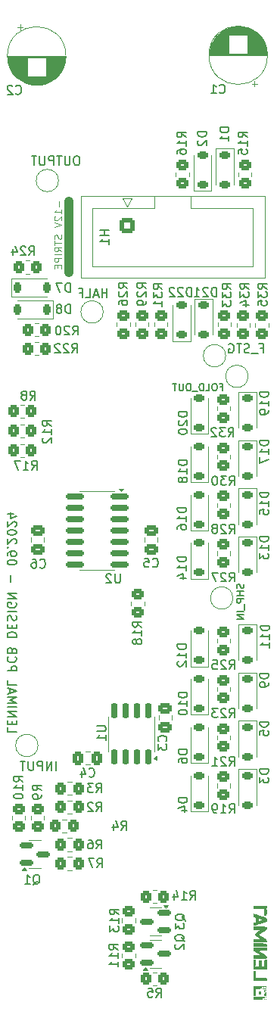
<source format=gbo>
G04 #@! TF.GenerationSoftware,KiCad,Pcbnew,8.0.2-1*
G04 #@! TF.CreationDate,2024-09-25T20:59:28+02:00*
G04 #@! TF.ProjectId,wavefolder,77617665-666f-46c6-9465-722e6b696361,rev?*
G04 #@! TF.SameCoordinates,Original*
G04 #@! TF.FileFunction,Legend,Bot*
G04 #@! TF.FilePolarity,Positive*
%FSLAX46Y46*%
G04 Gerber Fmt 4.6, Leading zero omitted, Abs format (unit mm)*
G04 Created by KiCad (PCBNEW 8.0.2-1) date 2024-09-25 20:59:28*
%MOMM*%
%LPD*%
G01*
G04 APERTURE LIST*
G04 Aperture macros list*
%AMRoundRect*
0 Rectangle with rounded corners*
0 $1 Rounding radius*
0 $2 $3 $4 $5 $6 $7 $8 $9 X,Y pos of 4 corners*
0 Add a 4 corners polygon primitive as box body*
4,1,4,$2,$3,$4,$5,$6,$7,$8,$9,$2,$3,0*
0 Add four circle primitives for the rounded corners*
1,1,$1+$1,$2,$3*
1,1,$1+$1,$4,$5*
1,1,$1+$1,$6,$7*
1,1,$1+$1,$8,$9*
0 Add four rect primitives between the rounded corners*
20,1,$1+$1,$2,$3,$4,$5,0*
20,1,$1+$1,$4,$5,$6,$7,0*
20,1,$1+$1,$6,$7,$8,$9,0*
20,1,$1+$1,$8,$9,$2,$3,0*%
G04 Aperture macros list end*
%ADD10C,0.150000*%
%ADD11C,0.100000*%
%ADD12C,0.120000*%
%ADD13C,0.000000*%
%ADD14C,1.000000*%
%ADD15R,1.930000X1.830000*%
%ADD16C,2.130000*%
%ADD17C,2.000000*%
%ADD18R,1.830000X1.930000*%
%ADD19O,4.000000X4.000000*%
%ADD20R,1.800000X1.800000*%
%ADD21C,1.800000*%
%ADD22C,1.440000*%
%ADD23RoundRect,0.250000X0.350000X0.450000X-0.350000X0.450000X-0.350000X-0.450000X0.350000X-0.450000X0*%
%ADD24RoundRect,0.250000X-0.350000X-0.450000X0.350000X-0.450000X0.350000X0.450000X-0.350000X0.450000X0*%
%ADD25RoundRect,0.250000X-0.450000X0.350000X-0.450000X-0.350000X0.450000X-0.350000X0.450000X0.350000X0*%
%ADD26RoundRect,0.225000X0.375000X-0.225000X0.375000X0.225000X-0.375000X0.225000X-0.375000X-0.225000X0*%
%ADD27RoundRect,0.150000X-0.587500X-0.150000X0.587500X-0.150000X0.587500X0.150000X-0.587500X0.150000X0*%
%ADD28RoundRect,0.250000X0.450000X-0.350000X0.450000X0.350000X-0.450000X0.350000X-0.450000X-0.350000X0*%
%ADD29RoundRect,0.250000X-0.475000X0.337500X-0.475000X-0.337500X0.475000X-0.337500X0.475000X0.337500X0*%
%ADD30RoundRect,0.225000X-0.375000X0.225000X-0.375000X-0.225000X0.375000X-0.225000X0.375000X0.225000X0*%
%ADD31R,1.600000X1.600000*%
%ADD32C,1.600000*%
%ADD33RoundRect,0.225000X0.225000X0.375000X-0.225000X0.375000X-0.225000X-0.375000X0.225000X-0.375000X0*%
%ADD34RoundRect,0.250000X-0.600000X0.600000X-0.600000X-0.600000X0.600000X-0.600000X0.600000X0.600000X0*%
%ADD35C,1.700000*%
%ADD36RoundRect,0.150000X0.587500X0.150000X-0.587500X0.150000X-0.587500X-0.150000X0.587500X-0.150000X0*%
%ADD37RoundRect,0.150000X0.150000X-0.725000X0.150000X0.725000X-0.150000X0.725000X-0.150000X-0.725000X0*%
%ADD38RoundRect,0.250000X-0.337500X-0.475000X0.337500X-0.475000X0.337500X0.475000X-0.337500X0.475000X0*%
%ADD39RoundRect,0.225000X-0.225000X-0.375000X0.225000X-0.375000X0.225000X0.375000X-0.225000X0.375000X0*%
%ADD40RoundRect,0.250000X0.475000X-0.337500X0.475000X0.337500X-0.475000X0.337500X-0.475000X-0.337500X0*%
%ADD41RoundRect,0.150000X0.825000X0.150000X-0.825000X0.150000X-0.825000X-0.150000X0.825000X-0.150000X0*%
G04 APERTURE END LIST*
D10*
X105863220Y-133669819D02*
X105863220Y-132669819D01*
X105387030Y-133669819D02*
X105387030Y-132669819D01*
X105387030Y-132669819D02*
X104815602Y-133669819D01*
X104815602Y-133669819D02*
X104815602Y-132669819D01*
X104339411Y-133669819D02*
X104339411Y-132669819D01*
X104339411Y-132669819D02*
X103958459Y-132669819D01*
X103958459Y-132669819D02*
X103863221Y-132717438D01*
X103863221Y-132717438D02*
X103815602Y-132765057D01*
X103815602Y-132765057D02*
X103767983Y-132860295D01*
X103767983Y-132860295D02*
X103767983Y-133003152D01*
X103767983Y-133003152D02*
X103815602Y-133098390D01*
X103815602Y-133098390D02*
X103863221Y-133146009D01*
X103863221Y-133146009D02*
X103958459Y-133193628D01*
X103958459Y-133193628D02*
X104339411Y-133193628D01*
X103339411Y-132669819D02*
X103339411Y-133479342D01*
X103339411Y-133479342D02*
X103291792Y-133574580D01*
X103291792Y-133574580D02*
X103244173Y-133622200D01*
X103244173Y-133622200D02*
X103148935Y-133669819D01*
X103148935Y-133669819D02*
X102958459Y-133669819D01*
X102958459Y-133669819D02*
X102863221Y-133622200D01*
X102863221Y-133622200D02*
X102815602Y-133574580D01*
X102815602Y-133574580D02*
X102767983Y-133479342D01*
X102767983Y-133479342D02*
X102767983Y-132669819D01*
X102434649Y-132669819D02*
X101863221Y-132669819D01*
X102148935Y-133669819D02*
X102148935Y-132669819D01*
X126856200Y-112851064D02*
X126894295Y-112965350D01*
X126894295Y-112965350D02*
X126894295Y-113155826D01*
X126894295Y-113155826D02*
X126856200Y-113232017D01*
X126856200Y-113232017D02*
X126818104Y-113270112D01*
X126818104Y-113270112D02*
X126741914Y-113308207D01*
X126741914Y-113308207D02*
X126665723Y-113308207D01*
X126665723Y-113308207D02*
X126589533Y-113270112D01*
X126589533Y-113270112D02*
X126551438Y-113232017D01*
X126551438Y-113232017D02*
X126513342Y-113155826D01*
X126513342Y-113155826D02*
X126475247Y-113003445D01*
X126475247Y-113003445D02*
X126437152Y-112927255D01*
X126437152Y-112927255D02*
X126399057Y-112889160D01*
X126399057Y-112889160D02*
X126322866Y-112851064D01*
X126322866Y-112851064D02*
X126246676Y-112851064D01*
X126246676Y-112851064D02*
X126170485Y-112889160D01*
X126170485Y-112889160D02*
X126132390Y-112927255D01*
X126132390Y-112927255D02*
X126094295Y-113003445D01*
X126094295Y-113003445D02*
X126094295Y-113193922D01*
X126094295Y-113193922D02*
X126132390Y-113308207D01*
X126894295Y-113651065D02*
X126094295Y-113651065D01*
X126475247Y-113651065D02*
X126475247Y-114108208D01*
X126894295Y-114108208D02*
X126094295Y-114108208D01*
X126894295Y-114489160D02*
X126094295Y-114489160D01*
X126094295Y-114489160D02*
X126094295Y-114793922D01*
X126094295Y-114793922D02*
X126132390Y-114870112D01*
X126132390Y-114870112D02*
X126170485Y-114908207D01*
X126170485Y-114908207D02*
X126246676Y-114946303D01*
X126246676Y-114946303D02*
X126360961Y-114946303D01*
X126360961Y-114946303D02*
X126437152Y-114908207D01*
X126437152Y-114908207D02*
X126475247Y-114870112D01*
X126475247Y-114870112D02*
X126513342Y-114793922D01*
X126513342Y-114793922D02*
X126513342Y-114489160D01*
X126970485Y-115098684D02*
X126970485Y-115708207D01*
X126894295Y-115898684D02*
X126094295Y-115898684D01*
X126894295Y-116279636D02*
X126094295Y-116279636D01*
X126094295Y-116279636D02*
X126894295Y-116736779D01*
X126894295Y-116736779D02*
X126094295Y-116736779D01*
X124244173Y-90775247D02*
X124510839Y-90775247D01*
X124510839Y-91194295D02*
X124510839Y-90394295D01*
X124510839Y-90394295D02*
X124129887Y-90394295D01*
X123672744Y-90394295D02*
X123520363Y-90394295D01*
X123520363Y-90394295D02*
X123444173Y-90432390D01*
X123444173Y-90432390D02*
X123367982Y-90508580D01*
X123367982Y-90508580D02*
X123329887Y-90660961D01*
X123329887Y-90660961D02*
X123329887Y-90927628D01*
X123329887Y-90927628D02*
X123367982Y-91080009D01*
X123367982Y-91080009D02*
X123444173Y-91156200D01*
X123444173Y-91156200D02*
X123520363Y-91194295D01*
X123520363Y-91194295D02*
X123672744Y-91194295D01*
X123672744Y-91194295D02*
X123748935Y-91156200D01*
X123748935Y-91156200D02*
X123825125Y-91080009D01*
X123825125Y-91080009D02*
X123863221Y-90927628D01*
X123863221Y-90927628D02*
X123863221Y-90660961D01*
X123863221Y-90660961D02*
X123825125Y-90508580D01*
X123825125Y-90508580D02*
X123748935Y-90432390D01*
X123748935Y-90432390D02*
X123672744Y-90394295D01*
X122606078Y-91194295D02*
X122987030Y-91194295D01*
X122987030Y-91194295D02*
X122987030Y-90394295D01*
X122339411Y-91194295D02*
X122339411Y-90394295D01*
X122339411Y-90394295D02*
X122148935Y-90394295D01*
X122148935Y-90394295D02*
X122034649Y-90432390D01*
X122034649Y-90432390D02*
X121958459Y-90508580D01*
X121958459Y-90508580D02*
X121920364Y-90584771D01*
X121920364Y-90584771D02*
X121882268Y-90737152D01*
X121882268Y-90737152D02*
X121882268Y-90851438D01*
X121882268Y-90851438D02*
X121920364Y-91003819D01*
X121920364Y-91003819D02*
X121958459Y-91080009D01*
X121958459Y-91080009D02*
X122034649Y-91156200D01*
X122034649Y-91156200D02*
X122148935Y-91194295D01*
X122148935Y-91194295D02*
X122339411Y-91194295D01*
X121729888Y-91270485D02*
X121120364Y-91270485D01*
X120777506Y-90394295D02*
X120625125Y-90394295D01*
X120625125Y-90394295D02*
X120548935Y-90432390D01*
X120548935Y-90432390D02*
X120472744Y-90508580D01*
X120472744Y-90508580D02*
X120434649Y-90660961D01*
X120434649Y-90660961D02*
X120434649Y-90927628D01*
X120434649Y-90927628D02*
X120472744Y-91080009D01*
X120472744Y-91080009D02*
X120548935Y-91156200D01*
X120548935Y-91156200D02*
X120625125Y-91194295D01*
X120625125Y-91194295D02*
X120777506Y-91194295D01*
X120777506Y-91194295D02*
X120853697Y-91156200D01*
X120853697Y-91156200D02*
X120929887Y-91080009D01*
X120929887Y-91080009D02*
X120967983Y-90927628D01*
X120967983Y-90927628D02*
X120967983Y-90660961D01*
X120967983Y-90660961D02*
X120929887Y-90508580D01*
X120929887Y-90508580D02*
X120853697Y-90432390D01*
X120853697Y-90432390D02*
X120777506Y-90394295D01*
X120091792Y-90394295D02*
X120091792Y-91041914D01*
X120091792Y-91041914D02*
X120053697Y-91118104D01*
X120053697Y-91118104D02*
X120015602Y-91156200D01*
X120015602Y-91156200D02*
X119939411Y-91194295D01*
X119939411Y-91194295D02*
X119787030Y-91194295D01*
X119787030Y-91194295D02*
X119710840Y-91156200D01*
X119710840Y-91156200D02*
X119672745Y-91118104D01*
X119672745Y-91118104D02*
X119634649Y-91041914D01*
X119634649Y-91041914D02*
X119634649Y-90394295D01*
X119367983Y-90394295D02*
X118910840Y-90394295D01*
X119139412Y-91194295D02*
X119139412Y-90394295D01*
X128729887Y-86446009D02*
X129063220Y-86446009D01*
X129063220Y-86969819D02*
X129063220Y-85969819D01*
X129063220Y-85969819D02*
X128587030Y-85969819D01*
X128444173Y-87065057D02*
X127682268Y-87065057D01*
X127491791Y-86922200D02*
X127348934Y-86969819D01*
X127348934Y-86969819D02*
X127110839Y-86969819D01*
X127110839Y-86969819D02*
X127015601Y-86922200D01*
X127015601Y-86922200D02*
X126967982Y-86874580D01*
X126967982Y-86874580D02*
X126920363Y-86779342D01*
X126920363Y-86779342D02*
X126920363Y-86684104D01*
X126920363Y-86684104D02*
X126967982Y-86588866D01*
X126967982Y-86588866D02*
X127015601Y-86541247D01*
X127015601Y-86541247D02*
X127110839Y-86493628D01*
X127110839Y-86493628D02*
X127301315Y-86446009D01*
X127301315Y-86446009D02*
X127396553Y-86398390D01*
X127396553Y-86398390D02*
X127444172Y-86350771D01*
X127444172Y-86350771D02*
X127491791Y-86255533D01*
X127491791Y-86255533D02*
X127491791Y-86160295D01*
X127491791Y-86160295D02*
X127444172Y-86065057D01*
X127444172Y-86065057D02*
X127396553Y-86017438D01*
X127396553Y-86017438D02*
X127301315Y-85969819D01*
X127301315Y-85969819D02*
X127063220Y-85969819D01*
X127063220Y-85969819D02*
X126920363Y-86017438D01*
X126634648Y-85969819D02*
X126063220Y-85969819D01*
X126348934Y-86969819D02*
X126348934Y-85969819D01*
X125206077Y-86017438D02*
X125301315Y-85969819D01*
X125301315Y-85969819D02*
X125444172Y-85969819D01*
X125444172Y-85969819D02*
X125587029Y-86017438D01*
X125587029Y-86017438D02*
X125682267Y-86112676D01*
X125682267Y-86112676D02*
X125729886Y-86207914D01*
X125729886Y-86207914D02*
X125777505Y-86398390D01*
X125777505Y-86398390D02*
X125777505Y-86541247D01*
X125777505Y-86541247D02*
X125729886Y-86731723D01*
X125729886Y-86731723D02*
X125682267Y-86826961D01*
X125682267Y-86826961D02*
X125587029Y-86922200D01*
X125587029Y-86922200D02*
X125444172Y-86969819D01*
X125444172Y-86969819D02*
X125348934Y-86969819D01*
X125348934Y-86969819D02*
X125206077Y-86922200D01*
X125206077Y-86922200D02*
X125158458Y-86874580D01*
X125158458Y-86874580D02*
X125158458Y-86541247D01*
X125158458Y-86541247D02*
X125348934Y-86541247D01*
X111563220Y-80769819D02*
X111563220Y-79769819D01*
X111563220Y-80246009D02*
X110991792Y-80246009D01*
X110991792Y-80769819D02*
X110991792Y-79769819D01*
X110563220Y-80484104D02*
X110087030Y-80484104D01*
X110658458Y-80769819D02*
X110325125Y-79769819D01*
X110325125Y-79769819D02*
X109991792Y-80769819D01*
X109182268Y-80769819D02*
X109658458Y-80769819D01*
X109658458Y-80769819D02*
X109658458Y-79769819D01*
X108515601Y-80246009D02*
X108848934Y-80246009D01*
X108848934Y-80769819D02*
X108848934Y-79769819D01*
X108848934Y-79769819D02*
X108372744Y-79769819D01*
X108272744Y-64969819D02*
X108082268Y-64969819D01*
X108082268Y-64969819D02*
X107987030Y-65017438D01*
X107987030Y-65017438D02*
X107891792Y-65112676D01*
X107891792Y-65112676D02*
X107844173Y-65303152D01*
X107844173Y-65303152D02*
X107844173Y-65636485D01*
X107844173Y-65636485D02*
X107891792Y-65826961D01*
X107891792Y-65826961D02*
X107987030Y-65922200D01*
X107987030Y-65922200D02*
X108082268Y-65969819D01*
X108082268Y-65969819D02*
X108272744Y-65969819D01*
X108272744Y-65969819D02*
X108367982Y-65922200D01*
X108367982Y-65922200D02*
X108463220Y-65826961D01*
X108463220Y-65826961D02*
X108510839Y-65636485D01*
X108510839Y-65636485D02*
X108510839Y-65303152D01*
X108510839Y-65303152D02*
X108463220Y-65112676D01*
X108463220Y-65112676D02*
X108367982Y-65017438D01*
X108367982Y-65017438D02*
X108272744Y-64969819D01*
X107415601Y-64969819D02*
X107415601Y-65779342D01*
X107415601Y-65779342D02*
X107367982Y-65874580D01*
X107367982Y-65874580D02*
X107320363Y-65922200D01*
X107320363Y-65922200D02*
X107225125Y-65969819D01*
X107225125Y-65969819D02*
X107034649Y-65969819D01*
X107034649Y-65969819D02*
X106939411Y-65922200D01*
X106939411Y-65922200D02*
X106891792Y-65874580D01*
X106891792Y-65874580D02*
X106844173Y-65779342D01*
X106844173Y-65779342D02*
X106844173Y-64969819D01*
X106510839Y-64969819D02*
X105939411Y-64969819D01*
X106225125Y-65969819D02*
X106225125Y-64969819D01*
X105606077Y-65969819D02*
X105606077Y-64969819D01*
X105606077Y-64969819D02*
X105225125Y-64969819D01*
X105225125Y-64969819D02*
X105129887Y-65017438D01*
X105129887Y-65017438D02*
X105082268Y-65065057D01*
X105082268Y-65065057D02*
X105034649Y-65160295D01*
X105034649Y-65160295D02*
X105034649Y-65303152D01*
X105034649Y-65303152D02*
X105082268Y-65398390D01*
X105082268Y-65398390D02*
X105129887Y-65446009D01*
X105129887Y-65446009D02*
X105225125Y-65493628D01*
X105225125Y-65493628D02*
X105606077Y-65493628D01*
X104606077Y-64969819D02*
X104606077Y-65779342D01*
X104606077Y-65779342D02*
X104558458Y-65874580D01*
X104558458Y-65874580D02*
X104510839Y-65922200D01*
X104510839Y-65922200D02*
X104415601Y-65969819D01*
X104415601Y-65969819D02*
X104225125Y-65969819D01*
X104225125Y-65969819D02*
X104129887Y-65922200D01*
X104129887Y-65922200D02*
X104082268Y-65874580D01*
X104082268Y-65874580D02*
X104034649Y-65779342D01*
X104034649Y-65779342D02*
X104034649Y-64969819D01*
X103701315Y-64969819D02*
X103129887Y-64969819D01*
X103415601Y-65969819D02*
X103415601Y-64969819D01*
X100430180Y-128887030D02*
X100430180Y-129363220D01*
X100430180Y-129363220D02*
X101430180Y-129363220D01*
X100953990Y-128553696D02*
X100953990Y-128220363D01*
X100430180Y-128077506D02*
X100430180Y-128553696D01*
X100430180Y-128553696D02*
X101430180Y-128553696D01*
X101430180Y-128553696D02*
X101430180Y-128077506D01*
X100430180Y-127648934D02*
X101430180Y-127648934D01*
X101430180Y-127648934D02*
X100430180Y-127077506D01*
X100430180Y-127077506D02*
X101430180Y-127077506D01*
X100430180Y-126601315D02*
X101430180Y-126601315D01*
X100430180Y-126125125D02*
X101430180Y-126125125D01*
X101430180Y-126125125D02*
X100715895Y-125791792D01*
X100715895Y-125791792D02*
X101430180Y-125458459D01*
X101430180Y-125458459D02*
X100430180Y-125458459D01*
X100715895Y-125029887D02*
X100715895Y-124553697D01*
X100430180Y-125125125D02*
X101430180Y-124791792D01*
X101430180Y-124791792D02*
X100430180Y-124458459D01*
X100430180Y-123648935D02*
X100430180Y-124125125D01*
X100430180Y-124125125D02*
X101430180Y-124125125D01*
X100430180Y-122553696D02*
X101430180Y-122553696D01*
X101430180Y-122553696D02*
X101430180Y-122172744D01*
X101430180Y-122172744D02*
X101382561Y-122077506D01*
X101382561Y-122077506D02*
X101334942Y-122029887D01*
X101334942Y-122029887D02*
X101239704Y-121982268D01*
X101239704Y-121982268D02*
X101096847Y-121982268D01*
X101096847Y-121982268D02*
X101001609Y-122029887D01*
X101001609Y-122029887D02*
X100953990Y-122077506D01*
X100953990Y-122077506D02*
X100906371Y-122172744D01*
X100906371Y-122172744D02*
X100906371Y-122553696D01*
X100525419Y-120982268D02*
X100477800Y-121029887D01*
X100477800Y-121029887D02*
X100430180Y-121172744D01*
X100430180Y-121172744D02*
X100430180Y-121267982D01*
X100430180Y-121267982D02*
X100477800Y-121410839D01*
X100477800Y-121410839D02*
X100573038Y-121506077D01*
X100573038Y-121506077D02*
X100668276Y-121553696D01*
X100668276Y-121553696D02*
X100858752Y-121601315D01*
X100858752Y-121601315D02*
X101001609Y-121601315D01*
X101001609Y-121601315D02*
X101192085Y-121553696D01*
X101192085Y-121553696D02*
X101287323Y-121506077D01*
X101287323Y-121506077D02*
X101382561Y-121410839D01*
X101382561Y-121410839D02*
X101430180Y-121267982D01*
X101430180Y-121267982D02*
X101430180Y-121172744D01*
X101430180Y-121172744D02*
X101382561Y-121029887D01*
X101382561Y-121029887D02*
X101334942Y-120982268D01*
X100953990Y-120220363D02*
X100906371Y-120077506D01*
X100906371Y-120077506D02*
X100858752Y-120029887D01*
X100858752Y-120029887D02*
X100763514Y-119982268D01*
X100763514Y-119982268D02*
X100620657Y-119982268D01*
X100620657Y-119982268D02*
X100525419Y-120029887D01*
X100525419Y-120029887D02*
X100477800Y-120077506D01*
X100477800Y-120077506D02*
X100430180Y-120172744D01*
X100430180Y-120172744D02*
X100430180Y-120553696D01*
X100430180Y-120553696D02*
X101430180Y-120553696D01*
X101430180Y-120553696D02*
X101430180Y-120220363D01*
X101430180Y-120220363D02*
X101382561Y-120125125D01*
X101382561Y-120125125D02*
X101334942Y-120077506D01*
X101334942Y-120077506D02*
X101239704Y-120029887D01*
X101239704Y-120029887D02*
X101144466Y-120029887D01*
X101144466Y-120029887D02*
X101049228Y-120077506D01*
X101049228Y-120077506D02*
X101001609Y-120125125D01*
X101001609Y-120125125D02*
X100953990Y-120220363D01*
X100953990Y-120220363D02*
X100953990Y-120553696D01*
X100430180Y-118791791D02*
X101430180Y-118791791D01*
X101430180Y-118791791D02*
X101430180Y-118553696D01*
X101430180Y-118553696D02*
X101382561Y-118410839D01*
X101382561Y-118410839D02*
X101287323Y-118315601D01*
X101287323Y-118315601D02*
X101192085Y-118267982D01*
X101192085Y-118267982D02*
X101001609Y-118220363D01*
X101001609Y-118220363D02*
X100858752Y-118220363D01*
X100858752Y-118220363D02*
X100668276Y-118267982D01*
X100668276Y-118267982D02*
X100573038Y-118315601D01*
X100573038Y-118315601D02*
X100477800Y-118410839D01*
X100477800Y-118410839D02*
X100430180Y-118553696D01*
X100430180Y-118553696D02*
X100430180Y-118791791D01*
X100953990Y-117791791D02*
X100953990Y-117458458D01*
X100430180Y-117315601D02*
X100430180Y-117791791D01*
X100430180Y-117791791D02*
X101430180Y-117791791D01*
X101430180Y-117791791D02*
X101430180Y-117315601D01*
X100477800Y-116934648D02*
X100430180Y-116791791D01*
X100430180Y-116791791D02*
X100430180Y-116553696D01*
X100430180Y-116553696D02*
X100477800Y-116458458D01*
X100477800Y-116458458D02*
X100525419Y-116410839D01*
X100525419Y-116410839D02*
X100620657Y-116363220D01*
X100620657Y-116363220D02*
X100715895Y-116363220D01*
X100715895Y-116363220D02*
X100811133Y-116410839D01*
X100811133Y-116410839D02*
X100858752Y-116458458D01*
X100858752Y-116458458D02*
X100906371Y-116553696D01*
X100906371Y-116553696D02*
X100953990Y-116744172D01*
X100953990Y-116744172D02*
X101001609Y-116839410D01*
X101001609Y-116839410D02*
X101049228Y-116887029D01*
X101049228Y-116887029D02*
X101144466Y-116934648D01*
X101144466Y-116934648D02*
X101239704Y-116934648D01*
X101239704Y-116934648D02*
X101334942Y-116887029D01*
X101334942Y-116887029D02*
X101382561Y-116839410D01*
X101382561Y-116839410D02*
X101430180Y-116744172D01*
X101430180Y-116744172D02*
X101430180Y-116506077D01*
X101430180Y-116506077D02*
X101382561Y-116363220D01*
X100430180Y-115934648D02*
X101430180Y-115934648D01*
X101382561Y-114934649D02*
X101430180Y-115029887D01*
X101430180Y-115029887D02*
X101430180Y-115172744D01*
X101430180Y-115172744D02*
X101382561Y-115315601D01*
X101382561Y-115315601D02*
X101287323Y-115410839D01*
X101287323Y-115410839D02*
X101192085Y-115458458D01*
X101192085Y-115458458D02*
X101001609Y-115506077D01*
X101001609Y-115506077D02*
X100858752Y-115506077D01*
X100858752Y-115506077D02*
X100668276Y-115458458D01*
X100668276Y-115458458D02*
X100573038Y-115410839D01*
X100573038Y-115410839D02*
X100477800Y-115315601D01*
X100477800Y-115315601D02*
X100430180Y-115172744D01*
X100430180Y-115172744D02*
X100430180Y-115077506D01*
X100430180Y-115077506D02*
X100477800Y-114934649D01*
X100477800Y-114934649D02*
X100525419Y-114887030D01*
X100525419Y-114887030D02*
X100858752Y-114887030D01*
X100858752Y-114887030D02*
X100858752Y-115077506D01*
X100430180Y-114458458D02*
X101430180Y-114458458D01*
X101430180Y-114458458D02*
X100430180Y-113887030D01*
X100430180Y-113887030D02*
X101430180Y-113887030D01*
X100811133Y-112648934D02*
X100811133Y-111887030D01*
X101430180Y-110458458D02*
X101430180Y-110363220D01*
X101430180Y-110363220D02*
X101382561Y-110267982D01*
X101382561Y-110267982D02*
X101334942Y-110220363D01*
X101334942Y-110220363D02*
X101239704Y-110172744D01*
X101239704Y-110172744D02*
X101049228Y-110125125D01*
X101049228Y-110125125D02*
X100811133Y-110125125D01*
X100811133Y-110125125D02*
X100620657Y-110172744D01*
X100620657Y-110172744D02*
X100525419Y-110220363D01*
X100525419Y-110220363D02*
X100477800Y-110267982D01*
X100477800Y-110267982D02*
X100430180Y-110363220D01*
X100430180Y-110363220D02*
X100430180Y-110458458D01*
X100430180Y-110458458D02*
X100477800Y-110553696D01*
X100477800Y-110553696D02*
X100525419Y-110601315D01*
X100525419Y-110601315D02*
X100620657Y-110648934D01*
X100620657Y-110648934D02*
X100811133Y-110696553D01*
X100811133Y-110696553D02*
X101049228Y-110696553D01*
X101049228Y-110696553D02*
X101239704Y-110648934D01*
X101239704Y-110648934D02*
X101334942Y-110601315D01*
X101334942Y-110601315D02*
X101382561Y-110553696D01*
X101382561Y-110553696D02*
X101430180Y-110458458D01*
X100430180Y-109648934D02*
X100430180Y-109458458D01*
X100430180Y-109458458D02*
X100477800Y-109363220D01*
X100477800Y-109363220D02*
X100525419Y-109315601D01*
X100525419Y-109315601D02*
X100668276Y-109220363D01*
X100668276Y-109220363D02*
X100858752Y-109172744D01*
X100858752Y-109172744D02*
X101239704Y-109172744D01*
X101239704Y-109172744D02*
X101334942Y-109220363D01*
X101334942Y-109220363D02*
X101382561Y-109267982D01*
X101382561Y-109267982D02*
X101430180Y-109363220D01*
X101430180Y-109363220D02*
X101430180Y-109553696D01*
X101430180Y-109553696D02*
X101382561Y-109648934D01*
X101382561Y-109648934D02*
X101334942Y-109696553D01*
X101334942Y-109696553D02*
X101239704Y-109744172D01*
X101239704Y-109744172D02*
X101001609Y-109744172D01*
X101001609Y-109744172D02*
X100906371Y-109696553D01*
X100906371Y-109696553D02*
X100858752Y-109648934D01*
X100858752Y-109648934D02*
X100811133Y-109553696D01*
X100811133Y-109553696D02*
X100811133Y-109363220D01*
X100811133Y-109363220D02*
X100858752Y-109267982D01*
X100858752Y-109267982D02*
X100906371Y-109220363D01*
X100906371Y-109220363D02*
X101001609Y-109172744D01*
X100525419Y-108744172D02*
X100477800Y-108696553D01*
X100477800Y-108696553D02*
X100430180Y-108744172D01*
X100430180Y-108744172D02*
X100477800Y-108791791D01*
X100477800Y-108791791D02*
X100525419Y-108744172D01*
X100525419Y-108744172D02*
X100430180Y-108744172D01*
X101334942Y-108315601D02*
X101382561Y-108267982D01*
X101382561Y-108267982D02*
X101430180Y-108172744D01*
X101430180Y-108172744D02*
X101430180Y-107934649D01*
X101430180Y-107934649D02*
X101382561Y-107839411D01*
X101382561Y-107839411D02*
X101334942Y-107791792D01*
X101334942Y-107791792D02*
X101239704Y-107744173D01*
X101239704Y-107744173D02*
X101144466Y-107744173D01*
X101144466Y-107744173D02*
X101001609Y-107791792D01*
X101001609Y-107791792D02*
X100430180Y-108363220D01*
X100430180Y-108363220D02*
X100430180Y-107744173D01*
X101430180Y-107125125D02*
X101430180Y-107029887D01*
X101430180Y-107029887D02*
X101382561Y-106934649D01*
X101382561Y-106934649D02*
X101334942Y-106887030D01*
X101334942Y-106887030D02*
X101239704Y-106839411D01*
X101239704Y-106839411D02*
X101049228Y-106791792D01*
X101049228Y-106791792D02*
X100811133Y-106791792D01*
X100811133Y-106791792D02*
X100620657Y-106839411D01*
X100620657Y-106839411D02*
X100525419Y-106887030D01*
X100525419Y-106887030D02*
X100477800Y-106934649D01*
X100477800Y-106934649D02*
X100430180Y-107029887D01*
X100430180Y-107029887D02*
X100430180Y-107125125D01*
X100430180Y-107125125D02*
X100477800Y-107220363D01*
X100477800Y-107220363D02*
X100525419Y-107267982D01*
X100525419Y-107267982D02*
X100620657Y-107315601D01*
X100620657Y-107315601D02*
X100811133Y-107363220D01*
X100811133Y-107363220D02*
X101049228Y-107363220D01*
X101049228Y-107363220D02*
X101239704Y-107315601D01*
X101239704Y-107315601D02*
X101334942Y-107267982D01*
X101334942Y-107267982D02*
X101382561Y-107220363D01*
X101382561Y-107220363D02*
X101430180Y-107125125D01*
X101334942Y-106410839D02*
X101382561Y-106363220D01*
X101382561Y-106363220D02*
X101430180Y-106267982D01*
X101430180Y-106267982D02*
X101430180Y-106029887D01*
X101430180Y-106029887D02*
X101382561Y-105934649D01*
X101382561Y-105934649D02*
X101334942Y-105887030D01*
X101334942Y-105887030D02*
X101239704Y-105839411D01*
X101239704Y-105839411D02*
X101144466Y-105839411D01*
X101144466Y-105839411D02*
X101001609Y-105887030D01*
X101001609Y-105887030D02*
X100430180Y-106458458D01*
X100430180Y-106458458D02*
X100430180Y-105839411D01*
X101096847Y-104982268D02*
X100430180Y-104982268D01*
X101477800Y-105220363D02*
X100763514Y-105458458D01*
X100763514Y-105458458D02*
X100763514Y-104839411D01*
X105354819Y-95157142D02*
X104878628Y-94823809D01*
X105354819Y-94585714D02*
X104354819Y-94585714D01*
X104354819Y-94585714D02*
X104354819Y-94966666D01*
X104354819Y-94966666D02*
X104402438Y-95061904D01*
X104402438Y-95061904D02*
X104450057Y-95109523D01*
X104450057Y-95109523D02*
X104545295Y-95157142D01*
X104545295Y-95157142D02*
X104688152Y-95157142D01*
X104688152Y-95157142D02*
X104783390Y-95109523D01*
X104783390Y-95109523D02*
X104831009Y-95061904D01*
X104831009Y-95061904D02*
X104878628Y-94966666D01*
X104878628Y-94966666D02*
X104878628Y-94585714D01*
X105354819Y-96109523D02*
X105354819Y-95538095D01*
X105354819Y-95823809D02*
X104354819Y-95823809D01*
X104354819Y-95823809D02*
X104497676Y-95728571D01*
X104497676Y-95728571D02*
X104592914Y-95633333D01*
X104592914Y-95633333D02*
X104640533Y-95538095D01*
X104450057Y-96490476D02*
X104402438Y-96538095D01*
X104402438Y-96538095D02*
X104354819Y-96633333D01*
X104354819Y-96633333D02*
X104354819Y-96871428D01*
X104354819Y-96871428D02*
X104402438Y-96966666D01*
X104402438Y-96966666D02*
X104450057Y-97014285D01*
X104450057Y-97014285D02*
X104545295Y-97061904D01*
X104545295Y-97061904D02*
X104640533Y-97061904D01*
X104640533Y-97061904D02*
X104783390Y-97014285D01*
X104783390Y-97014285D02*
X105354819Y-96442857D01*
X105354819Y-96442857D02*
X105354819Y-97061904D01*
X102966666Y-92254819D02*
X103299999Y-91778628D01*
X103538094Y-92254819D02*
X103538094Y-91254819D01*
X103538094Y-91254819D02*
X103157142Y-91254819D01*
X103157142Y-91254819D02*
X103061904Y-91302438D01*
X103061904Y-91302438D02*
X103014285Y-91350057D01*
X103014285Y-91350057D02*
X102966666Y-91445295D01*
X102966666Y-91445295D02*
X102966666Y-91588152D01*
X102966666Y-91588152D02*
X103014285Y-91683390D01*
X103014285Y-91683390D02*
X103061904Y-91731009D01*
X103061904Y-91731009D02*
X103157142Y-91778628D01*
X103157142Y-91778628D02*
X103538094Y-91778628D01*
X102395237Y-91683390D02*
X102490475Y-91635771D01*
X102490475Y-91635771D02*
X102538094Y-91588152D01*
X102538094Y-91588152D02*
X102585713Y-91492914D01*
X102585713Y-91492914D02*
X102585713Y-91445295D01*
X102585713Y-91445295D02*
X102538094Y-91350057D01*
X102538094Y-91350057D02*
X102490475Y-91302438D01*
X102490475Y-91302438D02*
X102395237Y-91254819D01*
X102395237Y-91254819D02*
X102204761Y-91254819D01*
X102204761Y-91254819D02*
X102109523Y-91302438D01*
X102109523Y-91302438D02*
X102061904Y-91350057D01*
X102061904Y-91350057D02*
X102014285Y-91445295D01*
X102014285Y-91445295D02*
X102014285Y-91492914D01*
X102014285Y-91492914D02*
X102061904Y-91588152D01*
X102061904Y-91588152D02*
X102109523Y-91635771D01*
X102109523Y-91635771D02*
X102204761Y-91683390D01*
X102204761Y-91683390D02*
X102395237Y-91683390D01*
X102395237Y-91683390D02*
X102490475Y-91731009D01*
X102490475Y-91731009D02*
X102538094Y-91778628D01*
X102538094Y-91778628D02*
X102585713Y-91873866D01*
X102585713Y-91873866D02*
X102585713Y-92064342D01*
X102585713Y-92064342D02*
X102538094Y-92159580D01*
X102538094Y-92159580D02*
X102490475Y-92207200D01*
X102490475Y-92207200D02*
X102395237Y-92254819D01*
X102395237Y-92254819D02*
X102204761Y-92254819D01*
X102204761Y-92254819D02*
X102109523Y-92207200D01*
X102109523Y-92207200D02*
X102061904Y-92159580D01*
X102061904Y-92159580D02*
X102014285Y-92064342D01*
X102014285Y-92064342D02*
X102014285Y-91873866D01*
X102014285Y-91873866D02*
X102061904Y-91778628D01*
X102061904Y-91778628D02*
X102109523Y-91731009D01*
X102109523Y-91731009D02*
X102204761Y-91683390D01*
X110466666Y-144554819D02*
X110799999Y-144078628D01*
X111038094Y-144554819D02*
X111038094Y-143554819D01*
X111038094Y-143554819D02*
X110657142Y-143554819D01*
X110657142Y-143554819D02*
X110561904Y-143602438D01*
X110561904Y-143602438D02*
X110514285Y-143650057D01*
X110514285Y-143650057D02*
X110466666Y-143745295D01*
X110466666Y-143745295D02*
X110466666Y-143888152D01*
X110466666Y-143888152D02*
X110514285Y-143983390D01*
X110514285Y-143983390D02*
X110561904Y-144031009D01*
X110561904Y-144031009D02*
X110657142Y-144078628D01*
X110657142Y-144078628D02*
X111038094Y-144078628D01*
X110133332Y-143554819D02*
X109466666Y-143554819D01*
X109466666Y-143554819D02*
X109895237Y-144554819D01*
X125242857Y-107154819D02*
X125576190Y-106678628D01*
X125814285Y-107154819D02*
X125814285Y-106154819D01*
X125814285Y-106154819D02*
X125433333Y-106154819D01*
X125433333Y-106154819D02*
X125338095Y-106202438D01*
X125338095Y-106202438D02*
X125290476Y-106250057D01*
X125290476Y-106250057D02*
X125242857Y-106345295D01*
X125242857Y-106345295D02*
X125242857Y-106488152D01*
X125242857Y-106488152D02*
X125290476Y-106583390D01*
X125290476Y-106583390D02*
X125338095Y-106631009D01*
X125338095Y-106631009D02*
X125433333Y-106678628D01*
X125433333Y-106678628D02*
X125814285Y-106678628D01*
X124861904Y-106250057D02*
X124814285Y-106202438D01*
X124814285Y-106202438D02*
X124719047Y-106154819D01*
X124719047Y-106154819D02*
X124480952Y-106154819D01*
X124480952Y-106154819D02*
X124385714Y-106202438D01*
X124385714Y-106202438D02*
X124338095Y-106250057D01*
X124338095Y-106250057D02*
X124290476Y-106345295D01*
X124290476Y-106345295D02*
X124290476Y-106440533D01*
X124290476Y-106440533D02*
X124338095Y-106583390D01*
X124338095Y-106583390D02*
X124909523Y-107154819D01*
X124909523Y-107154819D02*
X124290476Y-107154819D01*
X123719047Y-106583390D02*
X123814285Y-106535771D01*
X123814285Y-106535771D02*
X123861904Y-106488152D01*
X123861904Y-106488152D02*
X123909523Y-106392914D01*
X123909523Y-106392914D02*
X123909523Y-106345295D01*
X123909523Y-106345295D02*
X123861904Y-106250057D01*
X123861904Y-106250057D02*
X123814285Y-106202438D01*
X123814285Y-106202438D02*
X123719047Y-106154819D01*
X123719047Y-106154819D02*
X123528571Y-106154819D01*
X123528571Y-106154819D02*
X123433333Y-106202438D01*
X123433333Y-106202438D02*
X123385714Y-106250057D01*
X123385714Y-106250057D02*
X123338095Y-106345295D01*
X123338095Y-106345295D02*
X123338095Y-106392914D01*
X123338095Y-106392914D02*
X123385714Y-106488152D01*
X123385714Y-106488152D02*
X123433333Y-106535771D01*
X123433333Y-106535771D02*
X123528571Y-106583390D01*
X123528571Y-106583390D02*
X123719047Y-106583390D01*
X123719047Y-106583390D02*
X123814285Y-106631009D01*
X123814285Y-106631009D02*
X123861904Y-106678628D01*
X123861904Y-106678628D02*
X123909523Y-106773866D01*
X123909523Y-106773866D02*
X123909523Y-106964342D01*
X123909523Y-106964342D02*
X123861904Y-107059580D01*
X123861904Y-107059580D02*
X123814285Y-107107200D01*
X123814285Y-107107200D02*
X123719047Y-107154819D01*
X123719047Y-107154819D02*
X123528571Y-107154819D01*
X123528571Y-107154819D02*
X123433333Y-107107200D01*
X123433333Y-107107200D02*
X123385714Y-107059580D01*
X123385714Y-107059580D02*
X123338095Y-106964342D01*
X123338095Y-106964342D02*
X123338095Y-106773866D01*
X123338095Y-106773866D02*
X123385714Y-106678628D01*
X123385714Y-106678628D02*
X123433333Y-106631009D01*
X123433333Y-106631009D02*
X123528571Y-106583390D01*
X120454819Y-109785714D02*
X119454819Y-109785714D01*
X119454819Y-109785714D02*
X119454819Y-110023809D01*
X119454819Y-110023809D02*
X119502438Y-110166666D01*
X119502438Y-110166666D02*
X119597676Y-110261904D01*
X119597676Y-110261904D02*
X119692914Y-110309523D01*
X119692914Y-110309523D02*
X119883390Y-110357142D01*
X119883390Y-110357142D02*
X120026247Y-110357142D01*
X120026247Y-110357142D02*
X120216723Y-110309523D01*
X120216723Y-110309523D02*
X120311961Y-110261904D01*
X120311961Y-110261904D02*
X120407200Y-110166666D01*
X120407200Y-110166666D02*
X120454819Y-110023809D01*
X120454819Y-110023809D02*
X120454819Y-109785714D01*
X120454819Y-111309523D02*
X120454819Y-110738095D01*
X120454819Y-111023809D02*
X119454819Y-111023809D01*
X119454819Y-111023809D02*
X119597676Y-110928571D01*
X119597676Y-110928571D02*
X119692914Y-110833333D01*
X119692914Y-110833333D02*
X119740533Y-110738095D01*
X119788152Y-112166666D02*
X120454819Y-112166666D01*
X119407200Y-111928571D02*
X120121485Y-111690476D01*
X120121485Y-111690476D02*
X120121485Y-112309523D01*
X122704819Y-62261905D02*
X121704819Y-62261905D01*
X121704819Y-62261905D02*
X121704819Y-62500000D01*
X121704819Y-62500000D02*
X121752438Y-62642857D01*
X121752438Y-62642857D02*
X121847676Y-62738095D01*
X121847676Y-62738095D02*
X121942914Y-62785714D01*
X121942914Y-62785714D02*
X122133390Y-62833333D01*
X122133390Y-62833333D02*
X122276247Y-62833333D01*
X122276247Y-62833333D02*
X122466723Y-62785714D01*
X122466723Y-62785714D02*
X122561961Y-62738095D01*
X122561961Y-62738095D02*
X122657200Y-62642857D01*
X122657200Y-62642857D02*
X122704819Y-62500000D01*
X122704819Y-62500000D02*
X122704819Y-62261905D01*
X121800057Y-63214286D02*
X121752438Y-63261905D01*
X121752438Y-63261905D02*
X121704819Y-63357143D01*
X121704819Y-63357143D02*
X121704819Y-63595238D01*
X121704819Y-63595238D02*
X121752438Y-63690476D01*
X121752438Y-63690476D02*
X121800057Y-63738095D01*
X121800057Y-63738095D02*
X121895295Y-63785714D01*
X121895295Y-63785714D02*
X121990533Y-63785714D01*
X121990533Y-63785714D02*
X122133390Y-63738095D01*
X122133390Y-63738095D02*
X122704819Y-63166667D01*
X122704819Y-63166667D02*
X122704819Y-63785714D01*
X120250057Y-152804761D02*
X120202438Y-152709523D01*
X120202438Y-152709523D02*
X120107200Y-152614285D01*
X120107200Y-152614285D02*
X119964342Y-152471428D01*
X119964342Y-152471428D02*
X119916723Y-152376190D01*
X119916723Y-152376190D02*
X119916723Y-152280952D01*
X120154819Y-152328571D02*
X120107200Y-152233333D01*
X120107200Y-152233333D02*
X120011961Y-152138095D01*
X120011961Y-152138095D02*
X119821485Y-152090476D01*
X119821485Y-152090476D02*
X119488152Y-152090476D01*
X119488152Y-152090476D02*
X119297676Y-152138095D01*
X119297676Y-152138095D02*
X119202438Y-152233333D01*
X119202438Y-152233333D02*
X119154819Y-152328571D01*
X119154819Y-152328571D02*
X119154819Y-152519047D01*
X119154819Y-152519047D02*
X119202438Y-152614285D01*
X119202438Y-152614285D02*
X119297676Y-152709523D01*
X119297676Y-152709523D02*
X119488152Y-152757142D01*
X119488152Y-152757142D02*
X119821485Y-152757142D01*
X119821485Y-152757142D02*
X120011961Y-152709523D01*
X120011961Y-152709523D02*
X120107200Y-152614285D01*
X120107200Y-152614285D02*
X120154819Y-152519047D01*
X120154819Y-152519047D02*
X120154819Y-152328571D01*
X119250057Y-153138095D02*
X119202438Y-153185714D01*
X119202438Y-153185714D02*
X119154819Y-153280952D01*
X119154819Y-153280952D02*
X119154819Y-153519047D01*
X119154819Y-153519047D02*
X119202438Y-153614285D01*
X119202438Y-153614285D02*
X119250057Y-153661904D01*
X119250057Y-153661904D02*
X119345295Y-153709523D01*
X119345295Y-153709523D02*
X119440533Y-153709523D01*
X119440533Y-153709523D02*
X119583390Y-153661904D01*
X119583390Y-153661904D02*
X120154819Y-153090476D01*
X120154819Y-153090476D02*
X120154819Y-153709523D01*
X120554819Y-136761905D02*
X119554819Y-136761905D01*
X119554819Y-136761905D02*
X119554819Y-137000000D01*
X119554819Y-137000000D02*
X119602438Y-137142857D01*
X119602438Y-137142857D02*
X119697676Y-137238095D01*
X119697676Y-137238095D02*
X119792914Y-137285714D01*
X119792914Y-137285714D02*
X119983390Y-137333333D01*
X119983390Y-137333333D02*
X120126247Y-137333333D01*
X120126247Y-137333333D02*
X120316723Y-137285714D01*
X120316723Y-137285714D02*
X120411961Y-137238095D01*
X120411961Y-137238095D02*
X120507200Y-137142857D01*
X120507200Y-137142857D02*
X120554819Y-137000000D01*
X120554819Y-137000000D02*
X120554819Y-136761905D01*
X119888152Y-138190476D02*
X120554819Y-138190476D01*
X119507200Y-137952381D02*
X120221485Y-137714286D01*
X120221485Y-137714286D02*
X120221485Y-138333333D01*
X117066666Y-159054819D02*
X117399999Y-158578628D01*
X117638094Y-159054819D02*
X117638094Y-158054819D01*
X117638094Y-158054819D02*
X117257142Y-158054819D01*
X117257142Y-158054819D02*
X117161904Y-158102438D01*
X117161904Y-158102438D02*
X117114285Y-158150057D01*
X117114285Y-158150057D02*
X117066666Y-158245295D01*
X117066666Y-158245295D02*
X117066666Y-158388152D01*
X117066666Y-158388152D02*
X117114285Y-158483390D01*
X117114285Y-158483390D02*
X117161904Y-158531009D01*
X117161904Y-158531009D02*
X117257142Y-158578628D01*
X117257142Y-158578628D02*
X117638094Y-158578628D01*
X116161904Y-158054819D02*
X116638094Y-158054819D01*
X116638094Y-158054819D02*
X116685713Y-158531009D01*
X116685713Y-158531009D02*
X116638094Y-158483390D01*
X116638094Y-158483390D02*
X116542856Y-158435771D01*
X116542856Y-158435771D02*
X116304761Y-158435771D01*
X116304761Y-158435771D02*
X116209523Y-158483390D01*
X116209523Y-158483390D02*
X116161904Y-158531009D01*
X116161904Y-158531009D02*
X116114285Y-158626247D01*
X116114285Y-158626247D02*
X116114285Y-158864342D01*
X116114285Y-158864342D02*
X116161904Y-158959580D01*
X116161904Y-158959580D02*
X116209523Y-159007200D01*
X116209523Y-159007200D02*
X116304761Y-159054819D01*
X116304761Y-159054819D02*
X116542856Y-159054819D01*
X116542856Y-159054819D02*
X116638094Y-159007200D01*
X116638094Y-159007200D02*
X116685713Y-158959580D01*
X125242857Y-122354819D02*
X125576190Y-121878628D01*
X125814285Y-122354819D02*
X125814285Y-121354819D01*
X125814285Y-121354819D02*
X125433333Y-121354819D01*
X125433333Y-121354819D02*
X125338095Y-121402438D01*
X125338095Y-121402438D02*
X125290476Y-121450057D01*
X125290476Y-121450057D02*
X125242857Y-121545295D01*
X125242857Y-121545295D02*
X125242857Y-121688152D01*
X125242857Y-121688152D02*
X125290476Y-121783390D01*
X125290476Y-121783390D02*
X125338095Y-121831009D01*
X125338095Y-121831009D02*
X125433333Y-121878628D01*
X125433333Y-121878628D02*
X125814285Y-121878628D01*
X124861904Y-121450057D02*
X124814285Y-121402438D01*
X124814285Y-121402438D02*
X124719047Y-121354819D01*
X124719047Y-121354819D02*
X124480952Y-121354819D01*
X124480952Y-121354819D02*
X124385714Y-121402438D01*
X124385714Y-121402438D02*
X124338095Y-121450057D01*
X124338095Y-121450057D02*
X124290476Y-121545295D01*
X124290476Y-121545295D02*
X124290476Y-121640533D01*
X124290476Y-121640533D02*
X124338095Y-121783390D01*
X124338095Y-121783390D02*
X124909523Y-122354819D01*
X124909523Y-122354819D02*
X124290476Y-122354819D01*
X123385714Y-121354819D02*
X123861904Y-121354819D01*
X123861904Y-121354819D02*
X123909523Y-121831009D01*
X123909523Y-121831009D02*
X123861904Y-121783390D01*
X123861904Y-121783390D02*
X123766666Y-121735771D01*
X123766666Y-121735771D02*
X123528571Y-121735771D01*
X123528571Y-121735771D02*
X123433333Y-121783390D01*
X123433333Y-121783390D02*
X123385714Y-121831009D01*
X123385714Y-121831009D02*
X123338095Y-121926247D01*
X123338095Y-121926247D02*
X123338095Y-122164342D01*
X123338095Y-122164342D02*
X123385714Y-122259580D01*
X123385714Y-122259580D02*
X123433333Y-122307200D01*
X123433333Y-122307200D02*
X123528571Y-122354819D01*
X123528571Y-122354819D02*
X123766666Y-122354819D01*
X123766666Y-122354819D02*
X123861904Y-122307200D01*
X123861904Y-122307200D02*
X123909523Y-122259580D01*
X125454819Y-79857142D02*
X124978628Y-79523809D01*
X125454819Y-79285714D02*
X124454819Y-79285714D01*
X124454819Y-79285714D02*
X124454819Y-79666666D01*
X124454819Y-79666666D02*
X124502438Y-79761904D01*
X124502438Y-79761904D02*
X124550057Y-79809523D01*
X124550057Y-79809523D02*
X124645295Y-79857142D01*
X124645295Y-79857142D02*
X124788152Y-79857142D01*
X124788152Y-79857142D02*
X124883390Y-79809523D01*
X124883390Y-79809523D02*
X124931009Y-79761904D01*
X124931009Y-79761904D02*
X124978628Y-79666666D01*
X124978628Y-79666666D02*
X124978628Y-79285714D01*
X124454819Y-80190476D02*
X124454819Y-80809523D01*
X124454819Y-80809523D02*
X124835771Y-80476190D01*
X124835771Y-80476190D02*
X124835771Y-80619047D01*
X124835771Y-80619047D02*
X124883390Y-80714285D01*
X124883390Y-80714285D02*
X124931009Y-80761904D01*
X124931009Y-80761904D02*
X125026247Y-80809523D01*
X125026247Y-80809523D02*
X125264342Y-80809523D01*
X125264342Y-80809523D02*
X125359580Y-80761904D01*
X125359580Y-80761904D02*
X125407200Y-80714285D01*
X125407200Y-80714285D02*
X125454819Y-80619047D01*
X125454819Y-80619047D02*
X125454819Y-80333333D01*
X125454819Y-80333333D02*
X125407200Y-80238095D01*
X125407200Y-80238095D02*
X125359580Y-80190476D01*
X124454819Y-81142857D02*
X124454819Y-81761904D01*
X124454819Y-81761904D02*
X124835771Y-81428571D01*
X124835771Y-81428571D02*
X124835771Y-81571428D01*
X124835771Y-81571428D02*
X124883390Y-81666666D01*
X124883390Y-81666666D02*
X124931009Y-81714285D01*
X124931009Y-81714285D02*
X125026247Y-81761904D01*
X125026247Y-81761904D02*
X125264342Y-81761904D01*
X125264342Y-81761904D02*
X125359580Y-81714285D01*
X125359580Y-81714285D02*
X125407200Y-81666666D01*
X125407200Y-81666666D02*
X125454819Y-81571428D01*
X125454819Y-81571428D02*
X125454819Y-81285714D01*
X125454819Y-81285714D02*
X125407200Y-81190476D01*
X125407200Y-81190476D02*
X125359580Y-81142857D01*
X125242857Y-101754819D02*
X125576190Y-101278628D01*
X125814285Y-101754819D02*
X125814285Y-100754819D01*
X125814285Y-100754819D02*
X125433333Y-100754819D01*
X125433333Y-100754819D02*
X125338095Y-100802438D01*
X125338095Y-100802438D02*
X125290476Y-100850057D01*
X125290476Y-100850057D02*
X125242857Y-100945295D01*
X125242857Y-100945295D02*
X125242857Y-101088152D01*
X125242857Y-101088152D02*
X125290476Y-101183390D01*
X125290476Y-101183390D02*
X125338095Y-101231009D01*
X125338095Y-101231009D02*
X125433333Y-101278628D01*
X125433333Y-101278628D02*
X125814285Y-101278628D01*
X124909523Y-100754819D02*
X124290476Y-100754819D01*
X124290476Y-100754819D02*
X124623809Y-101135771D01*
X124623809Y-101135771D02*
X124480952Y-101135771D01*
X124480952Y-101135771D02*
X124385714Y-101183390D01*
X124385714Y-101183390D02*
X124338095Y-101231009D01*
X124338095Y-101231009D02*
X124290476Y-101326247D01*
X124290476Y-101326247D02*
X124290476Y-101564342D01*
X124290476Y-101564342D02*
X124338095Y-101659580D01*
X124338095Y-101659580D02*
X124385714Y-101707200D01*
X124385714Y-101707200D02*
X124480952Y-101754819D01*
X124480952Y-101754819D02*
X124766666Y-101754819D01*
X124766666Y-101754819D02*
X124861904Y-101707200D01*
X124861904Y-101707200D02*
X124909523Y-101659580D01*
X123671428Y-100754819D02*
X123576190Y-100754819D01*
X123576190Y-100754819D02*
X123480952Y-100802438D01*
X123480952Y-100802438D02*
X123433333Y-100850057D01*
X123433333Y-100850057D02*
X123385714Y-100945295D01*
X123385714Y-100945295D02*
X123338095Y-101135771D01*
X123338095Y-101135771D02*
X123338095Y-101373866D01*
X123338095Y-101373866D02*
X123385714Y-101564342D01*
X123385714Y-101564342D02*
X123433333Y-101659580D01*
X123433333Y-101659580D02*
X123480952Y-101707200D01*
X123480952Y-101707200D02*
X123576190Y-101754819D01*
X123576190Y-101754819D02*
X123671428Y-101754819D01*
X123671428Y-101754819D02*
X123766666Y-101707200D01*
X123766666Y-101707200D02*
X123814285Y-101659580D01*
X123814285Y-101659580D02*
X123861904Y-101564342D01*
X123861904Y-101564342D02*
X123909523Y-101373866D01*
X123909523Y-101373866D02*
X123909523Y-101135771D01*
X123909523Y-101135771D02*
X123861904Y-100945295D01*
X123861904Y-100945295D02*
X123814285Y-100850057D01*
X123814285Y-100850057D02*
X123766666Y-100802438D01*
X123766666Y-100802438D02*
X123671428Y-100754819D01*
X118159580Y-130433333D02*
X118207200Y-130385714D01*
X118207200Y-130385714D02*
X118254819Y-130242857D01*
X118254819Y-130242857D02*
X118254819Y-130147619D01*
X118254819Y-130147619D02*
X118207200Y-130004762D01*
X118207200Y-130004762D02*
X118111961Y-129909524D01*
X118111961Y-129909524D02*
X118016723Y-129861905D01*
X118016723Y-129861905D02*
X117826247Y-129814286D01*
X117826247Y-129814286D02*
X117683390Y-129814286D01*
X117683390Y-129814286D02*
X117492914Y-129861905D01*
X117492914Y-129861905D02*
X117397676Y-129909524D01*
X117397676Y-129909524D02*
X117302438Y-130004762D01*
X117302438Y-130004762D02*
X117254819Y-130147619D01*
X117254819Y-130147619D02*
X117254819Y-130242857D01*
X117254819Y-130242857D02*
X117302438Y-130385714D01*
X117302438Y-130385714D02*
X117350057Y-130433333D01*
X117254819Y-130766667D02*
X117254819Y-131385714D01*
X117254819Y-131385714D02*
X117635771Y-131052381D01*
X117635771Y-131052381D02*
X117635771Y-131195238D01*
X117635771Y-131195238D02*
X117683390Y-131290476D01*
X117683390Y-131290476D02*
X117731009Y-131338095D01*
X117731009Y-131338095D02*
X117826247Y-131385714D01*
X117826247Y-131385714D02*
X118064342Y-131385714D01*
X118064342Y-131385714D02*
X118159580Y-131338095D01*
X118159580Y-131338095D02*
X118207200Y-131290476D01*
X118207200Y-131290476D02*
X118254819Y-131195238D01*
X118254819Y-131195238D02*
X118254819Y-130909524D01*
X118254819Y-130909524D02*
X118207200Y-130814286D01*
X118207200Y-130814286D02*
X118159580Y-130766667D01*
X129754819Y-117485714D02*
X128754819Y-117485714D01*
X128754819Y-117485714D02*
X128754819Y-117723809D01*
X128754819Y-117723809D02*
X128802438Y-117866666D01*
X128802438Y-117866666D02*
X128897676Y-117961904D01*
X128897676Y-117961904D02*
X128992914Y-118009523D01*
X128992914Y-118009523D02*
X129183390Y-118057142D01*
X129183390Y-118057142D02*
X129326247Y-118057142D01*
X129326247Y-118057142D02*
X129516723Y-118009523D01*
X129516723Y-118009523D02*
X129611961Y-117961904D01*
X129611961Y-117961904D02*
X129707200Y-117866666D01*
X129707200Y-117866666D02*
X129754819Y-117723809D01*
X129754819Y-117723809D02*
X129754819Y-117485714D01*
X129754819Y-119009523D02*
X129754819Y-118438095D01*
X129754819Y-118723809D02*
X128754819Y-118723809D01*
X128754819Y-118723809D02*
X128897676Y-118628571D01*
X128897676Y-118628571D02*
X128992914Y-118533333D01*
X128992914Y-118533333D02*
X129040533Y-118438095D01*
X129754819Y-119961904D02*
X129754819Y-119390476D01*
X129754819Y-119676190D02*
X128754819Y-119676190D01*
X128754819Y-119676190D02*
X128897676Y-119580952D01*
X128897676Y-119580952D02*
X128992914Y-119485714D01*
X128992914Y-119485714D02*
X129040533Y-119390476D01*
X129654819Y-122861905D02*
X128654819Y-122861905D01*
X128654819Y-122861905D02*
X128654819Y-123100000D01*
X128654819Y-123100000D02*
X128702438Y-123242857D01*
X128702438Y-123242857D02*
X128797676Y-123338095D01*
X128797676Y-123338095D02*
X128892914Y-123385714D01*
X128892914Y-123385714D02*
X129083390Y-123433333D01*
X129083390Y-123433333D02*
X129226247Y-123433333D01*
X129226247Y-123433333D02*
X129416723Y-123385714D01*
X129416723Y-123385714D02*
X129511961Y-123338095D01*
X129511961Y-123338095D02*
X129607200Y-123242857D01*
X129607200Y-123242857D02*
X129654819Y-123100000D01*
X129654819Y-123100000D02*
X129654819Y-122861905D01*
X129654819Y-123909524D02*
X129654819Y-124100000D01*
X129654819Y-124100000D02*
X129607200Y-124195238D01*
X129607200Y-124195238D02*
X129559580Y-124242857D01*
X129559580Y-124242857D02*
X129416723Y-124338095D01*
X129416723Y-124338095D02*
X129226247Y-124385714D01*
X129226247Y-124385714D02*
X128845295Y-124385714D01*
X128845295Y-124385714D02*
X128750057Y-124338095D01*
X128750057Y-124338095D02*
X128702438Y-124290476D01*
X128702438Y-124290476D02*
X128654819Y-124195238D01*
X128654819Y-124195238D02*
X128654819Y-124004762D01*
X128654819Y-124004762D02*
X128702438Y-123909524D01*
X128702438Y-123909524D02*
X128750057Y-123861905D01*
X128750057Y-123861905D02*
X128845295Y-123814286D01*
X128845295Y-123814286D02*
X129083390Y-123814286D01*
X129083390Y-123814286D02*
X129178628Y-123861905D01*
X129178628Y-123861905D02*
X129226247Y-123909524D01*
X129226247Y-123909524D02*
X129273866Y-124004762D01*
X129273866Y-124004762D02*
X129273866Y-124195238D01*
X129273866Y-124195238D02*
X129226247Y-124290476D01*
X129226247Y-124290476D02*
X129178628Y-124338095D01*
X129178628Y-124338095D02*
X129083390Y-124385714D01*
X120554819Y-131361905D02*
X119554819Y-131361905D01*
X119554819Y-131361905D02*
X119554819Y-131600000D01*
X119554819Y-131600000D02*
X119602438Y-131742857D01*
X119602438Y-131742857D02*
X119697676Y-131838095D01*
X119697676Y-131838095D02*
X119792914Y-131885714D01*
X119792914Y-131885714D02*
X119983390Y-131933333D01*
X119983390Y-131933333D02*
X120126247Y-131933333D01*
X120126247Y-131933333D02*
X120316723Y-131885714D01*
X120316723Y-131885714D02*
X120411961Y-131838095D01*
X120411961Y-131838095D02*
X120507200Y-131742857D01*
X120507200Y-131742857D02*
X120554819Y-131600000D01*
X120554819Y-131600000D02*
X120554819Y-131361905D01*
X119554819Y-132790476D02*
X119554819Y-132600000D01*
X119554819Y-132600000D02*
X119602438Y-132504762D01*
X119602438Y-132504762D02*
X119650057Y-132457143D01*
X119650057Y-132457143D02*
X119792914Y-132361905D01*
X119792914Y-132361905D02*
X119983390Y-132314286D01*
X119983390Y-132314286D02*
X120364342Y-132314286D01*
X120364342Y-132314286D02*
X120459580Y-132361905D01*
X120459580Y-132361905D02*
X120507200Y-132409524D01*
X120507200Y-132409524D02*
X120554819Y-132504762D01*
X120554819Y-132504762D02*
X120554819Y-132695238D01*
X120554819Y-132695238D02*
X120507200Y-132790476D01*
X120507200Y-132790476D02*
X120459580Y-132838095D01*
X120459580Y-132838095D02*
X120364342Y-132885714D01*
X120364342Y-132885714D02*
X120126247Y-132885714D01*
X120126247Y-132885714D02*
X120031009Y-132838095D01*
X120031009Y-132838095D02*
X119983390Y-132790476D01*
X119983390Y-132790476D02*
X119935771Y-132695238D01*
X119935771Y-132695238D02*
X119935771Y-132504762D01*
X119935771Y-132504762D02*
X119983390Y-132409524D01*
X119983390Y-132409524D02*
X120031009Y-132361905D01*
X120031009Y-132361905D02*
X120126247Y-132314286D01*
X102842857Y-76054819D02*
X103176190Y-75578628D01*
X103414285Y-76054819D02*
X103414285Y-75054819D01*
X103414285Y-75054819D02*
X103033333Y-75054819D01*
X103033333Y-75054819D02*
X102938095Y-75102438D01*
X102938095Y-75102438D02*
X102890476Y-75150057D01*
X102890476Y-75150057D02*
X102842857Y-75245295D01*
X102842857Y-75245295D02*
X102842857Y-75388152D01*
X102842857Y-75388152D02*
X102890476Y-75483390D01*
X102890476Y-75483390D02*
X102938095Y-75531009D01*
X102938095Y-75531009D02*
X103033333Y-75578628D01*
X103033333Y-75578628D02*
X103414285Y-75578628D01*
X102461904Y-75150057D02*
X102414285Y-75102438D01*
X102414285Y-75102438D02*
X102319047Y-75054819D01*
X102319047Y-75054819D02*
X102080952Y-75054819D01*
X102080952Y-75054819D02*
X101985714Y-75102438D01*
X101985714Y-75102438D02*
X101938095Y-75150057D01*
X101938095Y-75150057D02*
X101890476Y-75245295D01*
X101890476Y-75245295D02*
X101890476Y-75340533D01*
X101890476Y-75340533D02*
X101938095Y-75483390D01*
X101938095Y-75483390D02*
X102509523Y-76054819D01*
X102509523Y-76054819D02*
X101890476Y-76054819D01*
X101033333Y-75388152D02*
X101033333Y-76054819D01*
X101271428Y-75007200D02*
X101509523Y-75721485D01*
X101509523Y-75721485D02*
X100890476Y-75721485D01*
X101366666Y-57959580D02*
X101414285Y-58007200D01*
X101414285Y-58007200D02*
X101557142Y-58054819D01*
X101557142Y-58054819D02*
X101652380Y-58054819D01*
X101652380Y-58054819D02*
X101795237Y-58007200D01*
X101795237Y-58007200D02*
X101890475Y-57911961D01*
X101890475Y-57911961D02*
X101938094Y-57816723D01*
X101938094Y-57816723D02*
X101985713Y-57626247D01*
X101985713Y-57626247D02*
X101985713Y-57483390D01*
X101985713Y-57483390D02*
X101938094Y-57292914D01*
X101938094Y-57292914D02*
X101890475Y-57197676D01*
X101890475Y-57197676D02*
X101795237Y-57102438D01*
X101795237Y-57102438D02*
X101652380Y-57054819D01*
X101652380Y-57054819D02*
X101557142Y-57054819D01*
X101557142Y-57054819D02*
X101414285Y-57102438D01*
X101414285Y-57102438D02*
X101366666Y-57150057D01*
X100985713Y-57150057D02*
X100938094Y-57102438D01*
X100938094Y-57102438D02*
X100842856Y-57054819D01*
X100842856Y-57054819D02*
X100604761Y-57054819D01*
X100604761Y-57054819D02*
X100509523Y-57102438D01*
X100509523Y-57102438D02*
X100461904Y-57150057D01*
X100461904Y-57150057D02*
X100414285Y-57245295D01*
X100414285Y-57245295D02*
X100414285Y-57340533D01*
X100414285Y-57340533D02*
X100461904Y-57483390D01*
X100461904Y-57483390D02*
X101033332Y-58054819D01*
X101033332Y-58054819D02*
X100414285Y-58054819D01*
X125142857Y-96354819D02*
X125476190Y-95878628D01*
X125714285Y-96354819D02*
X125714285Y-95354819D01*
X125714285Y-95354819D02*
X125333333Y-95354819D01*
X125333333Y-95354819D02*
X125238095Y-95402438D01*
X125238095Y-95402438D02*
X125190476Y-95450057D01*
X125190476Y-95450057D02*
X125142857Y-95545295D01*
X125142857Y-95545295D02*
X125142857Y-95688152D01*
X125142857Y-95688152D02*
X125190476Y-95783390D01*
X125190476Y-95783390D02*
X125238095Y-95831009D01*
X125238095Y-95831009D02*
X125333333Y-95878628D01*
X125333333Y-95878628D02*
X125714285Y-95878628D01*
X124809523Y-95354819D02*
X124190476Y-95354819D01*
X124190476Y-95354819D02*
X124523809Y-95735771D01*
X124523809Y-95735771D02*
X124380952Y-95735771D01*
X124380952Y-95735771D02*
X124285714Y-95783390D01*
X124285714Y-95783390D02*
X124238095Y-95831009D01*
X124238095Y-95831009D02*
X124190476Y-95926247D01*
X124190476Y-95926247D02*
X124190476Y-96164342D01*
X124190476Y-96164342D02*
X124238095Y-96259580D01*
X124238095Y-96259580D02*
X124285714Y-96307200D01*
X124285714Y-96307200D02*
X124380952Y-96354819D01*
X124380952Y-96354819D02*
X124666666Y-96354819D01*
X124666666Y-96354819D02*
X124761904Y-96307200D01*
X124761904Y-96307200D02*
X124809523Y-96259580D01*
X123809523Y-95450057D02*
X123761904Y-95402438D01*
X123761904Y-95402438D02*
X123666666Y-95354819D01*
X123666666Y-95354819D02*
X123428571Y-95354819D01*
X123428571Y-95354819D02*
X123333333Y-95402438D01*
X123333333Y-95402438D02*
X123285714Y-95450057D01*
X123285714Y-95450057D02*
X123238095Y-95545295D01*
X123238095Y-95545295D02*
X123238095Y-95640533D01*
X123238095Y-95640533D02*
X123285714Y-95783390D01*
X123285714Y-95783390D02*
X123857142Y-96354819D01*
X123857142Y-96354819D02*
X123238095Y-96354819D01*
X120554819Y-98985714D02*
X119554819Y-98985714D01*
X119554819Y-98985714D02*
X119554819Y-99223809D01*
X119554819Y-99223809D02*
X119602438Y-99366666D01*
X119602438Y-99366666D02*
X119697676Y-99461904D01*
X119697676Y-99461904D02*
X119792914Y-99509523D01*
X119792914Y-99509523D02*
X119983390Y-99557142D01*
X119983390Y-99557142D02*
X120126247Y-99557142D01*
X120126247Y-99557142D02*
X120316723Y-99509523D01*
X120316723Y-99509523D02*
X120411961Y-99461904D01*
X120411961Y-99461904D02*
X120507200Y-99366666D01*
X120507200Y-99366666D02*
X120554819Y-99223809D01*
X120554819Y-99223809D02*
X120554819Y-98985714D01*
X120554819Y-100509523D02*
X120554819Y-99938095D01*
X120554819Y-100223809D02*
X119554819Y-100223809D01*
X119554819Y-100223809D02*
X119697676Y-100128571D01*
X119697676Y-100128571D02*
X119792914Y-100033333D01*
X119792914Y-100033333D02*
X119840533Y-99938095D01*
X119983390Y-101080952D02*
X119935771Y-100985714D01*
X119935771Y-100985714D02*
X119888152Y-100938095D01*
X119888152Y-100938095D02*
X119792914Y-100890476D01*
X119792914Y-100890476D02*
X119745295Y-100890476D01*
X119745295Y-100890476D02*
X119650057Y-100938095D01*
X119650057Y-100938095D02*
X119602438Y-100985714D01*
X119602438Y-100985714D02*
X119554819Y-101080952D01*
X119554819Y-101080952D02*
X119554819Y-101271428D01*
X119554819Y-101271428D02*
X119602438Y-101366666D01*
X119602438Y-101366666D02*
X119650057Y-101414285D01*
X119650057Y-101414285D02*
X119745295Y-101461904D01*
X119745295Y-101461904D02*
X119792914Y-101461904D01*
X119792914Y-101461904D02*
X119888152Y-101414285D01*
X119888152Y-101414285D02*
X119935771Y-101366666D01*
X119935771Y-101366666D02*
X119983390Y-101271428D01*
X119983390Y-101271428D02*
X119983390Y-101080952D01*
X119983390Y-101080952D02*
X120031009Y-100985714D01*
X120031009Y-100985714D02*
X120078628Y-100938095D01*
X120078628Y-100938095D02*
X120173866Y-100890476D01*
X120173866Y-100890476D02*
X120364342Y-100890476D01*
X120364342Y-100890476D02*
X120459580Y-100938095D01*
X120459580Y-100938095D02*
X120507200Y-100985714D01*
X120507200Y-100985714D02*
X120554819Y-101080952D01*
X120554819Y-101080952D02*
X120554819Y-101271428D01*
X120554819Y-101271428D02*
X120507200Y-101366666D01*
X120507200Y-101366666D02*
X120459580Y-101414285D01*
X120459580Y-101414285D02*
X120364342Y-101461904D01*
X120364342Y-101461904D02*
X120173866Y-101461904D01*
X120173866Y-101461904D02*
X120078628Y-101414285D01*
X120078628Y-101414285D02*
X120031009Y-101366666D01*
X120031009Y-101366666D02*
X119983390Y-101271428D01*
X120404819Y-62857142D02*
X119928628Y-62523809D01*
X120404819Y-62285714D02*
X119404819Y-62285714D01*
X119404819Y-62285714D02*
X119404819Y-62666666D01*
X119404819Y-62666666D02*
X119452438Y-62761904D01*
X119452438Y-62761904D02*
X119500057Y-62809523D01*
X119500057Y-62809523D02*
X119595295Y-62857142D01*
X119595295Y-62857142D02*
X119738152Y-62857142D01*
X119738152Y-62857142D02*
X119833390Y-62809523D01*
X119833390Y-62809523D02*
X119881009Y-62761904D01*
X119881009Y-62761904D02*
X119928628Y-62666666D01*
X119928628Y-62666666D02*
X119928628Y-62285714D01*
X120404819Y-63809523D02*
X120404819Y-63238095D01*
X120404819Y-63523809D02*
X119404819Y-63523809D01*
X119404819Y-63523809D02*
X119547676Y-63428571D01*
X119547676Y-63428571D02*
X119642914Y-63333333D01*
X119642914Y-63333333D02*
X119690533Y-63238095D01*
X119404819Y-64666666D02*
X119404819Y-64476190D01*
X119404819Y-64476190D02*
X119452438Y-64380952D01*
X119452438Y-64380952D02*
X119500057Y-64333333D01*
X119500057Y-64333333D02*
X119642914Y-64238095D01*
X119642914Y-64238095D02*
X119833390Y-64190476D01*
X119833390Y-64190476D02*
X120214342Y-64190476D01*
X120214342Y-64190476D02*
X120309580Y-64238095D01*
X120309580Y-64238095D02*
X120357200Y-64285714D01*
X120357200Y-64285714D02*
X120404819Y-64380952D01*
X120404819Y-64380952D02*
X120404819Y-64571428D01*
X120404819Y-64571428D02*
X120357200Y-64666666D01*
X120357200Y-64666666D02*
X120309580Y-64714285D01*
X120309580Y-64714285D02*
X120214342Y-64761904D01*
X120214342Y-64761904D02*
X119976247Y-64761904D01*
X119976247Y-64761904D02*
X119881009Y-64714285D01*
X119881009Y-64714285D02*
X119833390Y-64666666D01*
X119833390Y-64666666D02*
X119785771Y-64571428D01*
X119785771Y-64571428D02*
X119785771Y-64380952D01*
X119785771Y-64380952D02*
X119833390Y-64285714D01*
X119833390Y-64285714D02*
X119881009Y-64238095D01*
X119881009Y-64238095D02*
X119976247Y-64190476D01*
X103142857Y-100054819D02*
X103476190Y-99578628D01*
X103714285Y-100054819D02*
X103714285Y-99054819D01*
X103714285Y-99054819D02*
X103333333Y-99054819D01*
X103333333Y-99054819D02*
X103238095Y-99102438D01*
X103238095Y-99102438D02*
X103190476Y-99150057D01*
X103190476Y-99150057D02*
X103142857Y-99245295D01*
X103142857Y-99245295D02*
X103142857Y-99388152D01*
X103142857Y-99388152D02*
X103190476Y-99483390D01*
X103190476Y-99483390D02*
X103238095Y-99531009D01*
X103238095Y-99531009D02*
X103333333Y-99578628D01*
X103333333Y-99578628D02*
X103714285Y-99578628D01*
X102190476Y-100054819D02*
X102761904Y-100054819D01*
X102476190Y-100054819D02*
X102476190Y-99054819D01*
X102476190Y-99054819D02*
X102571428Y-99197676D01*
X102571428Y-99197676D02*
X102666666Y-99292914D01*
X102666666Y-99292914D02*
X102761904Y-99340533D01*
X101857142Y-99054819D02*
X101190476Y-99054819D01*
X101190476Y-99054819D02*
X101619047Y-100054819D01*
X127254819Y-62857142D02*
X126778628Y-62523809D01*
X127254819Y-62285714D02*
X126254819Y-62285714D01*
X126254819Y-62285714D02*
X126254819Y-62666666D01*
X126254819Y-62666666D02*
X126302438Y-62761904D01*
X126302438Y-62761904D02*
X126350057Y-62809523D01*
X126350057Y-62809523D02*
X126445295Y-62857142D01*
X126445295Y-62857142D02*
X126588152Y-62857142D01*
X126588152Y-62857142D02*
X126683390Y-62809523D01*
X126683390Y-62809523D02*
X126731009Y-62761904D01*
X126731009Y-62761904D02*
X126778628Y-62666666D01*
X126778628Y-62666666D02*
X126778628Y-62285714D01*
X127254819Y-63809523D02*
X127254819Y-63238095D01*
X127254819Y-63523809D02*
X126254819Y-63523809D01*
X126254819Y-63523809D02*
X126397676Y-63428571D01*
X126397676Y-63428571D02*
X126492914Y-63333333D01*
X126492914Y-63333333D02*
X126540533Y-63238095D01*
X126254819Y-64714285D02*
X126254819Y-64238095D01*
X126254819Y-64238095D02*
X126731009Y-64190476D01*
X126731009Y-64190476D02*
X126683390Y-64238095D01*
X126683390Y-64238095D02*
X126635771Y-64333333D01*
X126635771Y-64333333D02*
X126635771Y-64571428D01*
X126635771Y-64571428D02*
X126683390Y-64666666D01*
X126683390Y-64666666D02*
X126731009Y-64714285D01*
X126731009Y-64714285D02*
X126826247Y-64761904D01*
X126826247Y-64761904D02*
X127064342Y-64761904D01*
X127064342Y-64761904D02*
X127159580Y-64714285D01*
X127159580Y-64714285D02*
X127207200Y-64666666D01*
X127207200Y-64666666D02*
X127254819Y-64571428D01*
X127254819Y-64571428D02*
X127254819Y-64333333D01*
X127254819Y-64333333D02*
X127207200Y-64238095D01*
X127207200Y-64238095D02*
X127159580Y-64190476D01*
X107438094Y-82554819D02*
X107438094Y-81554819D01*
X107438094Y-81554819D02*
X107199999Y-81554819D01*
X107199999Y-81554819D02*
X107057142Y-81602438D01*
X107057142Y-81602438D02*
X106961904Y-81697676D01*
X106961904Y-81697676D02*
X106914285Y-81792914D01*
X106914285Y-81792914D02*
X106866666Y-81983390D01*
X106866666Y-81983390D02*
X106866666Y-82126247D01*
X106866666Y-82126247D02*
X106914285Y-82316723D01*
X106914285Y-82316723D02*
X106961904Y-82411961D01*
X106961904Y-82411961D02*
X107057142Y-82507200D01*
X107057142Y-82507200D02*
X107199999Y-82554819D01*
X107199999Y-82554819D02*
X107438094Y-82554819D01*
X106295237Y-81983390D02*
X106390475Y-81935771D01*
X106390475Y-81935771D02*
X106438094Y-81888152D01*
X106438094Y-81888152D02*
X106485713Y-81792914D01*
X106485713Y-81792914D02*
X106485713Y-81745295D01*
X106485713Y-81745295D02*
X106438094Y-81650057D01*
X106438094Y-81650057D02*
X106390475Y-81602438D01*
X106390475Y-81602438D02*
X106295237Y-81554819D01*
X106295237Y-81554819D02*
X106104761Y-81554819D01*
X106104761Y-81554819D02*
X106009523Y-81602438D01*
X106009523Y-81602438D02*
X105961904Y-81650057D01*
X105961904Y-81650057D02*
X105914285Y-81745295D01*
X105914285Y-81745295D02*
X105914285Y-81792914D01*
X105914285Y-81792914D02*
X105961904Y-81888152D01*
X105961904Y-81888152D02*
X106009523Y-81935771D01*
X106009523Y-81935771D02*
X106104761Y-81983390D01*
X106104761Y-81983390D02*
X106295237Y-81983390D01*
X106295237Y-81983390D02*
X106390475Y-82031009D01*
X106390475Y-82031009D02*
X106438094Y-82078628D01*
X106438094Y-82078628D02*
X106485713Y-82173866D01*
X106485713Y-82173866D02*
X106485713Y-82364342D01*
X106485713Y-82364342D02*
X106438094Y-82459580D01*
X106438094Y-82459580D02*
X106390475Y-82507200D01*
X106390475Y-82507200D02*
X106295237Y-82554819D01*
X106295237Y-82554819D02*
X106104761Y-82554819D01*
X106104761Y-82554819D02*
X106009523Y-82507200D01*
X106009523Y-82507200D02*
X105961904Y-82459580D01*
X105961904Y-82459580D02*
X105914285Y-82364342D01*
X105914285Y-82364342D02*
X105914285Y-82173866D01*
X105914285Y-82173866D02*
X105961904Y-82078628D01*
X105961904Y-82078628D02*
X106009523Y-82031009D01*
X106009523Y-82031009D02*
X106104761Y-81983390D01*
X110366666Y-136154819D02*
X110699999Y-135678628D01*
X110938094Y-136154819D02*
X110938094Y-135154819D01*
X110938094Y-135154819D02*
X110557142Y-135154819D01*
X110557142Y-135154819D02*
X110461904Y-135202438D01*
X110461904Y-135202438D02*
X110414285Y-135250057D01*
X110414285Y-135250057D02*
X110366666Y-135345295D01*
X110366666Y-135345295D02*
X110366666Y-135488152D01*
X110366666Y-135488152D02*
X110414285Y-135583390D01*
X110414285Y-135583390D02*
X110461904Y-135631009D01*
X110461904Y-135631009D02*
X110557142Y-135678628D01*
X110557142Y-135678628D02*
X110938094Y-135678628D01*
X110033332Y-135154819D02*
X109414285Y-135154819D01*
X109414285Y-135154819D02*
X109747618Y-135535771D01*
X109747618Y-135535771D02*
X109604761Y-135535771D01*
X109604761Y-135535771D02*
X109509523Y-135583390D01*
X109509523Y-135583390D02*
X109461904Y-135631009D01*
X109461904Y-135631009D02*
X109414285Y-135726247D01*
X109414285Y-135726247D02*
X109414285Y-135964342D01*
X109414285Y-135964342D02*
X109461904Y-136059580D01*
X109461904Y-136059580D02*
X109509523Y-136107200D01*
X109509523Y-136107200D02*
X109604761Y-136154819D01*
X109604761Y-136154819D02*
X109890475Y-136154819D01*
X109890475Y-136154819D02*
X109985713Y-136107200D01*
X109985713Y-136107200D02*
X110033332Y-136059580D01*
X129654819Y-102585714D02*
X128654819Y-102585714D01*
X128654819Y-102585714D02*
X128654819Y-102823809D01*
X128654819Y-102823809D02*
X128702438Y-102966666D01*
X128702438Y-102966666D02*
X128797676Y-103061904D01*
X128797676Y-103061904D02*
X128892914Y-103109523D01*
X128892914Y-103109523D02*
X129083390Y-103157142D01*
X129083390Y-103157142D02*
X129226247Y-103157142D01*
X129226247Y-103157142D02*
X129416723Y-103109523D01*
X129416723Y-103109523D02*
X129511961Y-103061904D01*
X129511961Y-103061904D02*
X129607200Y-102966666D01*
X129607200Y-102966666D02*
X129654819Y-102823809D01*
X129654819Y-102823809D02*
X129654819Y-102585714D01*
X129654819Y-104109523D02*
X129654819Y-103538095D01*
X129654819Y-103823809D02*
X128654819Y-103823809D01*
X128654819Y-103823809D02*
X128797676Y-103728571D01*
X128797676Y-103728571D02*
X128892914Y-103633333D01*
X128892914Y-103633333D02*
X128940533Y-103538095D01*
X128654819Y-105014285D02*
X128654819Y-104538095D01*
X128654819Y-104538095D02*
X129131009Y-104490476D01*
X129131009Y-104490476D02*
X129083390Y-104538095D01*
X129083390Y-104538095D02*
X129035771Y-104633333D01*
X129035771Y-104633333D02*
X129035771Y-104871428D01*
X129035771Y-104871428D02*
X129083390Y-104966666D01*
X129083390Y-104966666D02*
X129131009Y-105014285D01*
X129131009Y-105014285D02*
X129226247Y-105061904D01*
X129226247Y-105061904D02*
X129464342Y-105061904D01*
X129464342Y-105061904D02*
X129559580Y-105014285D01*
X129559580Y-105014285D02*
X129607200Y-104966666D01*
X129607200Y-104966666D02*
X129654819Y-104871428D01*
X129654819Y-104871428D02*
X129654819Y-104633333D01*
X129654819Y-104633333D02*
X129607200Y-104538095D01*
X129607200Y-104538095D02*
X129559580Y-104490476D01*
X125204819Y-61761905D02*
X124204819Y-61761905D01*
X124204819Y-61761905D02*
X124204819Y-62000000D01*
X124204819Y-62000000D02*
X124252438Y-62142857D01*
X124252438Y-62142857D02*
X124347676Y-62238095D01*
X124347676Y-62238095D02*
X124442914Y-62285714D01*
X124442914Y-62285714D02*
X124633390Y-62333333D01*
X124633390Y-62333333D02*
X124776247Y-62333333D01*
X124776247Y-62333333D02*
X124966723Y-62285714D01*
X124966723Y-62285714D02*
X125061961Y-62238095D01*
X125061961Y-62238095D02*
X125157200Y-62142857D01*
X125157200Y-62142857D02*
X125204819Y-62000000D01*
X125204819Y-62000000D02*
X125204819Y-61761905D01*
X125204819Y-63285714D02*
X125204819Y-62714286D01*
X125204819Y-63000000D02*
X124204819Y-63000000D01*
X124204819Y-63000000D02*
X124347676Y-62904762D01*
X124347676Y-62904762D02*
X124442914Y-62809524D01*
X124442914Y-62809524D02*
X124490533Y-62714286D01*
X129654819Y-107535714D02*
X128654819Y-107535714D01*
X128654819Y-107535714D02*
X128654819Y-107773809D01*
X128654819Y-107773809D02*
X128702438Y-107916666D01*
X128702438Y-107916666D02*
X128797676Y-108011904D01*
X128797676Y-108011904D02*
X128892914Y-108059523D01*
X128892914Y-108059523D02*
X129083390Y-108107142D01*
X129083390Y-108107142D02*
X129226247Y-108107142D01*
X129226247Y-108107142D02*
X129416723Y-108059523D01*
X129416723Y-108059523D02*
X129511961Y-108011904D01*
X129511961Y-108011904D02*
X129607200Y-107916666D01*
X129607200Y-107916666D02*
X129654819Y-107773809D01*
X129654819Y-107773809D02*
X129654819Y-107535714D01*
X129654819Y-109059523D02*
X129654819Y-108488095D01*
X129654819Y-108773809D02*
X128654819Y-108773809D01*
X128654819Y-108773809D02*
X128797676Y-108678571D01*
X128797676Y-108678571D02*
X128892914Y-108583333D01*
X128892914Y-108583333D02*
X128940533Y-108488095D01*
X128654819Y-109392857D02*
X128654819Y-110011904D01*
X128654819Y-110011904D02*
X129035771Y-109678571D01*
X129035771Y-109678571D02*
X129035771Y-109821428D01*
X129035771Y-109821428D02*
X129083390Y-109916666D01*
X129083390Y-109916666D02*
X129131009Y-109964285D01*
X129131009Y-109964285D02*
X129226247Y-110011904D01*
X129226247Y-110011904D02*
X129464342Y-110011904D01*
X129464342Y-110011904D02*
X129559580Y-109964285D01*
X129559580Y-109964285D02*
X129607200Y-109916666D01*
X129607200Y-109916666D02*
X129654819Y-109821428D01*
X129654819Y-109821428D02*
X129654819Y-109535714D01*
X129654819Y-109535714D02*
X129607200Y-109440476D01*
X129607200Y-109440476D02*
X129559580Y-109392857D01*
X113854819Y-79757142D02*
X113378628Y-79423809D01*
X113854819Y-79185714D02*
X112854819Y-79185714D01*
X112854819Y-79185714D02*
X112854819Y-79566666D01*
X112854819Y-79566666D02*
X112902438Y-79661904D01*
X112902438Y-79661904D02*
X112950057Y-79709523D01*
X112950057Y-79709523D02*
X113045295Y-79757142D01*
X113045295Y-79757142D02*
X113188152Y-79757142D01*
X113188152Y-79757142D02*
X113283390Y-79709523D01*
X113283390Y-79709523D02*
X113331009Y-79661904D01*
X113331009Y-79661904D02*
X113378628Y-79566666D01*
X113378628Y-79566666D02*
X113378628Y-79185714D01*
X112950057Y-80138095D02*
X112902438Y-80185714D01*
X112902438Y-80185714D02*
X112854819Y-80280952D01*
X112854819Y-80280952D02*
X112854819Y-80519047D01*
X112854819Y-80519047D02*
X112902438Y-80614285D01*
X112902438Y-80614285D02*
X112950057Y-80661904D01*
X112950057Y-80661904D02*
X113045295Y-80709523D01*
X113045295Y-80709523D02*
X113140533Y-80709523D01*
X113140533Y-80709523D02*
X113283390Y-80661904D01*
X113283390Y-80661904D02*
X113854819Y-80090476D01*
X113854819Y-80090476D02*
X113854819Y-80709523D01*
X112854819Y-81566666D02*
X112854819Y-81376190D01*
X112854819Y-81376190D02*
X112902438Y-81280952D01*
X112902438Y-81280952D02*
X112950057Y-81233333D01*
X112950057Y-81233333D02*
X113092914Y-81138095D01*
X113092914Y-81138095D02*
X113283390Y-81090476D01*
X113283390Y-81090476D02*
X113664342Y-81090476D01*
X113664342Y-81090476D02*
X113759580Y-81138095D01*
X113759580Y-81138095D02*
X113807200Y-81185714D01*
X113807200Y-81185714D02*
X113854819Y-81280952D01*
X113854819Y-81280952D02*
X113854819Y-81471428D01*
X113854819Y-81471428D02*
X113807200Y-81566666D01*
X113807200Y-81566666D02*
X113759580Y-81614285D01*
X113759580Y-81614285D02*
X113664342Y-81661904D01*
X113664342Y-81661904D02*
X113426247Y-81661904D01*
X113426247Y-81661904D02*
X113331009Y-81614285D01*
X113331009Y-81614285D02*
X113283390Y-81566666D01*
X113283390Y-81566666D02*
X113235771Y-81471428D01*
X113235771Y-81471428D02*
X113235771Y-81280952D01*
X113235771Y-81280952D02*
X113283390Y-81185714D01*
X113283390Y-81185714D02*
X113331009Y-81138095D01*
X113331009Y-81138095D02*
X113426247Y-81090476D01*
X115954819Y-79757142D02*
X115478628Y-79423809D01*
X115954819Y-79185714D02*
X114954819Y-79185714D01*
X114954819Y-79185714D02*
X114954819Y-79566666D01*
X114954819Y-79566666D02*
X115002438Y-79661904D01*
X115002438Y-79661904D02*
X115050057Y-79709523D01*
X115050057Y-79709523D02*
X115145295Y-79757142D01*
X115145295Y-79757142D02*
X115288152Y-79757142D01*
X115288152Y-79757142D02*
X115383390Y-79709523D01*
X115383390Y-79709523D02*
X115431009Y-79661904D01*
X115431009Y-79661904D02*
X115478628Y-79566666D01*
X115478628Y-79566666D02*
X115478628Y-79185714D01*
X115050057Y-80138095D02*
X115002438Y-80185714D01*
X115002438Y-80185714D02*
X114954819Y-80280952D01*
X114954819Y-80280952D02*
X114954819Y-80519047D01*
X114954819Y-80519047D02*
X115002438Y-80614285D01*
X115002438Y-80614285D02*
X115050057Y-80661904D01*
X115050057Y-80661904D02*
X115145295Y-80709523D01*
X115145295Y-80709523D02*
X115240533Y-80709523D01*
X115240533Y-80709523D02*
X115383390Y-80661904D01*
X115383390Y-80661904D02*
X115954819Y-80090476D01*
X115954819Y-80090476D02*
X115954819Y-80709523D01*
X115954819Y-81185714D02*
X115954819Y-81376190D01*
X115954819Y-81376190D02*
X115907200Y-81471428D01*
X115907200Y-81471428D02*
X115859580Y-81519047D01*
X115859580Y-81519047D02*
X115716723Y-81614285D01*
X115716723Y-81614285D02*
X115526247Y-81661904D01*
X115526247Y-81661904D02*
X115145295Y-81661904D01*
X115145295Y-81661904D02*
X115050057Y-81614285D01*
X115050057Y-81614285D02*
X115002438Y-81566666D01*
X115002438Y-81566666D02*
X114954819Y-81471428D01*
X114954819Y-81471428D02*
X114954819Y-81280952D01*
X114954819Y-81280952D02*
X115002438Y-81185714D01*
X115002438Y-81185714D02*
X115050057Y-81138095D01*
X115050057Y-81138095D02*
X115145295Y-81090476D01*
X115145295Y-81090476D02*
X115383390Y-81090476D01*
X115383390Y-81090476D02*
X115478628Y-81138095D01*
X115478628Y-81138095D02*
X115526247Y-81185714D01*
X115526247Y-81185714D02*
X115573866Y-81280952D01*
X115573866Y-81280952D02*
X115573866Y-81471428D01*
X115573866Y-81471428D02*
X115526247Y-81566666D01*
X115526247Y-81566666D02*
X115478628Y-81614285D01*
X115478628Y-81614285D02*
X115383390Y-81661904D01*
X125242857Y-127754819D02*
X125576190Y-127278628D01*
X125814285Y-127754819D02*
X125814285Y-126754819D01*
X125814285Y-126754819D02*
X125433333Y-126754819D01*
X125433333Y-126754819D02*
X125338095Y-126802438D01*
X125338095Y-126802438D02*
X125290476Y-126850057D01*
X125290476Y-126850057D02*
X125242857Y-126945295D01*
X125242857Y-126945295D02*
X125242857Y-127088152D01*
X125242857Y-127088152D02*
X125290476Y-127183390D01*
X125290476Y-127183390D02*
X125338095Y-127231009D01*
X125338095Y-127231009D02*
X125433333Y-127278628D01*
X125433333Y-127278628D02*
X125814285Y-127278628D01*
X124861904Y-126850057D02*
X124814285Y-126802438D01*
X124814285Y-126802438D02*
X124719047Y-126754819D01*
X124719047Y-126754819D02*
X124480952Y-126754819D01*
X124480952Y-126754819D02*
X124385714Y-126802438D01*
X124385714Y-126802438D02*
X124338095Y-126850057D01*
X124338095Y-126850057D02*
X124290476Y-126945295D01*
X124290476Y-126945295D02*
X124290476Y-127040533D01*
X124290476Y-127040533D02*
X124338095Y-127183390D01*
X124338095Y-127183390D02*
X124909523Y-127754819D01*
X124909523Y-127754819D02*
X124290476Y-127754819D01*
X123957142Y-126754819D02*
X123338095Y-126754819D01*
X123338095Y-126754819D02*
X123671428Y-127135771D01*
X123671428Y-127135771D02*
X123528571Y-127135771D01*
X123528571Y-127135771D02*
X123433333Y-127183390D01*
X123433333Y-127183390D02*
X123385714Y-127231009D01*
X123385714Y-127231009D02*
X123338095Y-127326247D01*
X123338095Y-127326247D02*
X123338095Y-127564342D01*
X123338095Y-127564342D02*
X123385714Y-127659580D01*
X123385714Y-127659580D02*
X123433333Y-127707200D01*
X123433333Y-127707200D02*
X123528571Y-127754819D01*
X123528571Y-127754819D02*
X123814285Y-127754819D01*
X123814285Y-127754819D02*
X123909523Y-127707200D01*
X123909523Y-127707200D02*
X123957142Y-127659580D01*
X129454819Y-79807142D02*
X128978628Y-79473809D01*
X129454819Y-79235714D02*
X128454819Y-79235714D01*
X128454819Y-79235714D02*
X128454819Y-79616666D01*
X128454819Y-79616666D02*
X128502438Y-79711904D01*
X128502438Y-79711904D02*
X128550057Y-79759523D01*
X128550057Y-79759523D02*
X128645295Y-79807142D01*
X128645295Y-79807142D02*
X128788152Y-79807142D01*
X128788152Y-79807142D02*
X128883390Y-79759523D01*
X128883390Y-79759523D02*
X128931009Y-79711904D01*
X128931009Y-79711904D02*
X128978628Y-79616666D01*
X128978628Y-79616666D02*
X128978628Y-79235714D01*
X128454819Y-80140476D02*
X128454819Y-80759523D01*
X128454819Y-80759523D02*
X128835771Y-80426190D01*
X128835771Y-80426190D02*
X128835771Y-80569047D01*
X128835771Y-80569047D02*
X128883390Y-80664285D01*
X128883390Y-80664285D02*
X128931009Y-80711904D01*
X128931009Y-80711904D02*
X129026247Y-80759523D01*
X129026247Y-80759523D02*
X129264342Y-80759523D01*
X129264342Y-80759523D02*
X129359580Y-80711904D01*
X129359580Y-80711904D02*
X129407200Y-80664285D01*
X129407200Y-80664285D02*
X129454819Y-80569047D01*
X129454819Y-80569047D02*
X129454819Y-80283333D01*
X129454819Y-80283333D02*
X129407200Y-80188095D01*
X129407200Y-80188095D02*
X129359580Y-80140476D01*
X128454819Y-81664285D02*
X128454819Y-81188095D01*
X128454819Y-81188095D02*
X128931009Y-81140476D01*
X128931009Y-81140476D02*
X128883390Y-81188095D01*
X128883390Y-81188095D02*
X128835771Y-81283333D01*
X128835771Y-81283333D02*
X128835771Y-81521428D01*
X128835771Y-81521428D02*
X128883390Y-81616666D01*
X128883390Y-81616666D02*
X128931009Y-81664285D01*
X128931009Y-81664285D02*
X129026247Y-81711904D01*
X129026247Y-81711904D02*
X129264342Y-81711904D01*
X129264342Y-81711904D02*
X129359580Y-81664285D01*
X129359580Y-81664285D02*
X129407200Y-81616666D01*
X129407200Y-81616666D02*
X129454819Y-81521428D01*
X129454819Y-81521428D02*
X129454819Y-81283333D01*
X129454819Y-81283333D02*
X129407200Y-81188095D01*
X129407200Y-81188095D02*
X129359580Y-81140476D01*
X129654819Y-128261905D02*
X128654819Y-128261905D01*
X128654819Y-128261905D02*
X128654819Y-128500000D01*
X128654819Y-128500000D02*
X128702438Y-128642857D01*
X128702438Y-128642857D02*
X128797676Y-128738095D01*
X128797676Y-128738095D02*
X128892914Y-128785714D01*
X128892914Y-128785714D02*
X129083390Y-128833333D01*
X129083390Y-128833333D02*
X129226247Y-128833333D01*
X129226247Y-128833333D02*
X129416723Y-128785714D01*
X129416723Y-128785714D02*
X129511961Y-128738095D01*
X129511961Y-128738095D02*
X129607200Y-128642857D01*
X129607200Y-128642857D02*
X129654819Y-128500000D01*
X129654819Y-128500000D02*
X129654819Y-128261905D01*
X128654819Y-129738095D02*
X128654819Y-129261905D01*
X128654819Y-129261905D02*
X129131009Y-129214286D01*
X129131009Y-129214286D02*
X129083390Y-129261905D01*
X129083390Y-129261905D02*
X129035771Y-129357143D01*
X129035771Y-129357143D02*
X129035771Y-129595238D01*
X129035771Y-129595238D02*
X129083390Y-129690476D01*
X129083390Y-129690476D02*
X129131009Y-129738095D01*
X129131009Y-129738095D02*
X129226247Y-129785714D01*
X129226247Y-129785714D02*
X129464342Y-129785714D01*
X129464342Y-129785714D02*
X129559580Y-129738095D01*
X129559580Y-129738095D02*
X129607200Y-129690476D01*
X129607200Y-129690476D02*
X129654819Y-129595238D01*
X129654819Y-129595238D02*
X129654819Y-129357143D01*
X129654819Y-129357143D02*
X129607200Y-129261905D01*
X129607200Y-129261905D02*
X129559580Y-129214286D01*
X111794819Y-73258095D02*
X110794819Y-73258095D01*
X111271009Y-73258095D02*
X111271009Y-73829523D01*
X111794819Y-73829523D02*
X110794819Y-73829523D01*
X111794819Y-74829523D02*
X111794819Y-74258095D01*
X111794819Y-74543809D02*
X110794819Y-74543809D01*
X110794819Y-74543809D02*
X110937676Y-74448571D01*
X110937676Y-74448571D02*
X111032914Y-74353333D01*
X111032914Y-74353333D02*
X111080533Y-74258095D01*
D11*
X106182133Y-70006265D02*
X106182133Y-70615789D01*
X106486895Y-71415788D02*
X106486895Y-70958645D01*
X106486895Y-71187217D02*
X105686895Y-71187217D01*
X105686895Y-71187217D02*
X105801180Y-71111026D01*
X105801180Y-71111026D02*
X105877371Y-71034836D01*
X105877371Y-71034836D02*
X105915466Y-70958645D01*
X105763085Y-71720550D02*
X105724990Y-71758646D01*
X105724990Y-71758646D02*
X105686895Y-71834836D01*
X105686895Y-71834836D02*
X105686895Y-72025312D01*
X105686895Y-72025312D02*
X105724990Y-72101503D01*
X105724990Y-72101503D02*
X105763085Y-72139598D01*
X105763085Y-72139598D02*
X105839276Y-72177693D01*
X105839276Y-72177693D02*
X105915466Y-72177693D01*
X105915466Y-72177693D02*
X106029752Y-72139598D01*
X106029752Y-72139598D02*
X106486895Y-71682455D01*
X106486895Y-71682455D02*
X106486895Y-72177693D01*
X105686895Y-72406265D02*
X106486895Y-72672932D01*
X106486895Y-72672932D02*
X105686895Y-72939598D01*
X106448800Y-73777693D02*
X106486895Y-73891979D01*
X106486895Y-73891979D02*
X106486895Y-74082455D01*
X106486895Y-74082455D02*
X106448800Y-74158646D01*
X106448800Y-74158646D02*
X106410704Y-74196741D01*
X106410704Y-74196741D02*
X106334514Y-74234836D01*
X106334514Y-74234836D02*
X106258323Y-74234836D01*
X106258323Y-74234836D02*
X106182133Y-74196741D01*
X106182133Y-74196741D02*
X106144038Y-74158646D01*
X106144038Y-74158646D02*
X106105942Y-74082455D01*
X106105942Y-74082455D02*
X106067847Y-73930074D01*
X106067847Y-73930074D02*
X106029752Y-73853884D01*
X106029752Y-73853884D02*
X105991657Y-73815789D01*
X105991657Y-73815789D02*
X105915466Y-73777693D01*
X105915466Y-73777693D02*
X105839276Y-73777693D01*
X105839276Y-73777693D02*
X105763085Y-73815789D01*
X105763085Y-73815789D02*
X105724990Y-73853884D01*
X105724990Y-73853884D02*
X105686895Y-73930074D01*
X105686895Y-73930074D02*
X105686895Y-74120551D01*
X105686895Y-74120551D02*
X105724990Y-74234836D01*
X105686895Y-74463408D02*
X105686895Y-74920551D01*
X106486895Y-74691979D02*
X105686895Y-74691979D01*
X106486895Y-75644361D02*
X106105942Y-75377694D01*
X106486895Y-75187218D02*
X105686895Y-75187218D01*
X105686895Y-75187218D02*
X105686895Y-75491980D01*
X105686895Y-75491980D02*
X105724990Y-75568170D01*
X105724990Y-75568170D02*
X105763085Y-75606265D01*
X105763085Y-75606265D02*
X105839276Y-75644361D01*
X105839276Y-75644361D02*
X105953561Y-75644361D01*
X105953561Y-75644361D02*
X106029752Y-75606265D01*
X106029752Y-75606265D02*
X106067847Y-75568170D01*
X106067847Y-75568170D02*
X106105942Y-75491980D01*
X106105942Y-75491980D02*
X106105942Y-75187218D01*
X106486895Y-75987218D02*
X105686895Y-75987218D01*
X106486895Y-76368170D02*
X105686895Y-76368170D01*
X105686895Y-76368170D02*
X105686895Y-76672932D01*
X105686895Y-76672932D02*
X105724990Y-76749122D01*
X105724990Y-76749122D02*
X105763085Y-76787217D01*
X105763085Y-76787217D02*
X105839276Y-76825313D01*
X105839276Y-76825313D02*
X105953561Y-76825313D01*
X105953561Y-76825313D02*
X106029752Y-76787217D01*
X106029752Y-76787217D02*
X106067847Y-76749122D01*
X106067847Y-76749122D02*
X106105942Y-76672932D01*
X106105942Y-76672932D02*
X106105942Y-76368170D01*
X106067847Y-77168170D02*
X106067847Y-77434836D01*
X106486895Y-77549122D02*
X106486895Y-77168170D01*
X106486895Y-77168170D02*
X105686895Y-77168170D01*
X105686895Y-77168170D02*
X105686895Y-77549122D01*
D10*
X120554819Y-124985714D02*
X119554819Y-124985714D01*
X119554819Y-124985714D02*
X119554819Y-125223809D01*
X119554819Y-125223809D02*
X119602438Y-125366666D01*
X119602438Y-125366666D02*
X119697676Y-125461904D01*
X119697676Y-125461904D02*
X119792914Y-125509523D01*
X119792914Y-125509523D02*
X119983390Y-125557142D01*
X119983390Y-125557142D02*
X120126247Y-125557142D01*
X120126247Y-125557142D02*
X120316723Y-125509523D01*
X120316723Y-125509523D02*
X120411961Y-125461904D01*
X120411961Y-125461904D02*
X120507200Y-125366666D01*
X120507200Y-125366666D02*
X120554819Y-125223809D01*
X120554819Y-125223809D02*
X120554819Y-124985714D01*
X120554819Y-126509523D02*
X120554819Y-125938095D01*
X120554819Y-126223809D02*
X119554819Y-126223809D01*
X119554819Y-126223809D02*
X119697676Y-126128571D01*
X119697676Y-126128571D02*
X119792914Y-126033333D01*
X119792914Y-126033333D02*
X119840533Y-125938095D01*
X119554819Y-127128571D02*
X119554819Y-127223809D01*
X119554819Y-127223809D02*
X119602438Y-127319047D01*
X119602438Y-127319047D02*
X119650057Y-127366666D01*
X119650057Y-127366666D02*
X119745295Y-127414285D01*
X119745295Y-127414285D02*
X119935771Y-127461904D01*
X119935771Y-127461904D02*
X120173866Y-127461904D01*
X120173866Y-127461904D02*
X120364342Y-127414285D01*
X120364342Y-127414285D02*
X120459580Y-127366666D01*
X120459580Y-127366666D02*
X120507200Y-127319047D01*
X120507200Y-127319047D02*
X120554819Y-127223809D01*
X120554819Y-127223809D02*
X120554819Y-127128571D01*
X120554819Y-127128571D02*
X120507200Y-127033333D01*
X120507200Y-127033333D02*
X120459580Y-126985714D01*
X120459580Y-126985714D02*
X120364342Y-126938095D01*
X120364342Y-126938095D02*
X120173866Y-126890476D01*
X120173866Y-126890476D02*
X119935771Y-126890476D01*
X119935771Y-126890476D02*
X119745295Y-126938095D01*
X119745295Y-126938095D02*
X119650057Y-126985714D01*
X119650057Y-126985714D02*
X119602438Y-127033333D01*
X119602438Y-127033333D02*
X119554819Y-127128571D01*
X120872857Y-148154819D02*
X121206190Y-147678628D01*
X121444285Y-148154819D02*
X121444285Y-147154819D01*
X121444285Y-147154819D02*
X121063333Y-147154819D01*
X121063333Y-147154819D02*
X120968095Y-147202438D01*
X120968095Y-147202438D02*
X120920476Y-147250057D01*
X120920476Y-147250057D02*
X120872857Y-147345295D01*
X120872857Y-147345295D02*
X120872857Y-147488152D01*
X120872857Y-147488152D02*
X120920476Y-147583390D01*
X120920476Y-147583390D02*
X120968095Y-147631009D01*
X120968095Y-147631009D02*
X121063333Y-147678628D01*
X121063333Y-147678628D02*
X121444285Y-147678628D01*
X119920476Y-148154819D02*
X120491904Y-148154819D01*
X120206190Y-148154819D02*
X120206190Y-147154819D01*
X120206190Y-147154819D02*
X120301428Y-147297676D01*
X120301428Y-147297676D02*
X120396666Y-147392914D01*
X120396666Y-147392914D02*
X120491904Y-147440533D01*
X119063333Y-147488152D02*
X119063333Y-148154819D01*
X119301428Y-147107200D02*
X119539523Y-147821485D01*
X119539523Y-147821485D02*
X118920476Y-147821485D01*
X117754819Y-79857142D02*
X117278628Y-79523809D01*
X117754819Y-79285714D02*
X116754819Y-79285714D01*
X116754819Y-79285714D02*
X116754819Y-79666666D01*
X116754819Y-79666666D02*
X116802438Y-79761904D01*
X116802438Y-79761904D02*
X116850057Y-79809523D01*
X116850057Y-79809523D02*
X116945295Y-79857142D01*
X116945295Y-79857142D02*
X117088152Y-79857142D01*
X117088152Y-79857142D02*
X117183390Y-79809523D01*
X117183390Y-79809523D02*
X117231009Y-79761904D01*
X117231009Y-79761904D02*
X117278628Y-79666666D01*
X117278628Y-79666666D02*
X117278628Y-79285714D01*
X116754819Y-80190476D02*
X116754819Y-80809523D01*
X116754819Y-80809523D02*
X117135771Y-80476190D01*
X117135771Y-80476190D02*
X117135771Y-80619047D01*
X117135771Y-80619047D02*
X117183390Y-80714285D01*
X117183390Y-80714285D02*
X117231009Y-80761904D01*
X117231009Y-80761904D02*
X117326247Y-80809523D01*
X117326247Y-80809523D02*
X117564342Y-80809523D01*
X117564342Y-80809523D02*
X117659580Y-80761904D01*
X117659580Y-80761904D02*
X117707200Y-80714285D01*
X117707200Y-80714285D02*
X117754819Y-80619047D01*
X117754819Y-80619047D02*
X117754819Y-80333333D01*
X117754819Y-80333333D02*
X117707200Y-80238095D01*
X117707200Y-80238095D02*
X117659580Y-80190476D01*
X117754819Y-81761904D02*
X117754819Y-81190476D01*
X117754819Y-81476190D02*
X116754819Y-81476190D01*
X116754819Y-81476190D02*
X116897676Y-81380952D01*
X116897676Y-81380952D02*
X116992914Y-81285714D01*
X116992914Y-81285714D02*
X117040533Y-81190476D01*
X120312557Y-150504761D02*
X120264938Y-150409523D01*
X120264938Y-150409523D02*
X120169700Y-150314285D01*
X120169700Y-150314285D02*
X120026842Y-150171428D01*
X120026842Y-150171428D02*
X119979223Y-150076190D01*
X119979223Y-150076190D02*
X119979223Y-149980952D01*
X120217319Y-150028571D02*
X120169700Y-149933333D01*
X120169700Y-149933333D02*
X120074461Y-149838095D01*
X120074461Y-149838095D02*
X119883985Y-149790476D01*
X119883985Y-149790476D02*
X119550652Y-149790476D01*
X119550652Y-149790476D02*
X119360176Y-149838095D01*
X119360176Y-149838095D02*
X119264938Y-149933333D01*
X119264938Y-149933333D02*
X119217319Y-150028571D01*
X119217319Y-150028571D02*
X119217319Y-150219047D01*
X119217319Y-150219047D02*
X119264938Y-150314285D01*
X119264938Y-150314285D02*
X119360176Y-150409523D01*
X119360176Y-150409523D02*
X119550652Y-150457142D01*
X119550652Y-150457142D02*
X119883985Y-150457142D01*
X119883985Y-150457142D02*
X120074461Y-150409523D01*
X120074461Y-150409523D02*
X120169700Y-150314285D01*
X120169700Y-150314285D02*
X120217319Y-150219047D01*
X120217319Y-150219047D02*
X120217319Y-150028571D01*
X119217319Y-150790476D02*
X119217319Y-151409523D01*
X119217319Y-151409523D02*
X119598271Y-151076190D01*
X119598271Y-151076190D02*
X119598271Y-151219047D01*
X119598271Y-151219047D02*
X119645890Y-151314285D01*
X119645890Y-151314285D02*
X119693509Y-151361904D01*
X119693509Y-151361904D02*
X119788747Y-151409523D01*
X119788747Y-151409523D02*
X120026842Y-151409523D01*
X120026842Y-151409523D02*
X120122080Y-151361904D01*
X120122080Y-151361904D02*
X120169700Y-151314285D01*
X120169700Y-151314285D02*
X120217319Y-151219047D01*
X120217319Y-151219047D02*
X120217319Y-150933333D01*
X120217319Y-150933333D02*
X120169700Y-150838095D01*
X120169700Y-150838095D02*
X120122080Y-150790476D01*
X107742857Y-84954819D02*
X108076190Y-84478628D01*
X108314285Y-84954819D02*
X108314285Y-83954819D01*
X108314285Y-83954819D02*
X107933333Y-83954819D01*
X107933333Y-83954819D02*
X107838095Y-84002438D01*
X107838095Y-84002438D02*
X107790476Y-84050057D01*
X107790476Y-84050057D02*
X107742857Y-84145295D01*
X107742857Y-84145295D02*
X107742857Y-84288152D01*
X107742857Y-84288152D02*
X107790476Y-84383390D01*
X107790476Y-84383390D02*
X107838095Y-84431009D01*
X107838095Y-84431009D02*
X107933333Y-84478628D01*
X107933333Y-84478628D02*
X108314285Y-84478628D01*
X107361904Y-84050057D02*
X107314285Y-84002438D01*
X107314285Y-84002438D02*
X107219047Y-83954819D01*
X107219047Y-83954819D02*
X106980952Y-83954819D01*
X106980952Y-83954819D02*
X106885714Y-84002438D01*
X106885714Y-84002438D02*
X106838095Y-84050057D01*
X106838095Y-84050057D02*
X106790476Y-84145295D01*
X106790476Y-84145295D02*
X106790476Y-84240533D01*
X106790476Y-84240533D02*
X106838095Y-84383390D01*
X106838095Y-84383390D02*
X107409523Y-84954819D01*
X107409523Y-84954819D02*
X106790476Y-84954819D01*
X106171428Y-83954819D02*
X106076190Y-83954819D01*
X106076190Y-83954819D02*
X105980952Y-84002438D01*
X105980952Y-84002438D02*
X105933333Y-84050057D01*
X105933333Y-84050057D02*
X105885714Y-84145295D01*
X105885714Y-84145295D02*
X105838095Y-84335771D01*
X105838095Y-84335771D02*
X105838095Y-84573866D01*
X105838095Y-84573866D02*
X105885714Y-84764342D01*
X105885714Y-84764342D02*
X105933333Y-84859580D01*
X105933333Y-84859580D02*
X105980952Y-84907200D01*
X105980952Y-84907200D02*
X106076190Y-84954819D01*
X106076190Y-84954819D02*
X106171428Y-84954819D01*
X106171428Y-84954819D02*
X106266666Y-84907200D01*
X106266666Y-84907200D02*
X106314285Y-84859580D01*
X106314285Y-84859580D02*
X106361904Y-84764342D01*
X106361904Y-84764342D02*
X106409523Y-84573866D01*
X106409523Y-84573866D02*
X106409523Y-84335771D01*
X106409523Y-84335771D02*
X106361904Y-84145295D01*
X106361904Y-84145295D02*
X106314285Y-84050057D01*
X106314285Y-84050057D02*
X106266666Y-84002438D01*
X106266666Y-84002438D02*
X106171428Y-83954819D01*
X125242857Y-112554819D02*
X125576190Y-112078628D01*
X125814285Y-112554819D02*
X125814285Y-111554819D01*
X125814285Y-111554819D02*
X125433333Y-111554819D01*
X125433333Y-111554819D02*
X125338095Y-111602438D01*
X125338095Y-111602438D02*
X125290476Y-111650057D01*
X125290476Y-111650057D02*
X125242857Y-111745295D01*
X125242857Y-111745295D02*
X125242857Y-111888152D01*
X125242857Y-111888152D02*
X125290476Y-111983390D01*
X125290476Y-111983390D02*
X125338095Y-112031009D01*
X125338095Y-112031009D02*
X125433333Y-112078628D01*
X125433333Y-112078628D02*
X125814285Y-112078628D01*
X124861904Y-111650057D02*
X124814285Y-111602438D01*
X124814285Y-111602438D02*
X124719047Y-111554819D01*
X124719047Y-111554819D02*
X124480952Y-111554819D01*
X124480952Y-111554819D02*
X124385714Y-111602438D01*
X124385714Y-111602438D02*
X124338095Y-111650057D01*
X124338095Y-111650057D02*
X124290476Y-111745295D01*
X124290476Y-111745295D02*
X124290476Y-111840533D01*
X124290476Y-111840533D02*
X124338095Y-111983390D01*
X124338095Y-111983390D02*
X124909523Y-112554819D01*
X124909523Y-112554819D02*
X124290476Y-112554819D01*
X123957142Y-111554819D02*
X123290476Y-111554819D01*
X123290476Y-111554819D02*
X123719047Y-112554819D01*
X110366666Y-142454819D02*
X110699999Y-141978628D01*
X110938094Y-142454819D02*
X110938094Y-141454819D01*
X110938094Y-141454819D02*
X110557142Y-141454819D01*
X110557142Y-141454819D02*
X110461904Y-141502438D01*
X110461904Y-141502438D02*
X110414285Y-141550057D01*
X110414285Y-141550057D02*
X110366666Y-141645295D01*
X110366666Y-141645295D02*
X110366666Y-141788152D01*
X110366666Y-141788152D02*
X110414285Y-141883390D01*
X110414285Y-141883390D02*
X110461904Y-141931009D01*
X110461904Y-141931009D02*
X110557142Y-141978628D01*
X110557142Y-141978628D02*
X110938094Y-141978628D01*
X109509523Y-141454819D02*
X109699999Y-141454819D01*
X109699999Y-141454819D02*
X109795237Y-141502438D01*
X109795237Y-141502438D02*
X109842856Y-141550057D01*
X109842856Y-141550057D02*
X109938094Y-141692914D01*
X109938094Y-141692914D02*
X109985713Y-141883390D01*
X109985713Y-141883390D02*
X109985713Y-142264342D01*
X109985713Y-142264342D02*
X109938094Y-142359580D01*
X109938094Y-142359580D02*
X109890475Y-142407200D01*
X109890475Y-142407200D02*
X109795237Y-142454819D01*
X109795237Y-142454819D02*
X109604761Y-142454819D01*
X109604761Y-142454819D02*
X109509523Y-142407200D01*
X109509523Y-142407200D02*
X109461904Y-142359580D01*
X109461904Y-142359580D02*
X109414285Y-142264342D01*
X109414285Y-142264342D02*
X109414285Y-142026247D01*
X109414285Y-142026247D02*
X109461904Y-141931009D01*
X109461904Y-141931009D02*
X109509523Y-141883390D01*
X109509523Y-141883390D02*
X109604761Y-141835771D01*
X109604761Y-141835771D02*
X109795237Y-141835771D01*
X109795237Y-141835771D02*
X109890475Y-141883390D01*
X109890475Y-141883390D02*
X109938094Y-141931009D01*
X109938094Y-141931009D02*
X109985713Y-142026247D01*
X115454819Y-117657142D02*
X114978628Y-117323809D01*
X115454819Y-117085714D02*
X114454819Y-117085714D01*
X114454819Y-117085714D02*
X114454819Y-117466666D01*
X114454819Y-117466666D02*
X114502438Y-117561904D01*
X114502438Y-117561904D02*
X114550057Y-117609523D01*
X114550057Y-117609523D02*
X114645295Y-117657142D01*
X114645295Y-117657142D02*
X114788152Y-117657142D01*
X114788152Y-117657142D02*
X114883390Y-117609523D01*
X114883390Y-117609523D02*
X114931009Y-117561904D01*
X114931009Y-117561904D02*
X114978628Y-117466666D01*
X114978628Y-117466666D02*
X114978628Y-117085714D01*
X115454819Y-118609523D02*
X115454819Y-118038095D01*
X115454819Y-118323809D02*
X114454819Y-118323809D01*
X114454819Y-118323809D02*
X114597676Y-118228571D01*
X114597676Y-118228571D02*
X114692914Y-118133333D01*
X114692914Y-118133333D02*
X114740533Y-118038095D01*
X114883390Y-119180952D02*
X114835771Y-119085714D01*
X114835771Y-119085714D02*
X114788152Y-119038095D01*
X114788152Y-119038095D02*
X114692914Y-118990476D01*
X114692914Y-118990476D02*
X114645295Y-118990476D01*
X114645295Y-118990476D02*
X114550057Y-119038095D01*
X114550057Y-119038095D02*
X114502438Y-119085714D01*
X114502438Y-119085714D02*
X114454819Y-119180952D01*
X114454819Y-119180952D02*
X114454819Y-119371428D01*
X114454819Y-119371428D02*
X114502438Y-119466666D01*
X114502438Y-119466666D02*
X114550057Y-119514285D01*
X114550057Y-119514285D02*
X114645295Y-119561904D01*
X114645295Y-119561904D02*
X114692914Y-119561904D01*
X114692914Y-119561904D02*
X114788152Y-119514285D01*
X114788152Y-119514285D02*
X114835771Y-119466666D01*
X114835771Y-119466666D02*
X114883390Y-119371428D01*
X114883390Y-119371428D02*
X114883390Y-119180952D01*
X114883390Y-119180952D02*
X114931009Y-119085714D01*
X114931009Y-119085714D02*
X114978628Y-119038095D01*
X114978628Y-119038095D02*
X115073866Y-118990476D01*
X115073866Y-118990476D02*
X115264342Y-118990476D01*
X115264342Y-118990476D02*
X115359580Y-119038095D01*
X115359580Y-119038095D02*
X115407200Y-119085714D01*
X115407200Y-119085714D02*
X115454819Y-119180952D01*
X115454819Y-119180952D02*
X115454819Y-119371428D01*
X115454819Y-119371428D02*
X115407200Y-119466666D01*
X115407200Y-119466666D02*
X115359580Y-119514285D01*
X115359580Y-119514285D02*
X115264342Y-119561904D01*
X115264342Y-119561904D02*
X115073866Y-119561904D01*
X115073866Y-119561904D02*
X114978628Y-119514285D01*
X114978628Y-119514285D02*
X114931009Y-119466666D01*
X114931009Y-119466666D02*
X114883390Y-119371428D01*
X125242857Y-133154819D02*
X125576190Y-132678628D01*
X125814285Y-133154819D02*
X125814285Y-132154819D01*
X125814285Y-132154819D02*
X125433333Y-132154819D01*
X125433333Y-132154819D02*
X125338095Y-132202438D01*
X125338095Y-132202438D02*
X125290476Y-132250057D01*
X125290476Y-132250057D02*
X125242857Y-132345295D01*
X125242857Y-132345295D02*
X125242857Y-132488152D01*
X125242857Y-132488152D02*
X125290476Y-132583390D01*
X125290476Y-132583390D02*
X125338095Y-132631009D01*
X125338095Y-132631009D02*
X125433333Y-132678628D01*
X125433333Y-132678628D02*
X125814285Y-132678628D01*
X124861904Y-132250057D02*
X124814285Y-132202438D01*
X124814285Y-132202438D02*
X124719047Y-132154819D01*
X124719047Y-132154819D02*
X124480952Y-132154819D01*
X124480952Y-132154819D02*
X124385714Y-132202438D01*
X124385714Y-132202438D02*
X124338095Y-132250057D01*
X124338095Y-132250057D02*
X124290476Y-132345295D01*
X124290476Y-132345295D02*
X124290476Y-132440533D01*
X124290476Y-132440533D02*
X124338095Y-132583390D01*
X124338095Y-132583390D02*
X124909523Y-133154819D01*
X124909523Y-133154819D02*
X124290476Y-133154819D01*
X123338095Y-133154819D02*
X123909523Y-133154819D01*
X123623809Y-133154819D02*
X123623809Y-132154819D01*
X123623809Y-132154819D02*
X123719047Y-132297676D01*
X123719047Y-132297676D02*
X123814285Y-132392914D01*
X123814285Y-132392914D02*
X123909523Y-132440533D01*
X110454819Y-128738095D02*
X111264342Y-128738095D01*
X111264342Y-128738095D02*
X111359580Y-128785714D01*
X111359580Y-128785714D02*
X111407200Y-128833333D01*
X111407200Y-128833333D02*
X111454819Y-128928571D01*
X111454819Y-128928571D02*
X111454819Y-129119047D01*
X111454819Y-129119047D02*
X111407200Y-129214285D01*
X111407200Y-129214285D02*
X111359580Y-129261904D01*
X111359580Y-129261904D02*
X111264342Y-129309523D01*
X111264342Y-129309523D02*
X110454819Y-129309523D01*
X111454819Y-130309523D02*
X111454819Y-129738095D01*
X111454819Y-130023809D02*
X110454819Y-130023809D01*
X110454819Y-130023809D02*
X110597676Y-129928571D01*
X110597676Y-129928571D02*
X110692914Y-129833333D01*
X110692914Y-129833333D02*
X110740533Y-129738095D01*
X109566666Y-134339580D02*
X109614285Y-134387200D01*
X109614285Y-134387200D02*
X109757142Y-134434819D01*
X109757142Y-134434819D02*
X109852380Y-134434819D01*
X109852380Y-134434819D02*
X109995237Y-134387200D01*
X109995237Y-134387200D02*
X110090475Y-134291961D01*
X110090475Y-134291961D02*
X110138094Y-134196723D01*
X110138094Y-134196723D02*
X110185713Y-134006247D01*
X110185713Y-134006247D02*
X110185713Y-133863390D01*
X110185713Y-133863390D02*
X110138094Y-133672914D01*
X110138094Y-133672914D02*
X110090475Y-133577676D01*
X110090475Y-133577676D02*
X109995237Y-133482438D01*
X109995237Y-133482438D02*
X109852380Y-133434819D01*
X109852380Y-133434819D02*
X109757142Y-133434819D01*
X109757142Y-133434819D02*
X109614285Y-133482438D01*
X109614285Y-133482438D02*
X109566666Y-133530057D01*
X108709523Y-133768152D02*
X108709523Y-134434819D01*
X108947618Y-133387200D02*
X109185713Y-134101485D01*
X109185713Y-134101485D02*
X108566666Y-134101485D01*
X116666666Y-110859580D02*
X116714285Y-110907200D01*
X116714285Y-110907200D02*
X116857142Y-110954819D01*
X116857142Y-110954819D02*
X116952380Y-110954819D01*
X116952380Y-110954819D02*
X117095237Y-110907200D01*
X117095237Y-110907200D02*
X117190475Y-110811961D01*
X117190475Y-110811961D02*
X117238094Y-110716723D01*
X117238094Y-110716723D02*
X117285713Y-110526247D01*
X117285713Y-110526247D02*
X117285713Y-110383390D01*
X117285713Y-110383390D02*
X117238094Y-110192914D01*
X117238094Y-110192914D02*
X117190475Y-110097676D01*
X117190475Y-110097676D02*
X117095237Y-110002438D01*
X117095237Y-110002438D02*
X116952380Y-109954819D01*
X116952380Y-109954819D02*
X116857142Y-109954819D01*
X116857142Y-109954819D02*
X116714285Y-110002438D01*
X116714285Y-110002438D02*
X116666666Y-110050057D01*
X115761904Y-109954819D02*
X116238094Y-109954819D01*
X116238094Y-109954819D02*
X116285713Y-110431009D01*
X116285713Y-110431009D02*
X116238094Y-110383390D01*
X116238094Y-110383390D02*
X116142856Y-110335771D01*
X116142856Y-110335771D02*
X115904761Y-110335771D01*
X115904761Y-110335771D02*
X115809523Y-110383390D01*
X115809523Y-110383390D02*
X115761904Y-110431009D01*
X115761904Y-110431009D02*
X115714285Y-110526247D01*
X115714285Y-110526247D02*
X115714285Y-110764342D01*
X115714285Y-110764342D02*
X115761904Y-110859580D01*
X115761904Y-110859580D02*
X115809523Y-110907200D01*
X115809523Y-110907200D02*
X115904761Y-110954819D01*
X115904761Y-110954819D02*
X116142856Y-110954819D01*
X116142856Y-110954819D02*
X116238094Y-110907200D01*
X116238094Y-110907200D02*
X116285713Y-110859580D01*
X124166666Y-57859580D02*
X124214285Y-57907200D01*
X124214285Y-57907200D02*
X124357142Y-57954819D01*
X124357142Y-57954819D02*
X124452380Y-57954819D01*
X124452380Y-57954819D02*
X124595237Y-57907200D01*
X124595237Y-57907200D02*
X124690475Y-57811961D01*
X124690475Y-57811961D02*
X124738094Y-57716723D01*
X124738094Y-57716723D02*
X124785713Y-57526247D01*
X124785713Y-57526247D02*
X124785713Y-57383390D01*
X124785713Y-57383390D02*
X124738094Y-57192914D01*
X124738094Y-57192914D02*
X124690475Y-57097676D01*
X124690475Y-57097676D02*
X124595237Y-57002438D01*
X124595237Y-57002438D02*
X124452380Y-56954819D01*
X124452380Y-56954819D02*
X124357142Y-56954819D01*
X124357142Y-56954819D02*
X124214285Y-57002438D01*
X124214285Y-57002438D02*
X124166666Y-57050057D01*
X123214285Y-57954819D02*
X123785713Y-57954819D01*
X123499999Y-57954819D02*
X123499999Y-56954819D01*
X123499999Y-56954819D02*
X123595237Y-57097676D01*
X123595237Y-57097676D02*
X123690475Y-57192914D01*
X123690475Y-57192914D02*
X123785713Y-57240533D01*
X107642857Y-86954819D02*
X107976190Y-86478628D01*
X108214285Y-86954819D02*
X108214285Y-85954819D01*
X108214285Y-85954819D02*
X107833333Y-85954819D01*
X107833333Y-85954819D02*
X107738095Y-86002438D01*
X107738095Y-86002438D02*
X107690476Y-86050057D01*
X107690476Y-86050057D02*
X107642857Y-86145295D01*
X107642857Y-86145295D02*
X107642857Y-86288152D01*
X107642857Y-86288152D02*
X107690476Y-86383390D01*
X107690476Y-86383390D02*
X107738095Y-86431009D01*
X107738095Y-86431009D02*
X107833333Y-86478628D01*
X107833333Y-86478628D02*
X108214285Y-86478628D01*
X107261904Y-86050057D02*
X107214285Y-86002438D01*
X107214285Y-86002438D02*
X107119047Y-85954819D01*
X107119047Y-85954819D02*
X106880952Y-85954819D01*
X106880952Y-85954819D02*
X106785714Y-86002438D01*
X106785714Y-86002438D02*
X106738095Y-86050057D01*
X106738095Y-86050057D02*
X106690476Y-86145295D01*
X106690476Y-86145295D02*
X106690476Y-86240533D01*
X106690476Y-86240533D02*
X106738095Y-86383390D01*
X106738095Y-86383390D02*
X107309523Y-86954819D01*
X107309523Y-86954819D02*
X106690476Y-86954819D01*
X106309523Y-86050057D02*
X106261904Y-86002438D01*
X106261904Y-86002438D02*
X106166666Y-85954819D01*
X106166666Y-85954819D02*
X105928571Y-85954819D01*
X105928571Y-85954819D02*
X105833333Y-86002438D01*
X105833333Y-86002438D02*
X105785714Y-86050057D01*
X105785714Y-86050057D02*
X105738095Y-86145295D01*
X105738095Y-86145295D02*
X105738095Y-86240533D01*
X105738095Y-86240533D02*
X105785714Y-86383390D01*
X105785714Y-86383390D02*
X106357142Y-86954819D01*
X106357142Y-86954819D02*
X105738095Y-86954819D01*
X123814285Y-80654819D02*
X123814285Y-79654819D01*
X123814285Y-79654819D02*
X123576190Y-79654819D01*
X123576190Y-79654819D02*
X123433333Y-79702438D01*
X123433333Y-79702438D02*
X123338095Y-79797676D01*
X123338095Y-79797676D02*
X123290476Y-79892914D01*
X123290476Y-79892914D02*
X123242857Y-80083390D01*
X123242857Y-80083390D02*
X123242857Y-80226247D01*
X123242857Y-80226247D02*
X123290476Y-80416723D01*
X123290476Y-80416723D02*
X123338095Y-80511961D01*
X123338095Y-80511961D02*
X123433333Y-80607200D01*
X123433333Y-80607200D02*
X123576190Y-80654819D01*
X123576190Y-80654819D02*
X123814285Y-80654819D01*
X122861904Y-79750057D02*
X122814285Y-79702438D01*
X122814285Y-79702438D02*
X122719047Y-79654819D01*
X122719047Y-79654819D02*
X122480952Y-79654819D01*
X122480952Y-79654819D02*
X122385714Y-79702438D01*
X122385714Y-79702438D02*
X122338095Y-79750057D01*
X122338095Y-79750057D02*
X122290476Y-79845295D01*
X122290476Y-79845295D02*
X122290476Y-79940533D01*
X122290476Y-79940533D02*
X122338095Y-80083390D01*
X122338095Y-80083390D02*
X122909523Y-80654819D01*
X122909523Y-80654819D02*
X122290476Y-80654819D01*
X121338095Y-80654819D02*
X121909523Y-80654819D01*
X121623809Y-80654819D02*
X121623809Y-79654819D01*
X121623809Y-79654819D02*
X121719047Y-79797676D01*
X121719047Y-79797676D02*
X121814285Y-79892914D01*
X121814285Y-79892914D02*
X121909523Y-79940533D01*
X103295238Y-146450057D02*
X103390476Y-146402438D01*
X103390476Y-146402438D02*
X103485714Y-146307200D01*
X103485714Y-146307200D02*
X103628571Y-146164342D01*
X103628571Y-146164342D02*
X103723809Y-146116723D01*
X103723809Y-146116723D02*
X103819047Y-146116723D01*
X103771428Y-146354819D02*
X103866666Y-146307200D01*
X103866666Y-146307200D02*
X103961904Y-146211961D01*
X103961904Y-146211961D02*
X104009523Y-146021485D01*
X104009523Y-146021485D02*
X104009523Y-145688152D01*
X104009523Y-145688152D02*
X103961904Y-145497676D01*
X103961904Y-145497676D02*
X103866666Y-145402438D01*
X103866666Y-145402438D02*
X103771428Y-145354819D01*
X103771428Y-145354819D02*
X103580952Y-145354819D01*
X103580952Y-145354819D02*
X103485714Y-145402438D01*
X103485714Y-145402438D02*
X103390476Y-145497676D01*
X103390476Y-145497676D02*
X103342857Y-145688152D01*
X103342857Y-145688152D02*
X103342857Y-146021485D01*
X103342857Y-146021485D02*
X103390476Y-146211961D01*
X103390476Y-146211961D02*
X103485714Y-146307200D01*
X103485714Y-146307200D02*
X103580952Y-146354819D01*
X103580952Y-146354819D02*
X103771428Y-146354819D01*
X102390476Y-146354819D02*
X102961904Y-146354819D01*
X102676190Y-146354819D02*
X102676190Y-145354819D01*
X102676190Y-145354819D02*
X102771428Y-145497676D01*
X102771428Y-145497676D02*
X102866666Y-145592914D01*
X102866666Y-145592914D02*
X102961904Y-145640533D01*
X107438094Y-80154819D02*
X107438094Y-79154819D01*
X107438094Y-79154819D02*
X107199999Y-79154819D01*
X107199999Y-79154819D02*
X107057142Y-79202438D01*
X107057142Y-79202438D02*
X106961904Y-79297676D01*
X106961904Y-79297676D02*
X106914285Y-79392914D01*
X106914285Y-79392914D02*
X106866666Y-79583390D01*
X106866666Y-79583390D02*
X106866666Y-79726247D01*
X106866666Y-79726247D02*
X106914285Y-79916723D01*
X106914285Y-79916723D02*
X106961904Y-80011961D01*
X106961904Y-80011961D02*
X107057142Y-80107200D01*
X107057142Y-80107200D02*
X107199999Y-80154819D01*
X107199999Y-80154819D02*
X107438094Y-80154819D01*
X106533332Y-79154819D02*
X105866666Y-79154819D01*
X105866666Y-79154819D02*
X106295237Y-80154819D01*
X120454819Y-104285714D02*
X119454819Y-104285714D01*
X119454819Y-104285714D02*
X119454819Y-104523809D01*
X119454819Y-104523809D02*
X119502438Y-104666666D01*
X119502438Y-104666666D02*
X119597676Y-104761904D01*
X119597676Y-104761904D02*
X119692914Y-104809523D01*
X119692914Y-104809523D02*
X119883390Y-104857142D01*
X119883390Y-104857142D02*
X120026247Y-104857142D01*
X120026247Y-104857142D02*
X120216723Y-104809523D01*
X120216723Y-104809523D02*
X120311961Y-104761904D01*
X120311961Y-104761904D02*
X120407200Y-104666666D01*
X120407200Y-104666666D02*
X120454819Y-104523809D01*
X120454819Y-104523809D02*
X120454819Y-104285714D01*
X120454819Y-105809523D02*
X120454819Y-105238095D01*
X120454819Y-105523809D02*
X119454819Y-105523809D01*
X119454819Y-105523809D02*
X119597676Y-105428571D01*
X119597676Y-105428571D02*
X119692914Y-105333333D01*
X119692914Y-105333333D02*
X119740533Y-105238095D01*
X119454819Y-106666666D02*
X119454819Y-106476190D01*
X119454819Y-106476190D02*
X119502438Y-106380952D01*
X119502438Y-106380952D02*
X119550057Y-106333333D01*
X119550057Y-106333333D02*
X119692914Y-106238095D01*
X119692914Y-106238095D02*
X119883390Y-106190476D01*
X119883390Y-106190476D02*
X120264342Y-106190476D01*
X120264342Y-106190476D02*
X120359580Y-106238095D01*
X120359580Y-106238095D02*
X120407200Y-106285714D01*
X120407200Y-106285714D02*
X120454819Y-106380952D01*
X120454819Y-106380952D02*
X120454819Y-106571428D01*
X120454819Y-106571428D02*
X120407200Y-106666666D01*
X120407200Y-106666666D02*
X120359580Y-106714285D01*
X120359580Y-106714285D02*
X120264342Y-106761904D01*
X120264342Y-106761904D02*
X120026247Y-106761904D01*
X120026247Y-106761904D02*
X119931009Y-106714285D01*
X119931009Y-106714285D02*
X119883390Y-106666666D01*
X119883390Y-106666666D02*
X119835771Y-106571428D01*
X119835771Y-106571428D02*
X119835771Y-106380952D01*
X119835771Y-106380952D02*
X119883390Y-106285714D01*
X119883390Y-106285714D02*
X119931009Y-106238095D01*
X119931009Y-106238095D02*
X120026247Y-106190476D01*
X120554819Y-93585714D02*
X119554819Y-93585714D01*
X119554819Y-93585714D02*
X119554819Y-93823809D01*
X119554819Y-93823809D02*
X119602438Y-93966666D01*
X119602438Y-93966666D02*
X119697676Y-94061904D01*
X119697676Y-94061904D02*
X119792914Y-94109523D01*
X119792914Y-94109523D02*
X119983390Y-94157142D01*
X119983390Y-94157142D02*
X120126247Y-94157142D01*
X120126247Y-94157142D02*
X120316723Y-94109523D01*
X120316723Y-94109523D02*
X120411961Y-94061904D01*
X120411961Y-94061904D02*
X120507200Y-93966666D01*
X120507200Y-93966666D02*
X120554819Y-93823809D01*
X120554819Y-93823809D02*
X120554819Y-93585714D01*
X119650057Y-94538095D02*
X119602438Y-94585714D01*
X119602438Y-94585714D02*
X119554819Y-94680952D01*
X119554819Y-94680952D02*
X119554819Y-94919047D01*
X119554819Y-94919047D02*
X119602438Y-95014285D01*
X119602438Y-95014285D02*
X119650057Y-95061904D01*
X119650057Y-95061904D02*
X119745295Y-95109523D01*
X119745295Y-95109523D02*
X119840533Y-95109523D01*
X119840533Y-95109523D02*
X119983390Y-95061904D01*
X119983390Y-95061904D02*
X120554819Y-94490476D01*
X120554819Y-94490476D02*
X120554819Y-95109523D01*
X119554819Y-95728571D02*
X119554819Y-95823809D01*
X119554819Y-95823809D02*
X119602438Y-95919047D01*
X119602438Y-95919047D02*
X119650057Y-95966666D01*
X119650057Y-95966666D02*
X119745295Y-96014285D01*
X119745295Y-96014285D02*
X119935771Y-96061904D01*
X119935771Y-96061904D02*
X120173866Y-96061904D01*
X120173866Y-96061904D02*
X120364342Y-96014285D01*
X120364342Y-96014285D02*
X120459580Y-95966666D01*
X120459580Y-95966666D02*
X120507200Y-95919047D01*
X120507200Y-95919047D02*
X120554819Y-95823809D01*
X120554819Y-95823809D02*
X120554819Y-95728571D01*
X120554819Y-95728571D02*
X120507200Y-95633333D01*
X120507200Y-95633333D02*
X120459580Y-95585714D01*
X120459580Y-95585714D02*
X120364342Y-95538095D01*
X120364342Y-95538095D02*
X120173866Y-95490476D01*
X120173866Y-95490476D02*
X119935771Y-95490476D01*
X119935771Y-95490476D02*
X119745295Y-95538095D01*
X119745295Y-95538095D02*
X119650057Y-95585714D01*
X119650057Y-95585714D02*
X119602438Y-95633333D01*
X119602438Y-95633333D02*
X119554819Y-95728571D01*
X104066666Y-110959580D02*
X104114285Y-111007200D01*
X104114285Y-111007200D02*
X104257142Y-111054819D01*
X104257142Y-111054819D02*
X104352380Y-111054819D01*
X104352380Y-111054819D02*
X104495237Y-111007200D01*
X104495237Y-111007200D02*
X104590475Y-110911961D01*
X104590475Y-110911961D02*
X104638094Y-110816723D01*
X104638094Y-110816723D02*
X104685713Y-110626247D01*
X104685713Y-110626247D02*
X104685713Y-110483390D01*
X104685713Y-110483390D02*
X104638094Y-110292914D01*
X104638094Y-110292914D02*
X104590475Y-110197676D01*
X104590475Y-110197676D02*
X104495237Y-110102438D01*
X104495237Y-110102438D02*
X104352380Y-110054819D01*
X104352380Y-110054819D02*
X104257142Y-110054819D01*
X104257142Y-110054819D02*
X104114285Y-110102438D01*
X104114285Y-110102438D02*
X104066666Y-110150057D01*
X103209523Y-110054819D02*
X103399999Y-110054819D01*
X103399999Y-110054819D02*
X103495237Y-110102438D01*
X103495237Y-110102438D02*
X103542856Y-110150057D01*
X103542856Y-110150057D02*
X103638094Y-110292914D01*
X103638094Y-110292914D02*
X103685713Y-110483390D01*
X103685713Y-110483390D02*
X103685713Y-110864342D01*
X103685713Y-110864342D02*
X103638094Y-110959580D01*
X103638094Y-110959580D02*
X103590475Y-111007200D01*
X103590475Y-111007200D02*
X103495237Y-111054819D01*
X103495237Y-111054819D02*
X103304761Y-111054819D01*
X103304761Y-111054819D02*
X103209523Y-111007200D01*
X103209523Y-111007200D02*
X103161904Y-110959580D01*
X103161904Y-110959580D02*
X103114285Y-110864342D01*
X103114285Y-110864342D02*
X103114285Y-110626247D01*
X103114285Y-110626247D02*
X103161904Y-110531009D01*
X103161904Y-110531009D02*
X103209523Y-110483390D01*
X103209523Y-110483390D02*
X103304761Y-110435771D01*
X103304761Y-110435771D02*
X103495237Y-110435771D01*
X103495237Y-110435771D02*
X103590475Y-110483390D01*
X103590475Y-110483390D02*
X103638094Y-110531009D01*
X103638094Y-110531009D02*
X103685713Y-110626247D01*
X120454819Y-119585714D02*
X119454819Y-119585714D01*
X119454819Y-119585714D02*
X119454819Y-119823809D01*
X119454819Y-119823809D02*
X119502438Y-119966666D01*
X119502438Y-119966666D02*
X119597676Y-120061904D01*
X119597676Y-120061904D02*
X119692914Y-120109523D01*
X119692914Y-120109523D02*
X119883390Y-120157142D01*
X119883390Y-120157142D02*
X120026247Y-120157142D01*
X120026247Y-120157142D02*
X120216723Y-120109523D01*
X120216723Y-120109523D02*
X120311961Y-120061904D01*
X120311961Y-120061904D02*
X120407200Y-119966666D01*
X120407200Y-119966666D02*
X120454819Y-119823809D01*
X120454819Y-119823809D02*
X120454819Y-119585714D01*
X120454819Y-121109523D02*
X120454819Y-120538095D01*
X120454819Y-120823809D02*
X119454819Y-120823809D01*
X119454819Y-120823809D02*
X119597676Y-120728571D01*
X119597676Y-120728571D02*
X119692914Y-120633333D01*
X119692914Y-120633333D02*
X119740533Y-120538095D01*
X119550057Y-121490476D02*
X119502438Y-121538095D01*
X119502438Y-121538095D02*
X119454819Y-121633333D01*
X119454819Y-121633333D02*
X119454819Y-121871428D01*
X119454819Y-121871428D02*
X119502438Y-121966666D01*
X119502438Y-121966666D02*
X119550057Y-122014285D01*
X119550057Y-122014285D02*
X119645295Y-122061904D01*
X119645295Y-122061904D02*
X119740533Y-122061904D01*
X119740533Y-122061904D02*
X119883390Y-122014285D01*
X119883390Y-122014285D02*
X120454819Y-121442857D01*
X120454819Y-121442857D02*
X120454819Y-122061904D01*
X113036904Y-111714819D02*
X113036904Y-112524342D01*
X113036904Y-112524342D02*
X112989285Y-112619580D01*
X112989285Y-112619580D02*
X112941666Y-112667200D01*
X112941666Y-112667200D02*
X112846428Y-112714819D01*
X112846428Y-112714819D02*
X112655952Y-112714819D01*
X112655952Y-112714819D02*
X112560714Y-112667200D01*
X112560714Y-112667200D02*
X112513095Y-112619580D01*
X112513095Y-112619580D02*
X112465476Y-112524342D01*
X112465476Y-112524342D02*
X112465476Y-111714819D01*
X112036904Y-111810057D02*
X111989285Y-111762438D01*
X111989285Y-111762438D02*
X111894047Y-111714819D01*
X111894047Y-111714819D02*
X111655952Y-111714819D01*
X111655952Y-111714819D02*
X111560714Y-111762438D01*
X111560714Y-111762438D02*
X111513095Y-111810057D01*
X111513095Y-111810057D02*
X111465476Y-111905295D01*
X111465476Y-111905295D02*
X111465476Y-112000533D01*
X111465476Y-112000533D02*
X111513095Y-112143390D01*
X111513095Y-112143390D02*
X112084523Y-112714819D01*
X112084523Y-112714819D02*
X111465476Y-112714819D01*
X127454819Y-79807142D02*
X126978628Y-79473809D01*
X127454819Y-79235714D02*
X126454819Y-79235714D01*
X126454819Y-79235714D02*
X126454819Y-79616666D01*
X126454819Y-79616666D02*
X126502438Y-79711904D01*
X126502438Y-79711904D02*
X126550057Y-79759523D01*
X126550057Y-79759523D02*
X126645295Y-79807142D01*
X126645295Y-79807142D02*
X126788152Y-79807142D01*
X126788152Y-79807142D02*
X126883390Y-79759523D01*
X126883390Y-79759523D02*
X126931009Y-79711904D01*
X126931009Y-79711904D02*
X126978628Y-79616666D01*
X126978628Y-79616666D02*
X126978628Y-79235714D01*
X126454819Y-80140476D02*
X126454819Y-80759523D01*
X126454819Y-80759523D02*
X126835771Y-80426190D01*
X126835771Y-80426190D02*
X126835771Y-80569047D01*
X126835771Y-80569047D02*
X126883390Y-80664285D01*
X126883390Y-80664285D02*
X126931009Y-80711904D01*
X126931009Y-80711904D02*
X127026247Y-80759523D01*
X127026247Y-80759523D02*
X127264342Y-80759523D01*
X127264342Y-80759523D02*
X127359580Y-80711904D01*
X127359580Y-80711904D02*
X127407200Y-80664285D01*
X127407200Y-80664285D02*
X127454819Y-80569047D01*
X127454819Y-80569047D02*
X127454819Y-80283333D01*
X127454819Y-80283333D02*
X127407200Y-80188095D01*
X127407200Y-80188095D02*
X127359580Y-80140476D01*
X126788152Y-81616666D02*
X127454819Y-81616666D01*
X126407200Y-81378571D02*
X127121485Y-81140476D01*
X127121485Y-81140476D02*
X127121485Y-81759523D01*
X129654819Y-91385714D02*
X128654819Y-91385714D01*
X128654819Y-91385714D02*
X128654819Y-91623809D01*
X128654819Y-91623809D02*
X128702438Y-91766666D01*
X128702438Y-91766666D02*
X128797676Y-91861904D01*
X128797676Y-91861904D02*
X128892914Y-91909523D01*
X128892914Y-91909523D02*
X129083390Y-91957142D01*
X129083390Y-91957142D02*
X129226247Y-91957142D01*
X129226247Y-91957142D02*
X129416723Y-91909523D01*
X129416723Y-91909523D02*
X129511961Y-91861904D01*
X129511961Y-91861904D02*
X129607200Y-91766666D01*
X129607200Y-91766666D02*
X129654819Y-91623809D01*
X129654819Y-91623809D02*
X129654819Y-91385714D01*
X129654819Y-92909523D02*
X129654819Y-92338095D01*
X129654819Y-92623809D02*
X128654819Y-92623809D01*
X128654819Y-92623809D02*
X128797676Y-92528571D01*
X128797676Y-92528571D02*
X128892914Y-92433333D01*
X128892914Y-92433333D02*
X128940533Y-92338095D01*
X129654819Y-93385714D02*
X129654819Y-93576190D01*
X129654819Y-93576190D02*
X129607200Y-93671428D01*
X129607200Y-93671428D02*
X129559580Y-93719047D01*
X129559580Y-93719047D02*
X129416723Y-93814285D01*
X129416723Y-93814285D02*
X129226247Y-93861904D01*
X129226247Y-93861904D02*
X128845295Y-93861904D01*
X128845295Y-93861904D02*
X128750057Y-93814285D01*
X128750057Y-93814285D02*
X128702438Y-93766666D01*
X128702438Y-93766666D02*
X128654819Y-93671428D01*
X128654819Y-93671428D02*
X128654819Y-93480952D01*
X128654819Y-93480952D02*
X128702438Y-93385714D01*
X128702438Y-93385714D02*
X128750057Y-93338095D01*
X128750057Y-93338095D02*
X128845295Y-93290476D01*
X128845295Y-93290476D02*
X129083390Y-93290476D01*
X129083390Y-93290476D02*
X129178628Y-93338095D01*
X129178628Y-93338095D02*
X129226247Y-93385714D01*
X129226247Y-93385714D02*
X129273866Y-93480952D01*
X129273866Y-93480952D02*
X129273866Y-93671428D01*
X129273866Y-93671428D02*
X129226247Y-93766666D01*
X129226247Y-93766666D02*
X129178628Y-93814285D01*
X129178628Y-93814285D02*
X129083390Y-93861904D01*
X110366666Y-138254819D02*
X110699999Y-137778628D01*
X110938094Y-138254819D02*
X110938094Y-137254819D01*
X110938094Y-137254819D02*
X110557142Y-137254819D01*
X110557142Y-137254819D02*
X110461904Y-137302438D01*
X110461904Y-137302438D02*
X110414285Y-137350057D01*
X110414285Y-137350057D02*
X110366666Y-137445295D01*
X110366666Y-137445295D02*
X110366666Y-137588152D01*
X110366666Y-137588152D02*
X110414285Y-137683390D01*
X110414285Y-137683390D02*
X110461904Y-137731009D01*
X110461904Y-137731009D02*
X110557142Y-137778628D01*
X110557142Y-137778628D02*
X110938094Y-137778628D01*
X109985713Y-137350057D02*
X109938094Y-137302438D01*
X109938094Y-137302438D02*
X109842856Y-137254819D01*
X109842856Y-137254819D02*
X109604761Y-137254819D01*
X109604761Y-137254819D02*
X109509523Y-137302438D01*
X109509523Y-137302438D02*
X109461904Y-137350057D01*
X109461904Y-137350057D02*
X109414285Y-137445295D01*
X109414285Y-137445295D02*
X109414285Y-137540533D01*
X109414285Y-137540533D02*
X109461904Y-137683390D01*
X109461904Y-137683390D02*
X110033332Y-138254819D01*
X110033332Y-138254819D02*
X109414285Y-138254819D01*
X129654819Y-96785714D02*
X128654819Y-96785714D01*
X128654819Y-96785714D02*
X128654819Y-97023809D01*
X128654819Y-97023809D02*
X128702438Y-97166666D01*
X128702438Y-97166666D02*
X128797676Y-97261904D01*
X128797676Y-97261904D02*
X128892914Y-97309523D01*
X128892914Y-97309523D02*
X129083390Y-97357142D01*
X129083390Y-97357142D02*
X129226247Y-97357142D01*
X129226247Y-97357142D02*
X129416723Y-97309523D01*
X129416723Y-97309523D02*
X129511961Y-97261904D01*
X129511961Y-97261904D02*
X129607200Y-97166666D01*
X129607200Y-97166666D02*
X129654819Y-97023809D01*
X129654819Y-97023809D02*
X129654819Y-96785714D01*
X129654819Y-98309523D02*
X129654819Y-97738095D01*
X129654819Y-98023809D02*
X128654819Y-98023809D01*
X128654819Y-98023809D02*
X128797676Y-97928571D01*
X128797676Y-97928571D02*
X128892914Y-97833333D01*
X128892914Y-97833333D02*
X128940533Y-97738095D01*
X128654819Y-98642857D02*
X128654819Y-99309523D01*
X128654819Y-99309523D02*
X129654819Y-98880952D01*
X125242857Y-138454819D02*
X125576190Y-137978628D01*
X125814285Y-138454819D02*
X125814285Y-137454819D01*
X125814285Y-137454819D02*
X125433333Y-137454819D01*
X125433333Y-137454819D02*
X125338095Y-137502438D01*
X125338095Y-137502438D02*
X125290476Y-137550057D01*
X125290476Y-137550057D02*
X125242857Y-137645295D01*
X125242857Y-137645295D02*
X125242857Y-137788152D01*
X125242857Y-137788152D02*
X125290476Y-137883390D01*
X125290476Y-137883390D02*
X125338095Y-137931009D01*
X125338095Y-137931009D02*
X125433333Y-137978628D01*
X125433333Y-137978628D02*
X125814285Y-137978628D01*
X124290476Y-138454819D02*
X124861904Y-138454819D01*
X124576190Y-138454819D02*
X124576190Y-137454819D01*
X124576190Y-137454819D02*
X124671428Y-137597676D01*
X124671428Y-137597676D02*
X124766666Y-137692914D01*
X124766666Y-137692914D02*
X124861904Y-137740533D01*
X123814285Y-138454819D02*
X123623809Y-138454819D01*
X123623809Y-138454819D02*
X123528571Y-138407200D01*
X123528571Y-138407200D02*
X123480952Y-138359580D01*
X123480952Y-138359580D02*
X123385714Y-138216723D01*
X123385714Y-138216723D02*
X123338095Y-138026247D01*
X123338095Y-138026247D02*
X123338095Y-137645295D01*
X123338095Y-137645295D02*
X123385714Y-137550057D01*
X123385714Y-137550057D02*
X123433333Y-137502438D01*
X123433333Y-137502438D02*
X123528571Y-137454819D01*
X123528571Y-137454819D02*
X123719047Y-137454819D01*
X123719047Y-137454819D02*
X123814285Y-137502438D01*
X123814285Y-137502438D02*
X123861904Y-137550057D01*
X123861904Y-137550057D02*
X123909523Y-137645295D01*
X123909523Y-137645295D02*
X123909523Y-137883390D01*
X123909523Y-137883390D02*
X123861904Y-137978628D01*
X123861904Y-137978628D02*
X123814285Y-138026247D01*
X123814285Y-138026247D02*
X123719047Y-138073866D01*
X123719047Y-138073866D02*
X123528571Y-138073866D01*
X123528571Y-138073866D02*
X123433333Y-138026247D01*
X123433333Y-138026247D02*
X123385714Y-137978628D01*
X123385714Y-137978628D02*
X123338095Y-137883390D01*
X121014285Y-80654819D02*
X121014285Y-79654819D01*
X121014285Y-79654819D02*
X120776190Y-79654819D01*
X120776190Y-79654819D02*
X120633333Y-79702438D01*
X120633333Y-79702438D02*
X120538095Y-79797676D01*
X120538095Y-79797676D02*
X120490476Y-79892914D01*
X120490476Y-79892914D02*
X120442857Y-80083390D01*
X120442857Y-80083390D02*
X120442857Y-80226247D01*
X120442857Y-80226247D02*
X120490476Y-80416723D01*
X120490476Y-80416723D02*
X120538095Y-80511961D01*
X120538095Y-80511961D02*
X120633333Y-80607200D01*
X120633333Y-80607200D02*
X120776190Y-80654819D01*
X120776190Y-80654819D02*
X121014285Y-80654819D01*
X120061904Y-79750057D02*
X120014285Y-79702438D01*
X120014285Y-79702438D02*
X119919047Y-79654819D01*
X119919047Y-79654819D02*
X119680952Y-79654819D01*
X119680952Y-79654819D02*
X119585714Y-79702438D01*
X119585714Y-79702438D02*
X119538095Y-79750057D01*
X119538095Y-79750057D02*
X119490476Y-79845295D01*
X119490476Y-79845295D02*
X119490476Y-79940533D01*
X119490476Y-79940533D02*
X119538095Y-80083390D01*
X119538095Y-80083390D02*
X120109523Y-80654819D01*
X120109523Y-80654819D02*
X119490476Y-80654819D01*
X119109523Y-79750057D02*
X119061904Y-79702438D01*
X119061904Y-79702438D02*
X118966666Y-79654819D01*
X118966666Y-79654819D02*
X118728571Y-79654819D01*
X118728571Y-79654819D02*
X118633333Y-79702438D01*
X118633333Y-79702438D02*
X118585714Y-79750057D01*
X118585714Y-79750057D02*
X118538095Y-79845295D01*
X118538095Y-79845295D02*
X118538095Y-79940533D01*
X118538095Y-79940533D02*
X118585714Y-80083390D01*
X118585714Y-80083390D02*
X119157142Y-80654819D01*
X119157142Y-80654819D02*
X118538095Y-80654819D01*
X112804819Y-153757142D02*
X112328628Y-153423809D01*
X112804819Y-153185714D02*
X111804819Y-153185714D01*
X111804819Y-153185714D02*
X111804819Y-153566666D01*
X111804819Y-153566666D02*
X111852438Y-153661904D01*
X111852438Y-153661904D02*
X111900057Y-153709523D01*
X111900057Y-153709523D02*
X111995295Y-153757142D01*
X111995295Y-153757142D02*
X112138152Y-153757142D01*
X112138152Y-153757142D02*
X112233390Y-153709523D01*
X112233390Y-153709523D02*
X112281009Y-153661904D01*
X112281009Y-153661904D02*
X112328628Y-153566666D01*
X112328628Y-153566666D02*
X112328628Y-153185714D01*
X112804819Y-154709523D02*
X112804819Y-154138095D01*
X112804819Y-154423809D02*
X111804819Y-154423809D01*
X111804819Y-154423809D02*
X111947676Y-154328571D01*
X111947676Y-154328571D02*
X112042914Y-154233333D01*
X112042914Y-154233333D02*
X112090533Y-154138095D01*
X112804819Y-155661904D02*
X112804819Y-155090476D01*
X112804819Y-155376190D02*
X111804819Y-155376190D01*
X111804819Y-155376190D02*
X111947676Y-155280952D01*
X111947676Y-155280952D02*
X112042914Y-155185714D01*
X112042914Y-155185714D02*
X112090533Y-155090476D01*
X112892319Y-149807142D02*
X112416128Y-149473809D01*
X112892319Y-149235714D02*
X111892319Y-149235714D01*
X111892319Y-149235714D02*
X111892319Y-149616666D01*
X111892319Y-149616666D02*
X111939938Y-149711904D01*
X111939938Y-149711904D02*
X111987557Y-149759523D01*
X111987557Y-149759523D02*
X112082795Y-149807142D01*
X112082795Y-149807142D02*
X112225652Y-149807142D01*
X112225652Y-149807142D02*
X112320890Y-149759523D01*
X112320890Y-149759523D02*
X112368509Y-149711904D01*
X112368509Y-149711904D02*
X112416128Y-149616666D01*
X112416128Y-149616666D02*
X112416128Y-149235714D01*
X112892319Y-150759523D02*
X112892319Y-150188095D01*
X112892319Y-150473809D02*
X111892319Y-150473809D01*
X111892319Y-150473809D02*
X112035176Y-150378571D01*
X112035176Y-150378571D02*
X112130414Y-150283333D01*
X112130414Y-150283333D02*
X112178033Y-150188095D01*
X111892319Y-151092857D02*
X111892319Y-151711904D01*
X111892319Y-151711904D02*
X112273271Y-151378571D01*
X112273271Y-151378571D02*
X112273271Y-151521428D01*
X112273271Y-151521428D02*
X112320890Y-151616666D01*
X112320890Y-151616666D02*
X112368509Y-151664285D01*
X112368509Y-151664285D02*
X112463747Y-151711904D01*
X112463747Y-151711904D02*
X112701842Y-151711904D01*
X112701842Y-151711904D02*
X112797080Y-151664285D01*
X112797080Y-151664285D02*
X112844700Y-151616666D01*
X112844700Y-151616666D02*
X112892319Y-151521428D01*
X112892319Y-151521428D02*
X112892319Y-151235714D01*
X112892319Y-151235714D02*
X112844700Y-151140476D01*
X112844700Y-151140476D02*
X112797080Y-151092857D01*
X129654819Y-133561905D02*
X128654819Y-133561905D01*
X128654819Y-133561905D02*
X128654819Y-133800000D01*
X128654819Y-133800000D02*
X128702438Y-133942857D01*
X128702438Y-133942857D02*
X128797676Y-134038095D01*
X128797676Y-134038095D02*
X128892914Y-134085714D01*
X128892914Y-134085714D02*
X129083390Y-134133333D01*
X129083390Y-134133333D02*
X129226247Y-134133333D01*
X129226247Y-134133333D02*
X129416723Y-134085714D01*
X129416723Y-134085714D02*
X129511961Y-134038095D01*
X129511961Y-134038095D02*
X129607200Y-133942857D01*
X129607200Y-133942857D02*
X129654819Y-133800000D01*
X129654819Y-133800000D02*
X129654819Y-133561905D01*
X128654819Y-134466667D02*
X128654819Y-135085714D01*
X128654819Y-135085714D02*
X129035771Y-134752381D01*
X129035771Y-134752381D02*
X129035771Y-134895238D01*
X129035771Y-134895238D02*
X129083390Y-134990476D01*
X129083390Y-134990476D02*
X129131009Y-135038095D01*
X129131009Y-135038095D02*
X129226247Y-135085714D01*
X129226247Y-135085714D02*
X129464342Y-135085714D01*
X129464342Y-135085714D02*
X129559580Y-135038095D01*
X129559580Y-135038095D02*
X129607200Y-134990476D01*
X129607200Y-134990476D02*
X129654819Y-134895238D01*
X129654819Y-134895238D02*
X129654819Y-134609524D01*
X129654819Y-134609524D02*
X129607200Y-134514286D01*
X129607200Y-134514286D02*
X129559580Y-134466667D01*
X113166666Y-140354819D02*
X113499999Y-139878628D01*
X113738094Y-140354819D02*
X113738094Y-139354819D01*
X113738094Y-139354819D02*
X113357142Y-139354819D01*
X113357142Y-139354819D02*
X113261904Y-139402438D01*
X113261904Y-139402438D02*
X113214285Y-139450057D01*
X113214285Y-139450057D02*
X113166666Y-139545295D01*
X113166666Y-139545295D02*
X113166666Y-139688152D01*
X113166666Y-139688152D02*
X113214285Y-139783390D01*
X113214285Y-139783390D02*
X113261904Y-139831009D01*
X113261904Y-139831009D02*
X113357142Y-139878628D01*
X113357142Y-139878628D02*
X113738094Y-139878628D01*
X112309523Y-139688152D02*
X112309523Y-140354819D01*
X112547618Y-139307200D02*
X112785713Y-140021485D01*
X112785713Y-140021485D02*
X112166666Y-140021485D01*
X102154819Y-134957142D02*
X101678628Y-134623809D01*
X102154819Y-134385714D02*
X101154819Y-134385714D01*
X101154819Y-134385714D02*
X101154819Y-134766666D01*
X101154819Y-134766666D02*
X101202438Y-134861904D01*
X101202438Y-134861904D02*
X101250057Y-134909523D01*
X101250057Y-134909523D02*
X101345295Y-134957142D01*
X101345295Y-134957142D02*
X101488152Y-134957142D01*
X101488152Y-134957142D02*
X101583390Y-134909523D01*
X101583390Y-134909523D02*
X101631009Y-134861904D01*
X101631009Y-134861904D02*
X101678628Y-134766666D01*
X101678628Y-134766666D02*
X101678628Y-134385714D01*
X102154819Y-135909523D02*
X102154819Y-135338095D01*
X102154819Y-135623809D02*
X101154819Y-135623809D01*
X101154819Y-135623809D02*
X101297676Y-135528571D01*
X101297676Y-135528571D02*
X101392914Y-135433333D01*
X101392914Y-135433333D02*
X101440533Y-135338095D01*
X101154819Y-136528571D02*
X101154819Y-136623809D01*
X101154819Y-136623809D02*
X101202438Y-136719047D01*
X101202438Y-136719047D02*
X101250057Y-136766666D01*
X101250057Y-136766666D02*
X101345295Y-136814285D01*
X101345295Y-136814285D02*
X101535771Y-136861904D01*
X101535771Y-136861904D02*
X101773866Y-136861904D01*
X101773866Y-136861904D02*
X101964342Y-136814285D01*
X101964342Y-136814285D02*
X102059580Y-136766666D01*
X102059580Y-136766666D02*
X102107200Y-136719047D01*
X102107200Y-136719047D02*
X102154819Y-136623809D01*
X102154819Y-136623809D02*
X102154819Y-136528571D01*
X102154819Y-136528571D02*
X102107200Y-136433333D01*
X102107200Y-136433333D02*
X102059580Y-136385714D01*
X102059580Y-136385714D02*
X101964342Y-136338095D01*
X101964342Y-136338095D02*
X101773866Y-136290476D01*
X101773866Y-136290476D02*
X101535771Y-136290476D01*
X101535771Y-136290476D02*
X101345295Y-136338095D01*
X101345295Y-136338095D02*
X101250057Y-136385714D01*
X101250057Y-136385714D02*
X101202438Y-136433333D01*
X101202438Y-136433333D02*
X101154819Y-136528571D01*
X104254819Y-135933333D02*
X103778628Y-135600000D01*
X104254819Y-135361905D02*
X103254819Y-135361905D01*
X103254819Y-135361905D02*
X103254819Y-135742857D01*
X103254819Y-135742857D02*
X103302438Y-135838095D01*
X103302438Y-135838095D02*
X103350057Y-135885714D01*
X103350057Y-135885714D02*
X103445295Y-135933333D01*
X103445295Y-135933333D02*
X103588152Y-135933333D01*
X103588152Y-135933333D02*
X103683390Y-135885714D01*
X103683390Y-135885714D02*
X103731009Y-135838095D01*
X103731009Y-135838095D02*
X103778628Y-135742857D01*
X103778628Y-135742857D02*
X103778628Y-135361905D01*
X104254819Y-136409524D02*
X104254819Y-136600000D01*
X104254819Y-136600000D02*
X104207200Y-136695238D01*
X104207200Y-136695238D02*
X104159580Y-136742857D01*
X104159580Y-136742857D02*
X104016723Y-136838095D01*
X104016723Y-136838095D02*
X103826247Y-136885714D01*
X103826247Y-136885714D02*
X103445295Y-136885714D01*
X103445295Y-136885714D02*
X103350057Y-136838095D01*
X103350057Y-136838095D02*
X103302438Y-136790476D01*
X103302438Y-136790476D02*
X103254819Y-136695238D01*
X103254819Y-136695238D02*
X103254819Y-136504762D01*
X103254819Y-136504762D02*
X103302438Y-136409524D01*
X103302438Y-136409524D02*
X103350057Y-136361905D01*
X103350057Y-136361905D02*
X103445295Y-136314286D01*
X103445295Y-136314286D02*
X103683390Y-136314286D01*
X103683390Y-136314286D02*
X103778628Y-136361905D01*
X103778628Y-136361905D02*
X103826247Y-136409524D01*
X103826247Y-136409524D02*
X103873866Y-136504762D01*
X103873866Y-136504762D02*
X103873866Y-136695238D01*
X103873866Y-136695238D02*
X103826247Y-136790476D01*
X103826247Y-136790476D02*
X103778628Y-136838095D01*
X103778628Y-136838095D02*
X103683390Y-136885714D01*
D12*
X101872936Y-94965000D02*
X102327064Y-94965000D01*
X101872936Y-96435000D02*
X102327064Y-96435000D01*
X102327064Y-92765000D02*
X101872936Y-92765000D01*
X102327064Y-94235000D02*
X101872936Y-94235000D01*
X107172936Y-143365000D02*
X107627064Y-143365000D01*
X107172936Y-144835000D02*
X107627064Y-144835000D01*
X123865000Y-104227064D02*
X123865000Y-103772936D01*
X125335000Y-104227064D02*
X125335000Y-103772936D01*
X120900000Y-108250000D02*
X120900000Y-112260000D01*
X120900000Y-112260000D02*
X122900000Y-112260000D01*
X122900000Y-108250000D02*
X122900000Y-112260000D01*
X121250000Y-64850000D02*
X121250000Y-68860000D01*
X121250000Y-68860000D02*
X123250000Y-68860000D01*
X123250000Y-64850000D02*
X123250000Y-68860000D01*
X116350000Y-152665000D02*
X117000000Y-152665000D01*
X116350000Y-155785000D02*
X117000000Y-155785000D01*
X117650000Y-152665000D02*
X117000000Y-152665000D01*
X117650000Y-155785000D02*
X117000000Y-155785000D01*
X116077500Y-156065000D02*
X115597500Y-156065000D01*
X115837500Y-155735000D01*
X116077500Y-156065000D01*
G36*
X116077500Y-156065000D02*
G01*
X115597500Y-156065000D01*
X115837500Y-155735000D01*
X116077500Y-156065000D01*
G37*
X120900000Y-134250000D02*
X120900000Y-138260000D01*
X120900000Y-138260000D02*
X122900000Y-138260000D01*
X122900000Y-134250000D02*
X122900000Y-138260000D01*
X124851000Y-87300000D02*
G75*
G02*
X122349000Y-87300000I-1251000J0D01*
G01*
X122349000Y-87300000D02*
G75*
G02*
X124851000Y-87300000I1251000J0D01*
G01*
X116672936Y-156265000D02*
X117127064Y-156265000D01*
X116672936Y-157735000D02*
X117127064Y-157735000D01*
X123865000Y-119427064D02*
X123865000Y-118972936D01*
X125335000Y-119427064D02*
X125335000Y-118972936D01*
X123965000Y-84027064D02*
X123965000Y-83572936D01*
X125435000Y-84027064D02*
X125435000Y-83572936D01*
X123865000Y-98372936D02*
X123865000Y-98827064D01*
X125335000Y-98372936D02*
X125335000Y-98827064D01*
X117365000Y-128061252D02*
X117365000Y-127538748D01*
X118835000Y-128061252D02*
X118835000Y-127538748D01*
X126300000Y-121350000D02*
X126300000Y-117340000D01*
X128300000Y-117340000D02*
X126300000Y-117340000D01*
X128300000Y-121350000D02*
X128300000Y-117340000D01*
X126300000Y-126750000D02*
X126300000Y-122740000D01*
X128300000Y-122740000D02*
X126300000Y-122740000D01*
X128300000Y-126750000D02*
X128300000Y-122740000D01*
X120900000Y-128850000D02*
X120900000Y-132860000D01*
X120900000Y-132860000D02*
X122900000Y-132860000D01*
X122900000Y-128850000D02*
X122900000Y-132860000D01*
X102472936Y-76665000D02*
X102927064Y-76665000D01*
X102472936Y-78135000D02*
X102927064Y-78135000D01*
X101861000Y-50879759D02*
X101861000Y-50249759D01*
X102176000Y-50564759D02*
X101546000Y-50564759D01*
X102660000Y-53990000D02*
X100478000Y-53990000D01*
X102660000Y-54030000D02*
X100482000Y-54030000D01*
X102660000Y-54070000D02*
X100485000Y-54070000D01*
X102660000Y-54110000D02*
X100489000Y-54110000D01*
X102660000Y-54150000D02*
X100494000Y-54150000D01*
X102660000Y-54190000D02*
X100499000Y-54190000D01*
X102660000Y-54230000D02*
X100505000Y-54230000D01*
X102660000Y-54270000D02*
X100511000Y-54270000D01*
X102660000Y-54310000D02*
X100518000Y-54310000D01*
X102660000Y-54350000D02*
X100525000Y-54350000D01*
X102660000Y-54390000D02*
X100533000Y-54390000D01*
X102660000Y-54430000D02*
X100541000Y-54430000D01*
X102660000Y-54471000D02*
X100550000Y-54471000D01*
X102660000Y-54511000D02*
X100559000Y-54511000D01*
X102660000Y-54551000D02*
X100569000Y-54551000D01*
X102660000Y-54591000D02*
X100579000Y-54591000D01*
X102660000Y-54631000D02*
X100590000Y-54631000D01*
X102660000Y-54671000D02*
X100602000Y-54671000D01*
X102660000Y-54711000D02*
X100614000Y-54711000D01*
X102660000Y-54751000D02*
X100626000Y-54751000D01*
X102660000Y-54791000D02*
X100639000Y-54791000D01*
X102660000Y-54831000D02*
X100653000Y-54831000D01*
X102660000Y-54871000D02*
X100667000Y-54871000D01*
X102660000Y-54911000D02*
X100682000Y-54911000D01*
X102660000Y-54951000D02*
X100698000Y-54951000D01*
X102660000Y-54991000D02*
X100714000Y-54991000D01*
X102660000Y-55031000D02*
X100730000Y-55031000D01*
X102660000Y-55071000D02*
X100748000Y-55071000D01*
X102660000Y-55111000D02*
X100766000Y-55111000D01*
X102660000Y-55151000D02*
X100784000Y-55151000D01*
X102660000Y-55191000D02*
X100804000Y-55191000D01*
X102660000Y-55231000D02*
X100824000Y-55231000D01*
X102660000Y-55271000D02*
X100844000Y-55271000D01*
X102660000Y-55311000D02*
X100866000Y-55311000D01*
X102660000Y-55351000D02*
X100888000Y-55351000D01*
X102660000Y-55391000D02*
X100910000Y-55391000D01*
X102660000Y-55431000D02*
X100934000Y-55431000D01*
X102660000Y-55471000D02*
X100958000Y-55471000D01*
X102660000Y-55511000D02*
X100984000Y-55511000D01*
X102660000Y-55551000D02*
X101010000Y-55551000D01*
X102660000Y-55591000D02*
X101036000Y-55591000D01*
X102660000Y-55631000D02*
X101064000Y-55631000D01*
X102660000Y-55671000D02*
X101093000Y-55671000D01*
X102660000Y-55711000D02*
X101122000Y-55711000D01*
X102660000Y-55751000D02*
X101152000Y-55751000D01*
X102660000Y-55791000D02*
X101184000Y-55791000D01*
X102660000Y-55831000D02*
X101216000Y-55831000D01*
X102660000Y-55871000D02*
X101250000Y-55871000D01*
X102660000Y-55911000D02*
X101284000Y-55911000D01*
X102660000Y-55951000D02*
X101320000Y-55951000D01*
X102660000Y-55991000D02*
X101357000Y-55991000D01*
X102660000Y-56031000D02*
X101395000Y-56031000D01*
X104102000Y-56991000D02*
X103298000Y-56991000D01*
X104333000Y-56951000D02*
X103067000Y-56951000D01*
X104502000Y-56911000D02*
X102898000Y-56911000D01*
X104640000Y-56871000D02*
X102760000Y-56871000D01*
X104759000Y-56831000D02*
X102641000Y-56831000D01*
X104865000Y-56791000D02*
X102535000Y-56791000D01*
X104962000Y-56751000D02*
X102438000Y-56751000D01*
X105050000Y-56711000D02*
X102350000Y-56711000D01*
X105132000Y-56671000D02*
X102268000Y-56671000D01*
X105209000Y-56631000D02*
X102191000Y-56631000D01*
X105281000Y-56591000D02*
X102119000Y-56591000D01*
X105350000Y-56551000D02*
X102050000Y-56551000D01*
X105414000Y-56511000D02*
X101986000Y-56511000D01*
X105476000Y-56471000D02*
X101924000Y-56471000D01*
X105534000Y-56431000D02*
X101866000Y-56431000D01*
X105590000Y-56391000D02*
X101810000Y-56391000D01*
X105644000Y-56351000D02*
X101756000Y-56351000D01*
X105695000Y-56311000D02*
X101705000Y-56311000D01*
X105744000Y-56271000D02*
X101656000Y-56271000D01*
X105792000Y-56231000D02*
X101608000Y-56231000D01*
X105837000Y-56191000D02*
X101563000Y-56191000D01*
X105882000Y-56151000D02*
X101518000Y-56151000D01*
X105924000Y-56111000D02*
X101476000Y-56111000D01*
X105965000Y-56071000D02*
X101435000Y-56071000D01*
X106005000Y-56031000D02*
X104740000Y-56031000D01*
X106043000Y-55991000D02*
X104740000Y-55991000D01*
X106080000Y-55951000D02*
X104740000Y-55951000D01*
X106116000Y-55911000D02*
X104740000Y-55911000D01*
X106150000Y-55871000D02*
X104740000Y-55871000D01*
X106184000Y-55831000D02*
X104740000Y-55831000D01*
X106216000Y-55791000D02*
X104740000Y-55791000D01*
X106248000Y-55751000D02*
X104740000Y-55751000D01*
X106278000Y-55711000D02*
X104740000Y-55711000D01*
X106307000Y-55671000D02*
X104740000Y-55671000D01*
X106336000Y-55631000D02*
X104740000Y-55631000D01*
X106364000Y-55591000D02*
X104740000Y-55591000D01*
X106390000Y-55551000D02*
X104740000Y-55551000D01*
X106416000Y-55511000D02*
X104740000Y-55511000D01*
X106442000Y-55471000D02*
X104740000Y-55471000D01*
X106466000Y-55431000D02*
X104740000Y-55431000D01*
X106490000Y-55391000D02*
X104740000Y-55391000D01*
X106512000Y-55351000D02*
X104740000Y-55351000D01*
X106534000Y-55311000D02*
X104740000Y-55311000D01*
X106556000Y-55271000D02*
X104740000Y-55271000D01*
X106576000Y-55231000D02*
X104740000Y-55231000D01*
X106596000Y-55191000D02*
X104740000Y-55191000D01*
X106616000Y-55151000D02*
X104740000Y-55151000D01*
X106634000Y-55111000D02*
X104740000Y-55111000D01*
X106652000Y-55071000D02*
X104740000Y-55071000D01*
X106670000Y-55031000D02*
X104740000Y-55031000D01*
X106686000Y-54991000D02*
X104740000Y-54991000D01*
X106702000Y-54951000D02*
X104740000Y-54951000D01*
X106718000Y-54911000D02*
X104740000Y-54911000D01*
X106733000Y-54871000D02*
X104740000Y-54871000D01*
X106747000Y-54831000D02*
X104740000Y-54831000D01*
X106761000Y-54791000D02*
X104740000Y-54791000D01*
X106774000Y-54751000D02*
X104740000Y-54751000D01*
X106786000Y-54711000D02*
X104740000Y-54711000D01*
X106798000Y-54671000D02*
X104740000Y-54671000D01*
X106810000Y-54631000D02*
X104740000Y-54631000D01*
X106821000Y-54591000D02*
X104740000Y-54591000D01*
X106831000Y-54551000D02*
X104740000Y-54551000D01*
X106841000Y-54511000D02*
X104740000Y-54511000D01*
X106850000Y-54471000D02*
X104740000Y-54471000D01*
X106859000Y-54430000D02*
X104740000Y-54430000D01*
X106867000Y-54390000D02*
X104740000Y-54390000D01*
X106875000Y-54350000D02*
X104740000Y-54350000D01*
X106882000Y-54310000D02*
X104740000Y-54310000D01*
X106889000Y-54270000D02*
X104740000Y-54270000D01*
X106895000Y-54230000D02*
X104740000Y-54230000D01*
X106901000Y-54190000D02*
X104740000Y-54190000D01*
X106906000Y-54150000D02*
X104740000Y-54150000D01*
X106911000Y-54110000D02*
X104740000Y-54110000D01*
X106915000Y-54070000D02*
X104740000Y-54070000D01*
X106918000Y-54030000D02*
X104740000Y-54030000D01*
X106922000Y-53990000D02*
X104740000Y-53990000D01*
X106924000Y-53950000D02*
X100476000Y-53950000D01*
X106927000Y-53910000D02*
X100473000Y-53910000D01*
X106928000Y-53870000D02*
X100472000Y-53870000D01*
X106930000Y-53750000D02*
X100470000Y-53750000D01*
X106930000Y-53790000D02*
X100470000Y-53790000D01*
X106930000Y-53830000D02*
X100470000Y-53830000D01*
X106970000Y-53750000D02*
G75*
G02*
X100430000Y-53750000I-3270000J0D01*
G01*
X100430000Y-53750000D02*
G75*
G02*
X106970000Y-53750000I3270000J0D01*
G01*
X123865000Y-93427064D02*
X123865000Y-92972936D01*
X125335000Y-93427064D02*
X125335000Y-92972936D01*
X120900000Y-97450000D02*
X120900000Y-101460000D01*
X120900000Y-101460000D02*
X122900000Y-101460000D01*
X122900000Y-97450000D02*
X122900000Y-101460000D01*
X119265000Y-67227064D02*
X119265000Y-66772936D01*
X120735000Y-67227064D02*
X120735000Y-66772936D01*
X101872936Y-97165000D02*
X102327064Y-97165000D01*
X101872936Y-98635000D02*
X102327064Y-98635000D01*
X126265000Y-67227064D02*
X126265000Y-66772936D01*
X127735000Y-67227064D02*
X127735000Y-66772936D01*
X101550000Y-81150000D02*
X105560000Y-81150000D01*
X101550000Y-83150000D02*
X105560000Y-83150000D01*
X105560000Y-83150000D02*
X105560000Y-81150000D01*
X107172936Y-134965000D02*
X107627064Y-134965000D01*
X107172936Y-136435000D02*
X107627064Y-136435000D01*
X126300000Y-106150000D02*
X126300000Y-102140000D01*
X128300000Y-102140000D02*
X126300000Y-102140000D01*
X128300000Y-106150000D02*
X128300000Y-102140000D01*
D13*
G36*
X129419667Y-158376208D02*
G01*
X129398500Y-158397374D01*
X129377334Y-158376208D01*
X129398500Y-158355041D01*
X129419667Y-158376208D01*
G37*
G36*
X129283623Y-158417690D02*
G01*
X129278556Y-158467930D01*
X129265823Y-158474553D01*
X129250334Y-158439708D01*
X129253389Y-158417297D01*
X129278556Y-158411486D01*
X129283623Y-158417690D01*
G37*
G36*
X129197417Y-159225910D02*
G01*
X129205456Y-159235130D01*
X129271500Y-159295817D01*
X129283056Y-159314482D01*
X129239750Y-159328060D01*
X129200140Y-159317618D01*
X129165667Y-159258152D01*
X129171013Y-159225542D01*
X129197417Y-159225910D01*
G37*
G36*
X129385278Y-159008103D02*
G01*
X129419667Y-159039430D01*
X129417796Y-159051485D01*
X129378698Y-159073716D01*
X129320889Y-159046486D01*
X129310551Y-159035925D01*
X129298639Y-159009067D01*
X129356167Y-159004152D01*
X129385278Y-159008103D01*
G37*
G36*
X129396808Y-159208872D02*
G01*
X129419667Y-159265208D01*
X129414891Y-159294420D01*
X129377334Y-159328708D01*
X129357859Y-159321544D01*
X129335000Y-159265208D01*
X129339777Y-159235996D01*
X129377334Y-159201708D01*
X129396808Y-159208872D01*
G37*
G36*
X128689418Y-153030648D02*
G01*
X129440834Y-153042208D01*
X129453851Y-153222125D01*
X129466869Y-153402042D01*
X128702435Y-153402042D01*
X127938001Y-153402042D01*
X127938001Y-153210565D01*
X127938001Y-153019088D01*
X128689418Y-153030648D01*
G37*
G36*
X129292667Y-158092011D02*
G01*
X129294681Y-158092309D01*
X129383023Y-158110165D01*
X129419667Y-158127013D01*
X129419660Y-158127185D01*
X129381918Y-158138625D01*
X129292667Y-158143374D01*
X129291177Y-158143372D01*
X129202483Y-158132957D01*
X129165667Y-158108373D01*
X129165715Y-158107421D01*
X129204131Y-158088983D01*
X129292667Y-158092011D01*
G37*
G36*
X129375450Y-158230992D02*
G01*
X129396491Y-158249761D01*
X129355349Y-158298407D01*
X129341372Y-158311991D01*
X129287779Y-158344383D01*
X129249534Y-158311414D01*
X129240078Y-158299776D01*
X129215127Y-158318434D01*
X129196992Y-158420965D01*
X129179900Y-158587874D01*
X129172784Y-158407958D01*
X129170874Y-158347229D01*
X129178171Y-158265282D01*
X129214403Y-158233418D01*
X129295691Y-158228041D01*
X129375450Y-158230992D01*
G37*
G36*
X128722554Y-158440086D02*
G01*
X128794819Y-158452441D01*
X128822515Y-158500623D01*
X128827000Y-158609041D01*
X128826669Y-158659007D01*
X128815859Y-158741596D01*
X128773700Y-158773248D01*
X128678834Y-158778374D01*
X128635114Y-158777996D01*
X128562849Y-158765641D01*
X128535153Y-158717459D01*
X128530668Y-158609041D01*
X128530999Y-158559075D01*
X128541810Y-158476487D01*
X128583968Y-158444834D01*
X128678834Y-158439708D01*
X128722554Y-158440086D01*
G37*
G36*
X128075584Y-156119276D02*
G01*
X128213168Y-156132541D01*
X128225604Y-156464638D01*
X128226676Y-156499384D01*
X128225563Y-156658744D01*
X128215202Y-156782269D01*
X128197395Y-156845638D01*
X128198637Y-156862501D01*
X128249293Y-156877478D01*
X128360960Y-156887384D01*
X128541505Y-156892858D01*
X128798792Y-156894541D01*
X129440834Y-156894541D01*
X129453851Y-157074458D01*
X129466869Y-157254374D01*
X128702435Y-157254374D01*
X127938001Y-157254374D01*
X127938001Y-156680192D01*
X127938001Y-156106010D01*
X128075584Y-156119276D01*
G37*
G36*
X129399287Y-158517263D02*
G01*
X129412346Y-158574783D01*
X129410290Y-158697716D01*
X129407694Y-158741382D01*
X129385933Y-158864173D01*
X129356167Y-158895004D01*
X129346155Y-158905374D01*
X129311518Y-158881096D01*
X129312268Y-158841874D01*
X129335000Y-158841874D01*
X129356167Y-158863041D01*
X129377334Y-158841874D01*
X129356167Y-158820708D01*
X129335000Y-158841874D01*
X129312268Y-158841874D01*
X129313281Y-158788958D01*
X129314211Y-158784008D01*
X129321112Y-158722879D01*
X129308963Y-158730248D01*
X129280446Y-158766773D01*
X129241895Y-158730248D01*
X129234615Y-158720537D01*
X129214385Y-158716284D01*
X129219982Y-158788958D01*
X129222649Y-158869595D01*
X129202130Y-158905374D01*
X129201697Y-158905366D01*
X129176236Y-158867570D01*
X129165667Y-158778374D01*
X129165670Y-158776794D01*
X129178277Y-158688161D01*
X129208000Y-158651374D01*
X129225815Y-158645903D01*
X129250334Y-158592812D01*
X129266123Y-158554699D01*
X129334830Y-158512153D01*
X129363419Y-158506231D01*
X129399287Y-158517263D01*
G37*
G36*
X128234334Y-155177543D02*
G01*
X128234007Y-155219146D01*
X128226628Y-155373705D01*
X128211515Y-155488182D01*
X128191310Y-155540301D01*
X128163210Y-155566262D01*
X128176005Y-155605963D01*
X128254010Y-155634663D01*
X128384999Y-155645708D01*
X128573001Y-155645708D01*
X128573001Y-155624541D01*
X128700001Y-155624541D01*
X128721167Y-155645708D01*
X128742334Y-155624541D01*
X128721167Y-155603374D01*
X128700001Y-155624541D01*
X128573001Y-155624541D01*
X128573001Y-155285874D01*
X128573001Y-154926041D01*
X128721167Y-154926041D01*
X128869334Y-154926041D01*
X128869334Y-155288557D01*
X128869334Y-155651072D01*
X129006917Y-155637807D01*
X129144500Y-155624541D01*
X129150511Y-155264708D01*
X129156521Y-154904874D01*
X129308971Y-154891753D01*
X129461421Y-154878631D01*
X129457737Y-155428507D01*
X129454052Y-155978383D01*
X128721167Y-155982235D01*
X128698832Y-155982352D01*
X127943611Y-155986321D01*
X127940758Y-155413848D01*
X127937904Y-154841374D01*
X128086119Y-154841374D01*
X128234334Y-154841374D01*
X128234334Y-155177543D01*
G37*
G36*
X129454357Y-153698375D02*
G01*
X129452020Y-153867708D01*
X129031178Y-153867708D01*
X128908346Y-153869328D01*
X128759714Y-153876775D01*
X128662314Y-153888889D01*
X128632854Y-153904140D01*
X128665635Y-153931634D01*
X128758764Y-153995013D01*
X128895833Y-154082112D01*
X129061041Y-154182657D01*
X129201314Y-154266772D01*
X129330033Y-154347967D01*
X129407464Y-154407580D01*
X129445781Y-154457932D01*
X129457159Y-154511345D01*
X129453773Y-154580142D01*
X129440834Y-154735541D01*
X128689418Y-154748410D01*
X127938001Y-154761278D01*
X127938001Y-154563161D01*
X127938001Y-154365044D01*
X128361827Y-154388298D01*
X128487742Y-154393730D01*
X128636810Y-154395332D01*
X128734846Y-154390073D01*
X128765142Y-154378364D01*
X128733616Y-154352378D01*
X128641748Y-154290421D01*
X128505735Y-154204404D01*
X128341317Y-154104498D01*
X128206355Y-154023569D01*
X128076089Y-153941416D01*
X127996742Y-153880397D01*
X127955694Y-153827740D01*
X127940320Y-153770674D01*
X127938001Y-153696430D01*
X127938001Y-153529042D01*
X128697348Y-153529042D01*
X129456694Y-153529042D01*
X129454357Y-153698375D01*
G37*
G36*
X128109599Y-148819552D02*
G01*
X128210286Y-148820199D01*
X128370762Y-148821361D01*
X128574715Y-148822918D01*
X128805834Y-148824750D01*
X129462000Y-148830042D01*
X129461352Y-148946458D01*
X129458893Y-148999298D01*
X129422441Y-149115795D01*
X129335000Y-149180185D01*
X129310703Y-149198793D01*
X129366750Y-149207700D01*
X129399465Y-149210546D01*
X129434136Y-149228973D01*
X129452866Y-149279776D01*
X129460529Y-149380383D01*
X129462000Y-149548219D01*
X129459364Y-149674481D01*
X129439892Y-149833505D01*
X129396718Y-149922760D01*
X129324256Y-149950869D01*
X129216920Y-149926454D01*
X129187546Y-149913923D01*
X129150888Y-149883080D01*
X129131691Y-149825393D01*
X129125336Y-149721614D01*
X129127207Y-149552494D01*
X129132223Y-149409063D01*
X129144674Y-149288093D01*
X129167097Y-149222766D01*
X129202955Y-149196823D01*
X129201013Y-149192529D01*
X129135655Y-149186280D01*
X129006234Y-149180725D01*
X128825138Y-149176344D01*
X128604751Y-149173619D01*
X127938001Y-149168708D01*
X127938001Y-148999375D01*
X127938279Y-148964191D01*
X127949961Y-148868316D01*
X127992888Y-148827806D01*
X128086168Y-148819458D01*
X128109599Y-148819552D01*
G37*
G36*
X128726565Y-158990437D02*
G01*
X128934121Y-158992844D01*
X129100198Y-158997068D01*
X129210401Y-159002689D01*
X129250334Y-159009284D01*
X129248873Y-159013849D01*
X129211284Y-159062928D01*
X129138769Y-159140091D01*
X129120770Y-159157603D01*
X129059834Y-159201544D01*
X129041186Y-159214991D01*
X128996493Y-159201966D01*
X128971490Y-159178318D01*
X128941103Y-159216590D01*
X128935572Y-159251391D01*
X128966962Y-159301464D01*
X128967556Y-159301714D01*
X128953975Y-159312006D01*
X128873205Y-159319429D01*
X128742334Y-159322390D01*
X128738633Y-159322393D01*
X128609660Y-159318397D01*
X128541221Y-159307643D01*
X128545355Y-159291989D01*
X128563734Y-159284440D01*
X128599578Y-159253892D01*
X128559499Y-159208069D01*
X128547324Y-159198358D01*
X128499159Y-159182827D01*
X128467875Y-159241812D01*
X128455194Y-159272168D01*
X128414695Y-159308104D01*
X128333270Y-159324688D01*
X128189148Y-159328708D01*
X127938001Y-159328708D01*
X127938001Y-159159374D01*
X127938001Y-159074708D01*
X128996334Y-159074708D01*
X129003498Y-159094182D01*
X129059834Y-159117041D01*
X129089046Y-159112265D01*
X129123334Y-159074708D01*
X129116170Y-159055233D01*
X129059834Y-159032374D01*
X129030622Y-159037151D01*
X128996334Y-159074708D01*
X127938001Y-159074708D01*
X127938001Y-158990041D01*
X128594168Y-158990041D01*
X128726565Y-158990437D01*
G37*
G36*
X128012084Y-149697161D02*
G01*
X128041870Y-149708334D01*
X128146389Y-149746024D01*
X128306102Y-149802798D01*
X128505539Y-149873163D01*
X128729226Y-149951632D01*
X128868989Y-150000808D01*
X129074846Y-150074357D01*
X129244580Y-150136374D01*
X129363556Y-150181485D01*
X129417143Y-150204315D01*
X129428787Y-150217871D01*
X129452547Y-150297908D01*
X129462000Y-150416998D01*
X129461998Y-150428329D01*
X129457736Y-150530080D01*
X129432203Y-150591112D01*
X129366006Y-150634751D01*
X129239750Y-150684322D01*
X129113945Y-150730282D01*
X128874521Y-150814651D01*
X128637448Y-150894750D01*
X128562534Y-150918969D01*
X128418168Y-150965640D01*
X128232123Y-151022387D01*
X128094756Y-151060055D01*
X128021510Y-151073708D01*
X127973520Y-151063995D01*
X127945087Y-151014528D01*
X127938001Y-150903046D01*
X127938676Y-150873750D01*
X127955996Y-150765651D01*
X127990918Y-150713802D01*
X128107522Y-150672796D01*
X128199104Y-150632316D01*
X128240413Y-150586070D01*
X128247378Y-150513183D01*
X128238872Y-150423728D01*
X128530581Y-150423728D01*
X128535167Y-150489655D01*
X128562534Y-150515592D01*
X128632628Y-150508701D01*
X128765395Y-150476148D01*
X128861512Y-150447133D01*
X128924093Y-150408656D01*
X128902339Y-150373210D01*
X128796131Y-150341307D01*
X128702782Y-150319209D01*
X128604751Y-150288977D01*
X128572375Y-150280144D01*
X128538985Y-150302905D01*
X128530668Y-150391846D01*
X128530581Y-150423728D01*
X128238872Y-150423728D01*
X128235930Y-150392785D01*
X128223928Y-150291289D01*
X128200823Y-150204822D01*
X128156475Y-150160355D01*
X128075584Y-150133110D01*
X128010697Y-150113928D01*
X127960990Y-150079050D01*
X127941418Y-150010436D01*
X127938001Y-149882635D01*
X127938499Y-149821268D01*
X127946099Y-149725669D01*
X127968320Y-149690078D01*
X128012084Y-149697161D01*
G37*
G36*
X128656259Y-151158634D02*
G01*
X128885031Y-151161666D01*
X129086687Y-151167567D01*
X129242045Y-151175662D01*
X129331922Y-151185276D01*
X129421048Y-151211299D01*
X129454880Y-151260200D01*
X129453631Y-151362208D01*
X129449912Y-151396443D01*
X129430104Y-151467548D01*
X129382971Y-151529706D01*
X129292956Y-151599613D01*
X129144500Y-151693965D01*
X129119508Y-151709251D01*
X128959471Y-151805483D01*
X128813538Y-151890775D01*
X128710584Y-151948207D01*
X128689220Y-151959771D01*
X128607187Y-152011386D01*
X128574988Y-152044632D01*
X128609312Y-152073742D01*
X128702642Y-152136336D01*
X128840624Y-152223048D01*
X129008905Y-152324619D01*
X129127602Y-152395410D01*
X129273667Y-152486311D01*
X129366598Y-152553772D01*
X129419102Y-152609427D01*
X129443882Y-152664908D01*
X129453644Y-152731850D01*
X129456432Y-152775384D01*
X129451245Y-152832862D01*
X129424701Y-152874607D01*
X129366247Y-152903146D01*
X129265332Y-152921007D01*
X129111407Y-152930718D01*
X129017500Y-152932482D01*
X128893918Y-152934805D01*
X128602317Y-152935797D01*
X127933133Y-152936375D01*
X127946150Y-152759637D01*
X127950282Y-152703542D01*
X128996334Y-152703542D01*
X129017500Y-152724708D01*
X129038667Y-152703542D01*
X129017500Y-152682375D01*
X128996334Y-152703542D01*
X127950282Y-152703542D01*
X127959168Y-152582899D01*
X128350751Y-152590488D01*
X128434707Y-152591277D01*
X128594824Y-152586983D01*
X128702760Y-152575402D01*
X128742334Y-152557881D01*
X128732491Y-152542373D01*
X128666202Y-152486936D01*
X128551195Y-152407179D01*
X128403668Y-152314730D01*
X128361719Y-152289197D01*
X128203764Y-152183695D01*
X128101414Y-152098270D01*
X128065001Y-152041265D01*
X128067042Y-152030969D01*
X128120386Y-151966763D01*
X128239194Y-151875899D01*
X128414251Y-151765648D01*
X128763500Y-151560542D01*
X128350751Y-151548425D01*
X127938001Y-151536309D01*
X127938001Y-151347342D01*
X127938001Y-151158375D01*
X128567709Y-151158375D01*
X128656259Y-151158634D01*
G37*
G36*
X129419667Y-157914069D02*
G01*
X129419432Y-157924157D01*
X129393387Y-157995836D01*
X129344716Y-157998721D01*
X129302673Y-157929062D01*
X129301538Y-157924812D01*
X129298576Y-157892523D01*
X129331129Y-157931708D01*
X129338580Y-157942087D01*
X129369483Y-157970426D01*
X129376686Y-157921124D01*
X129354332Y-157865851D01*
X129278859Y-157850017D01*
X129165686Y-157889365D01*
X129115330Y-157936067D01*
X129105797Y-158037531D01*
X129111975Y-158086744D01*
X129090484Y-158132397D01*
X129007745Y-158140399D01*
X128999786Y-158140158D01*
X128935501Y-158130296D01*
X128954000Y-158108649D01*
X128964686Y-158101771D01*
X129002480Y-158041820D01*
X129025786Y-157956495D01*
X129028155Y-157880126D01*
X129003140Y-157847041D01*
X128955283Y-157866037D01*
X128873324Y-157916744D01*
X128815013Y-157954673D01*
X128769413Y-157961840D01*
X128734801Y-157916744D01*
X128703727Y-157880513D01*
X128623814Y-157848388D01*
X128594545Y-157850262D01*
X128582072Y-157867579D01*
X128636501Y-157916433D01*
X128638627Y-157918108D01*
X128688683Y-157961816D01*
X128674293Y-157974390D01*
X128585820Y-157965080D01*
X128574566Y-157963688D01*
X128492895Y-157964024D01*
X128475193Y-157987026D01*
X128504030Y-158000984D01*
X128598612Y-158009687D01*
X128731413Y-158003132D01*
X128827345Y-157995743D01*
X128912507Y-157996446D01*
X128933763Y-158008390D01*
X128932890Y-158009261D01*
X128907936Y-158028819D01*
X128867276Y-158041016D01*
X128787971Y-158049964D01*
X128647084Y-158059774D01*
X128467168Y-158071424D01*
X128657668Y-158101041D01*
X128699903Y-158107801D01*
X128760531Y-158120215D01*
X128755385Y-158128104D01*
X128678168Y-158133145D01*
X128522583Y-158137016D01*
X128513351Y-158137209D01*
X128424834Y-158142593D01*
X128323672Y-158148747D01*
X128203459Y-158172306D01*
X128157681Y-158206210D01*
X128191310Y-158248781D01*
X128196609Y-158254611D01*
X128215806Y-158324133D01*
X128229262Y-158450535D01*
X128234334Y-158611540D01*
X128234334Y-158947708D01*
X128093223Y-158947708D01*
X128086168Y-158947708D01*
X128008557Y-158947708D01*
X127938001Y-158947708D01*
X127938001Y-158376208D01*
X127938001Y-158185708D01*
X127980334Y-158185708D01*
X127983389Y-158208119D01*
X128008557Y-158213930D01*
X128013623Y-158207725D01*
X128011403Y-158185708D01*
X128065001Y-158185708D01*
X128068056Y-158208119D01*
X128093223Y-158213930D01*
X128098290Y-158207725D01*
X128093223Y-158157486D01*
X128080490Y-158150863D01*
X128065001Y-158185708D01*
X128011403Y-158185708D01*
X128008557Y-158157486D01*
X127995823Y-158150863D01*
X127980334Y-158185708D01*
X127938001Y-158185708D01*
X127938001Y-158037541D01*
X128403668Y-158037541D01*
X128424834Y-158058708D01*
X128446001Y-158037541D01*
X128424834Y-158016374D01*
X128403668Y-158037541D01*
X127938001Y-158037541D01*
X127938001Y-157868208D01*
X128446001Y-157868208D01*
X128467168Y-157889374D01*
X128488334Y-157868208D01*
X128467168Y-157847041D01*
X128446001Y-157868208D01*
X127938001Y-157868208D01*
X127938001Y-157804708D01*
X128678834Y-157804708D01*
X129419667Y-157804708D01*
X129419667Y-157914069D01*
G37*
D12*
X123750000Y-68150000D02*
X123750000Y-64140000D01*
X125750000Y-64140000D02*
X123750000Y-64140000D01*
X125750000Y-68150000D02*
X125750000Y-64140000D01*
X126300000Y-111550000D02*
X126300000Y-107540000D01*
X128300000Y-107540000D02*
X126300000Y-107540000D01*
X128300000Y-111550000D02*
X128300000Y-107540000D01*
X112665000Y-83572936D02*
X112665000Y-84027064D01*
X114135000Y-83572936D02*
X114135000Y-84027064D01*
X114765000Y-84027064D02*
X114765000Y-83572936D01*
X116235000Y-84027064D02*
X116235000Y-83572936D01*
X123865000Y-124372936D02*
X123865000Y-124827064D01*
X125335000Y-124372936D02*
X125335000Y-124827064D01*
X111151000Y-82400000D02*
G75*
G02*
X108649000Y-82400000I-1251000J0D01*
G01*
X108649000Y-82400000D02*
G75*
G02*
X111151000Y-82400000I1251000J0D01*
G01*
X103851000Y-130900000D02*
G75*
G02*
X101349000Y-130900000I-1251000J0D01*
G01*
X101349000Y-130900000D02*
G75*
G02*
X103851000Y-130900000I1251000J0D01*
G01*
X128165000Y-84077064D02*
X128165000Y-83622936D01*
X129635000Y-84077064D02*
X129635000Y-83622936D01*
X126300000Y-132150000D02*
X126300000Y-128140000D01*
X128300000Y-128140000D02*
X126300000Y-128140000D01*
X128300000Y-132150000D02*
X128300000Y-128140000D01*
D14*
X107340000Y-78000000D02*
X107340000Y-70000000D01*
D12*
X108630000Y-69460000D02*
X129210000Y-69460000D01*
X108630000Y-78580000D02*
X108630000Y-69460000D01*
X109930000Y-70770000D02*
X116870000Y-70770000D01*
X109930000Y-77270000D02*
X109930000Y-70770000D01*
X113340000Y-69650000D02*
X113840000Y-70650000D01*
X113840000Y-70650000D02*
X114340000Y-69650000D01*
X114340000Y-69650000D02*
X113340000Y-69650000D01*
X116870000Y-70770000D02*
X116870000Y-69460000D01*
X120970000Y-69460000D02*
X120970000Y-70770000D01*
X120970000Y-70770000D02*
X120970000Y-70770000D01*
X120970000Y-70770000D02*
X127910000Y-70770000D01*
X127910000Y-70770000D02*
X127910000Y-77270000D01*
X127910000Y-77270000D02*
X109930000Y-77270000D01*
X129210000Y-69460000D02*
X129210000Y-78580000D01*
X129210000Y-78580000D02*
X108630000Y-78580000D01*
X120900000Y-123450000D02*
X120900000Y-127460000D01*
X120900000Y-127460000D02*
X122900000Y-127460000D01*
X122900000Y-123450000D02*
X122900000Y-127460000D01*
X117157064Y-147065000D02*
X116702936Y-147065000D01*
X117157064Y-148535000D02*
X116702936Y-148535000D01*
X116865000Y-83572936D02*
X116865000Y-84027064D01*
X118335000Y-83572936D02*
X118335000Y-84027064D01*
X116350000Y-149040000D02*
X117000000Y-149040000D01*
X116350000Y-152160000D02*
X117000000Y-152160000D01*
X117650000Y-149040000D02*
X117000000Y-149040000D01*
X117650000Y-152160000D02*
X117000000Y-152160000D01*
X118162500Y-149090000D02*
X117922500Y-148760000D01*
X118402500Y-148760000D01*
X118162500Y-149090000D01*
G36*
X118162500Y-149090000D02*
G01*
X117922500Y-148760000D01*
X118402500Y-148760000D01*
X118162500Y-149090000D01*
G37*
X103472936Y-83665000D02*
X103927064Y-83665000D01*
X103472936Y-85135000D02*
X103927064Y-85135000D01*
X123865000Y-109172936D02*
X123865000Y-109627064D01*
X125335000Y-109172936D02*
X125335000Y-109627064D01*
X107172936Y-141265000D02*
X107627064Y-141265000D01*
X107172936Y-142735000D02*
X107627064Y-142735000D01*
X114265000Y-114772936D02*
X114265000Y-115227064D01*
X115735000Y-114772936D02*
X115735000Y-115227064D01*
X123865000Y-130227064D02*
X123865000Y-129772936D01*
X125335000Y-130227064D02*
X125335000Y-129772936D01*
X111740000Y-127650000D02*
X111740000Y-129600000D01*
X111740000Y-131550000D02*
X111740000Y-129600000D01*
X116860000Y-127650000D02*
X116860000Y-129600000D01*
X116860000Y-131550000D02*
X116860000Y-129600000D01*
X117095000Y-132540000D02*
X116765000Y-132300000D01*
X117095000Y-132060000D01*
X117095000Y-132540000D01*
G36*
X117095000Y-132540000D02*
G01*
X116765000Y-132300000D01*
X117095000Y-132060000D01*
X117095000Y-132540000D01*
G37*
X109661252Y-131565000D02*
X109138748Y-131565000D01*
X109661252Y-133035000D02*
X109138748Y-133035000D01*
X115765000Y-108161252D02*
X115765000Y-107638748D01*
X117235000Y-108161252D02*
X117235000Y-107638748D01*
X123020000Y-53602380D02*
X129480000Y-53602380D01*
X123020000Y-53642380D02*
X129480000Y-53642380D01*
X123020000Y-53682380D02*
X129480000Y-53682380D01*
X123022000Y-53562380D02*
X129478000Y-53562380D01*
X123023000Y-53522380D02*
X129477000Y-53522380D01*
X123026000Y-53482380D02*
X129474000Y-53482380D01*
X123028000Y-53442380D02*
X125210000Y-53442380D01*
X123032000Y-53402380D02*
X125210000Y-53402380D01*
X123035000Y-53362380D02*
X125210000Y-53362380D01*
X123039000Y-53322380D02*
X125210000Y-53322380D01*
X123044000Y-53282380D02*
X125210000Y-53282380D01*
X123049000Y-53242380D02*
X125210000Y-53242380D01*
X123055000Y-53202380D02*
X125210000Y-53202380D01*
X123061000Y-53162380D02*
X125210000Y-53162380D01*
X123068000Y-53122380D02*
X125210000Y-53122380D01*
X123075000Y-53082380D02*
X125210000Y-53082380D01*
X123083000Y-53042380D02*
X125210000Y-53042380D01*
X123091000Y-53002380D02*
X125210000Y-53002380D01*
X123100000Y-52961380D02*
X125210000Y-52961380D01*
X123109000Y-52921380D02*
X125210000Y-52921380D01*
X123119000Y-52881380D02*
X125210000Y-52881380D01*
X123129000Y-52841380D02*
X125210000Y-52841380D01*
X123140000Y-52801380D02*
X125210000Y-52801380D01*
X123152000Y-52761380D02*
X125210000Y-52761380D01*
X123164000Y-52721380D02*
X125210000Y-52721380D01*
X123176000Y-52681380D02*
X125210000Y-52681380D01*
X123189000Y-52641380D02*
X125210000Y-52641380D01*
X123203000Y-52601380D02*
X125210000Y-52601380D01*
X123217000Y-52561380D02*
X125210000Y-52561380D01*
X123232000Y-52521380D02*
X125210000Y-52521380D01*
X123248000Y-52481380D02*
X125210000Y-52481380D01*
X123264000Y-52441380D02*
X125210000Y-52441380D01*
X123280000Y-52401380D02*
X125210000Y-52401380D01*
X123298000Y-52361380D02*
X125210000Y-52361380D01*
X123316000Y-52321380D02*
X125210000Y-52321380D01*
X123334000Y-52281380D02*
X125210000Y-52281380D01*
X123354000Y-52241380D02*
X125210000Y-52241380D01*
X123374000Y-52201380D02*
X125210000Y-52201380D01*
X123394000Y-52161380D02*
X125210000Y-52161380D01*
X123416000Y-52121380D02*
X125210000Y-52121380D01*
X123438000Y-52081380D02*
X125210000Y-52081380D01*
X123460000Y-52041380D02*
X125210000Y-52041380D01*
X123484000Y-52001380D02*
X125210000Y-52001380D01*
X123508000Y-51961380D02*
X125210000Y-51961380D01*
X123534000Y-51921380D02*
X125210000Y-51921380D01*
X123560000Y-51881380D02*
X125210000Y-51881380D01*
X123586000Y-51841380D02*
X125210000Y-51841380D01*
X123614000Y-51801380D02*
X125210000Y-51801380D01*
X123643000Y-51761380D02*
X125210000Y-51761380D01*
X123672000Y-51721380D02*
X125210000Y-51721380D01*
X123702000Y-51681380D02*
X125210000Y-51681380D01*
X123734000Y-51641380D02*
X125210000Y-51641380D01*
X123766000Y-51601380D02*
X125210000Y-51601380D01*
X123800000Y-51561380D02*
X125210000Y-51561380D01*
X123834000Y-51521380D02*
X125210000Y-51521380D01*
X123870000Y-51481380D02*
X125210000Y-51481380D01*
X123907000Y-51441380D02*
X125210000Y-51441380D01*
X123945000Y-51401380D02*
X125210000Y-51401380D01*
X123985000Y-51361380D02*
X128515000Y-51361380D01*
X124026000Y-51321380D02*
X128474000Y-51321380D01*
X124068000Y-51281380D02*
X128432000Y-51281380D01*
X124113000Y-51241380D02*
X128387000Y-51241380D01*
X124158000Y-51201380D02*
X128342000Y-51201380D01*
X124206000Y-51161380D02*
X128294000Y-51161380D01*
X124255000Y-51121380D02*
X128245000Y-51121380D01*
X124306000Y-51081380D02*
X128194000Y-51081380D01*
X124360000Y-51041380D02*
X128140000Y-51041380D01*
X124416000Y-51001380D02*
X128084000Y-51001380D01*
X124474000Y-50961380D02*
X128026000Y-50961380D01*
X124536000Y-50921380D02*
X127964000Y-50921380D01*
X124600000Y-50881380D02*
X127900000Y-50881380D01*
X124669000Y-50841380D02*
X127831000Y-50841380D01*
X124741000Y-50801380D02*
X127759000Y-50801380D01*
X124818000Y-50761380D02*
X127682000Y-50761380D01*
X124900000Y-50721380D02*
X127600000Y-50721380D01*
X124988000Y-50681380D02*
X127512000Y-50681380D01*
X125085000Y-50641380D02*
X127415000Y-50641380D01*
X125191000Y-50601380D02*
X127309000Y-50601380D01*
X125310000Y-50561380D02*
X127190000Y-50561380D01*
X125448000Y-50521380D02*
X127052000Y-50521380D01*
X125617000Y-50481380D02*
X126883000Y-50481380D01*
X125848000Y-50441380D02*
X126652000Y-50441380D01*
X127290000Y-51401380D02*
X128555000Y-51401380D01*
X127290000Y-51441380D02*
X128593000Y-51441380D01*
X127290000Y-51481380D02*
X128630000Y-51481380D01*
X127290000Y-51521380D02*
X128666000Y-51521380D01*
X127290000Y-51561380D02*
X128700000Y-51561380D01*
X127290000Y-51601380D02*
X128734000Y-51601380D01*
X127290000Y-51641380D02*
X128766000Y-51641380D01*
X127290000Y-51681380D02*
X128798000Y-51681380D01*
X127290000Y-51721380D02*
X128828000Y-51721380D01*
X127290000Y-51761380D02*
X128857000Y-51761380D01*
X127290000Y-51801380D02*
X128886000Y-51801380D01*
X127290000Y-51841380D02*
X128914000Y-51841380D01*
X127290000Y-51881380D02*
X128940000Y-51881380D01*
X127290000Y-51921380D02*
X128966000Y-51921380D01*
X127290000Y-51961380D02*
X128992000Y-51961380D01*
X127290000Y-52001380D02*
X129016000Y-52001380D01*
X127290000Y-52041380D02*
X129040000Y-52041380D01*
X127290000Y-52081380D02*
X129062000Y-52081380D01*
X127290000Y-52121380D02*
X129084000Y-52121380D01*
X127290000Y-52161380D02*
X129106000Y-52161380D01*
X127290000Y-52201380D02*
X129126000Y-52201380D01*
X127290000Y-52241380D02*
X129146000Y-52241380D01*
X127290000Y-52281380D02*
X129166000Y-52281380D01*
X127290000Y-52321380D02*
X129184000Y-52321380D01*
X127290000Y-52361380D02*
X129202000Y-52361380D01*
X127290000Y-52401380D02*
X129220000Y-52401380D01*
X127290000Y-52441380D02*
X129236000Y-52441380D01*
X127290000Y-52481380D02*
X129252000Y-52481380D01*
X127290000Y-52521380D02*
X129268000Y-52521380D01*
X127290000Y-52561380D02*
X129283000Y-52561380D01*
X127290000Y-52601380D02*
X129297000Y-52601380D01*
X127290000Y-52641380D02*
X129311000Y-52641380D01*
X127290000Y-52681380D02*
X129324000Y-52681380D01*
X127290000Y-52721380D02*
X129336000Y-52721380D01*
X127290000Y-52761380D02*
X129348000Y-52761380D01*
X127290000Y-52801380D02*
X129360000Y-52801380D01*
X127290000Y-52841380D02*
X129371000Y-52841380D01*
X127290000Y-52881380D02*
X129381000Y-52881380D01*
X127290000Y-52921380D02*
X129391000Y-52921380D01*
X127290000Y-52961380D02*
X129400000Y-52961380D01*
X127290000Y-53002380D02*
X129409000Y-53002380D01*
X127290000Y-53042380D02*
X129417000Y-53042380D01*
X127290000Y-53082380D02*
X129425000Y-53082380D01*
X127290000Y-53122380D02*
X129432000Y-53122380D01*
X127290000Y-53162380D02*
X129439000Y-53162380D01*
X127290000Y-53202380D02*
X129445000Y-53202380D01*
X127290000Y-53242380D02*
X129451000Y-53242380D01*
X127290000Y-53282380D02*
X129456000Y-53282380D01*
X127290000Y-53322380D02*
X129461000Y-53322380D01*
X127290000Y-53362380D02*
X129465000Y-53362380D01*
X127290000Y-53402380D02*
X129468000Y-53402380D01*
X127290000Y-53442380D02*
X129472000Y-53442380D01*
X127774000Y-56867621D02*
X128404000Y-56867621D01*
X128089000Y-56552621D02*
X128089000Y-57182621D01*
X129520000Y-53682380D02*
G75*
G02*
X122980000Y-53682380I-3270000J0D01*
G01*
X122980000Y-53682380D02*
G75*
G02*
X129520000Y-53682380I3270000J0D01*
G01*
X103927064Y-85765000D02*
X103472936Y-85765000D01*
X103927064Y-87235000D02*
X103472936Y-87235000D01*
X121400000Y-84950000D02*
X121400000Y-80940000D01*
X123400000Y-80940000D02*
X121400000Y-80940000D01*
X123400000Y-84950000D02*
X123400000Y-80940000D01*
X102850000Y-141502500D02*
X103500000Y-141502500D01*
X102850000Y-144622500D02*
X103500000Y-144622500D01*
X104150000Y-141502500D02*
X103500000Y-141502500D01*
X104150000Y-144622500D02*
X103500000Y-144622500D01*
X102577500Y-144902500D02*
X102097500Y-144902500D01*
X102337500Y-144572500D01*
X102577500Y-144902500D01*
G36*
X102577500Y-144902500D02*
G01*
X102097500Y-144902500D01*
X102337500Y-144572500D01*
X102577500Y-144902500D01*
G37*
X100840000Y-78700000D02*
X100840000Y-80700000D01*
X104850000Y-78700000D02*
X100840000Y-78700000D01*
X104850000Y-80700000D02*
X100840000Y-80700000D01*
X120900000Y-102850000D02*
X120900000Y-106860000D01*
X120900000Y-106860000D02*
X122900000Y-106860000D01*
X122900000Y-102850000D02*
X122900000Y-106860000D01*
X120900000Y-92050000D02*
X120900000Y-96060000D01*
X120900000Y-96060000D02*
X122900000Y-96060000D01*
X122900000Y-92050000D02*
X122900000Y-96060000D01*
X103065000Y-107638748D02*
X103065000Y-108161252D01*
X104535000Y-107638748D02*
X104535000Y-108161252D01*
X120900000Y-118050000D02*
X120900000Y-122060000D01*
X120900000Y-122060000D02*
X122900000Y-122060000D01*
X122900000Y-118050000D02*
X122900000Y-122060000D01*
X125651000Y-114400000D02*
G75*
G02*
X123149000Y-114400000I-1251000J0D01*
G01*
X123149000Y-114400000D02*
G75*
G02*
X125651000Y-114400000I1251000J0D01*
G01*
X108525000Y-102425000D02*
X110475000Y-102425000D01*
X108525000Y-111295000D02*
X110475000Y-111295000D01*
X112425000Y-102425000D02*
X110475000Y-102425000D01*
X112425000Y-111295000D02*
X110475000Y-111295000D01*
X113175000Y-102490000D02*
X112935000Y-102160000D01*
X113415000Y-102160000D01*
X113175000Y-102490000D01*
G36*
X113175000Y-102490000D02*
G01*
X112935000Y-102160000D01*
X113415000Y-102160000D01*
X113175000Y-102490000D01*
G37*
X126065000Y-83622936D02*
X126065000Y-84077064D01*
X127535000Y-83622936D02*
X127535000Y-84077064D01*
X126300000Y-95350000D02*
X126300000Y-91340000D01*
X128300000Y-91340000D02*
X126300000Y-91340000D01*
X128300000Y-95350000D02*
X128300000Y-91340000D01*
X127351000Y-89600000D02*
G75*
G02*
X124849000Y-89600000I-1251000J0D01*
G01*
X124849000Y-89600000D02*
G75*
G02*
X127351000Y-89600000I1251000J0D01*
G01*
X107172936Y-137065000D02*
X107627064Y-137065000D01*
X107172936Y-138535000D02*
X107627064Y-138535000D01*
X126300000Y-100750000D02*
X126300000Y-96740000D01*
X128300000Y-96740000D02*
X126300000Y-96740000D01*
X128300000Y-100750000D02*
X128300000Y-96740000D01*
X123865000Y-135172936D02*
X123865000Y-135627064D01*
X125335000Y-135172936D02*
X125335000Y-135627064D01*
X106151000Y-67700000D02*
G75*
G02*
X103649000Y-67700000I-1251000J0D01*
G01*
X103649000Y-67700000D02*
G75*
G02*
X106151000Y-67700000I1251000J0D01*
G01*
X118900000Y-81650000D02*
X118900000Y-85660000D01*
X118900000Y-85660000D02*
X120900000Y-85660000D01*
X120900000Y-81650000D02*
X120900000Y-85660000D01*
X113265000Y-154627064D02*
X113265000Y-154172936D01*
X114735000Y-154627064D02*
X114735000Y-154172936D01*
X113265000Y-150677064D02*
X113265000Y-150222936D01*
X114735000Y-150677064D02*
X114735000Y-150222936D01*
X126300000Y-137550000D02*
X126300000Y-133540000D01*
X128300000Y-133540000D02*
X126300000Y-133540000D01*
X128300000Y-137550000D02*
X128300000Y-133540000D01*
X107027064Y-139165000D02*
X106572936Y-139165000D01*
X107027064Y-140635000D02*
X106572936Y-140635000D01*
X100965000Y-139227064D02*
X100965000Y-138772936D01*
X102435000Y-139227064D02*
X102435000Y-138772936D01*
X103065000Y-138772936D02*
X103065000Y-139227064D01*
X104535000Y-138772936D02*
X104535000Y-139227064D01*
%LPC*%
D15*
X106000000Y-146900000D03*
D16*
X106000000Y-158300000D03*
X106000000Y-150000000D03*
D17*
X103700000Y-58900000D03*
D18*
X121480000Y-140000000D03*
D16*
X110080000Y-140000000D03*
X118380000Y-140000000D03*
D15*
X124000000Y-146900000D03*
D16*
X124000000Y-158300000D03*
X124000000Y-150000000D03*
D19*
X110250000Y-115000000D03*
X119750000Y-115000000D03*
D20*
X112500000Y-122500000D03*
D21*
X115000000Y-122500000D03*
X117500000Y-122500000D03*
D22*
X106500000Y-119950000D03*
X106500000Y-122490000D03*
X106500000Y-125030000D03*
D19*
X110250000Y-88000000D03*
X119750000Y-88000000D03*
D20*
X112500000Y-95500000D03*
D21*
X115000000Y-95500000D03*
X117500000Y-95500000D03*
D22*
X106500000Y-92960000D03*
X106500000Y-95500000D03*
X106500000Y-98040000D03*
D19*
X110250000Y-60000000D03*
X119750000Y-60000000D03*
D20*
X112500000Y-67500000D03*
D21*
X115000000Y-67500000D03*
X117500000Y-67500000D03*
D17*
X115000000Y-51800000D03*
X126200000Y-58800000D03*
D23*
X103100000Y-95700000D03*
X101100000Y-95700000D03*
D24*
X101100000Y-93500000D03*
X103100000Y-93500000D03*
D23*
X108400000Y-144100000D03*
X106400000Y-144100000D03*
D25*
X124600000Y-103000000D03*
X124600000Y-105000000D03*
D26*
X121900000Y-111550000D03*
X121900000Y-108250000D03*
X122250000Y-68150000D03*
X122250000Y-64850000D03*
D27*
X116062500Y-155175000D03*
X116062500Y-153275000D03*
X117937500Y-154225000D03*
D26*
X121900000Y-137550000D03*
X121900000Y-134250000D03*
D17*
X123600000Y-87300000D03*
D23*
X117900000Y-157000000D03*
X115900000Y-157000000D03*
D25*
X124600000Y-118200000D03*
X124600000Y-120200000D03*
X124700000Y-82800000D03*
X124700000Y-84800000D03*
D28*
X124600000Y-99600000D03*
X124600000Y-97600000D03*
D29*
X118100000Y-126762500D03*
X118100000Y-128837500D03*
D30*
X127300000Y-118050000D03*
X127300000Y-121350000D03*
X127300000Y-123450000D03*
X127300000Y-126750000D03*
D26*
X121900000Y-132150000D03*
X121900000Y-128850000D03*
D23*
X103700000Y-77400000D03*
X101700000Y-77400000D03*
D31*
X103700000Y-52500000D03*
D32*
X103700000Y-55000000D03*
D25*
X124600000Y-92200000D03*
X124600000Y-94200000D03*
D26*
X121900000Y-100750000D03*
X121900000Y-97450000D03*
D25*
X120000000Y-66000000D03*
X120000000Y-68000000D03*
D23*
X103100000Y-97900000D03*
X101100000Y-97900000D03*
D25*
X127000000Y-66000000D03*
X127000000Y-68000000D03*
D33*
X104850000Y-82150000D03*
X101550000Y-82150000D03*
D23*
X108400000Y-135700000D03*
X106400000Y-135700000D03*
D30*
X127300000Y-102850000D03*
X127300000Y-106150000D03*
X124750000Y-64850000D03*
X124750000Y-68150000D03*
X127300000Y-108250000D03*
X127300000Y-111550000D03*
D28*
X113400000Y-84800000D03*
X113400000Y-82800000D03*
D25*
X115500000Y-82800000D03*
X115500000Y-84800000D03*
D28*
X124600000Y-125600000D03*
X124600000Y-123600000D03*
D17*
X109900000Y-82400000D03*
X102600000Y-130900000D03*
D25*
X128900000Y-82850000D03*
X128900000Y-84850000D03*
D30*
X127300000Y-128850000D03*
X127300000Y-132150000D03*
D34*
X113840000Y-72750000D03*
D35*
X113840000Y-75290000D03*
X116380000Y-72750000D03*
X116380000Y-75290000D03*
X118920000Y-72750000D03*
X118920000Y-75290000D03*
X121460000Y-72750000D03*
X121460000Y-75290000D03*
X124000000Y-72750000D03*
X124000000Y-75290000D03*
D26*
X121900000Y-126750000D03*
X121900000Y-123450000D03*
D24*
X115930000Y-147800000D03*
X117930000Y-147800000D03*
D28*
X117600000Y-84800000D03*
X117600000Y-82800000D03*
D36*
X117937500Y-149650000D03*
X117937500Y-151550000D03*
X116062500Y-150600000D03*
D23*
X104700000Y-84400000D03*
X102700000Y-84400000D03*
D28*
X124600000Y-110400000D03*
X124600000Y-108400000D03*
D23*
X108400000Y-142000000D03*
X106400000Y-142000000D03*
D28*
X115000000Y-116000000D03*
X115000000Y-114000000D03*
D25*
X124600000Y-129000000D03*
X124600000Y-131000000D03*
D37*
X116205000Y-132175000D03*
X114935000Y-132175000D03*
X113665000Y-132175000D03*
X112395000Y-132175000D03*
X112395000Y-127025000D03*
X113665000Y-127025000D03*
X114935000Y-127025000D03*
X116205000Y-127025000D03*
D38*
X108362500Y-132300000D03*
X110437500Y-132300000D03*
D29*
X116500000Y-106862500D03*
X116500000Y-108937500D03*
D31*
X126250000Y-54932380D03*
D32*
X126250000Y-52432380D03*
D24*
X102700000Y-86500000D03*
X104700000Y-86500000D03*
D30*
X122400000Y-81650000D03*
X122400000Y-84950000D03*
D27*
X102562500Y-144012500D03*
X102562500Y-142112500D03*
X104437500Y-143062500D03*
D39*
X101550000Y-79700000D03*
X104850000Y-79700000D03*
D26*
X121900000Y-106150000D03*
X121900000Y-102850000D03*
X121900000Y-95350000D03*
X121900000Y-92050000D03*
D40*
X103800000Y-108937500D03*
X103800000Y-106862500D03*
D26*
X121900000Y-121350000D03*
X121900000Y-118050000D03*
D17*
X124400000Y-114400000D03*
D41*
X112950000Y-103050000D03*
X112950000Y-104320000D03*
X112950000Y-105590000D03*
X112950000Y-106860000D03*
X112950000Y-108130000D03*
X112950000Y-109400000D03*
X112950000Y-110670000D03*
X108000000Y-110670000D03*
X108000000Y-109400000D03*
X108000000Y-108130000D03*
X108000000Y-106860000D03*
X108000000Y-105590000D03*
X108000000Y-104320000D03*
X108000000Y-103050000D03*
D28*
X126800000Y-84850000D03*
X126800000Y-82850000D03*
D30*
X127300000Y-92050000D03*
X127300000Y-95350000D03*
D17*
X126100000Y-89600000D03*
D23*
X108400000Y-137800000D03*
X106400000Y-137800000D03*
D30*
X127300000Y-97450000D03*
X127300000Y-100750000D03*
D28*
X124600000Y-136400000D03*
X124600000Y-134400000D03*
D17*
X104900000Y-67700000D03*
D26*
X119900000Y-84950000D03*
X119900000Y-81650000D03*
D25*
X114000000Y-153400000D03*
X114000000Y-155400000D03*
X114000000Y-149450000D03*
X114000000Y-151450000D03*
D30*
X127300000Y-134250000D03*
X127300000Y-137550000D03*
D24*
X105800000Y-139900000D03*
X107800000Y-139900000D03*
D25*
X101700000Y-138000000D03*
X101700000Y-140000000D03*
D28*
X103800000Y-140000000D03*
X103800000Y-138000000D03*
%LPD*%
M02*

</source>
